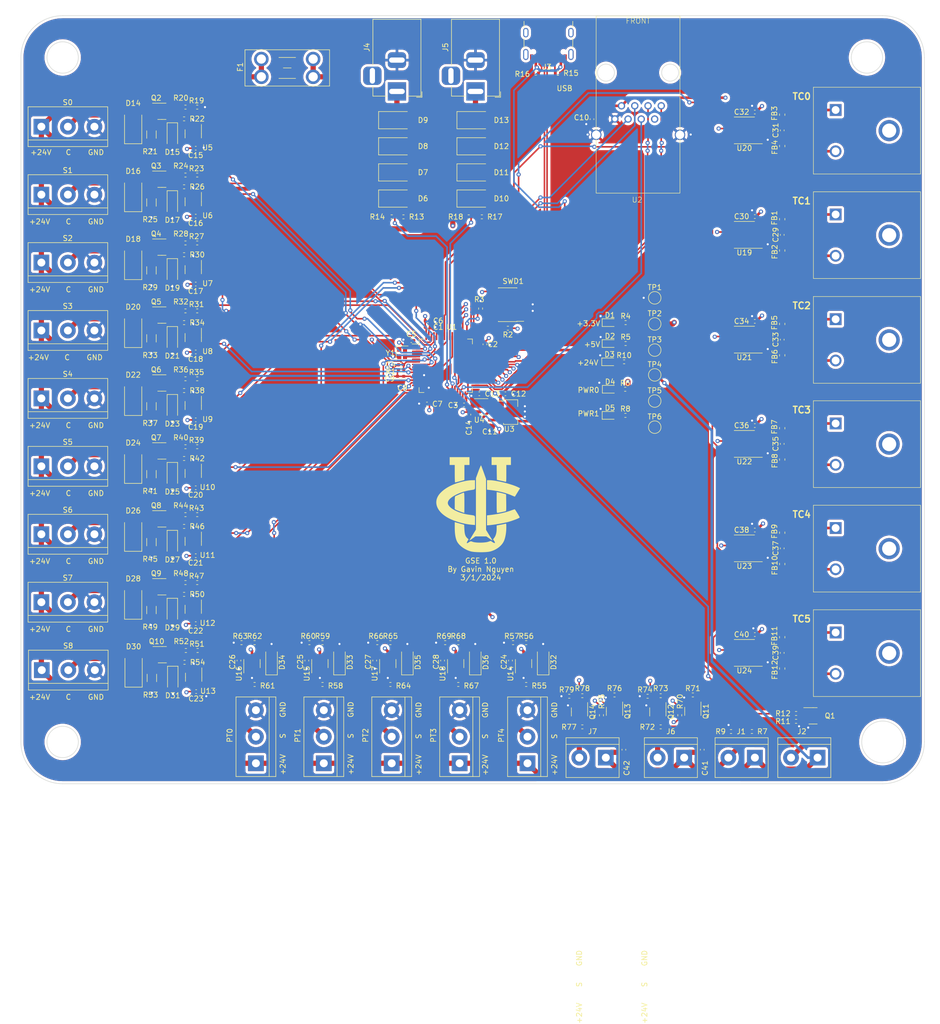
<source format=kicad_pcb>
(kicad_pcb (version 20221018) (generator pcbnew)
  (layers (0 "F.Cu" power) (1 "In1.Cu" signal) (2 "In2.Cu" signal) (31 "B.Cu" power) (34 "B.Paste" user) (35 "F.Paste" user) (36 "B.SilkS" user "B.Silkscreen") (37 "F.SilkS" user "F.Silkscreen") (38 "B.Mask" user) (39 "F.Mask" user) (44 "Edge.Cuts" user))
  (net 0 "")
  (net 1 "+3.3V")
  (net 2 "GND")
  (net 3 "nRST")
  (net 4 "+5V")
  (net 5 "Net-(U22-T+)")
  (net 6 "Net-(U22-T-)")
  (net 7 "Net-(U23-T+)")
  (net 8 "Net-(U23-T-)")
  (net 9 "Net-(U24-T+)")
  (net 10 "Net-(U24-T-)")
  (net 11 "Net-(U19-T+)")
  (net 12 "Net-(U19-T-)")
  (net 13 "Net-(U20-T+)")
  (net 14 "Net-(U20-T-)")
  (net 15 "Net-(U21-T+)")
  (net 16 "Net-(U21-T-)")
  (net 17 "+24V")
  (net 18 "Net-(D1-A)")
  (net 19 "ARM_POWER")
  (net 20 "Net-(D3-A)")
  (net 21 "Net-(D2-A)")
  (net 22 "Net-(D5-A)")
  (net 23 "Net-(D4-A)")
  (net 24 "PWR0")
  (net 25 "Net-(D6-A)")
  (net 26 "Net-(D10-A)")
  (net 27 "Net-(D14-A)")
  (net 28 "Net-(D15-K)")
  (net 29 "Net-(D16-A)")
  (net 30 "Net-(D17-K)")
  (net 31 "Net-(D18-A)")
  (net 32 "Net-(D19-K)")
  (net 33 "Net-(D20-A)")
  (net 34 "Net-(D21-K)")
  (net 35 "Net-(D22-A)")
  (net 36 "Net-(D24-A)")
  (net 37 "Net-(D26-A)")
  (net 38 "Net-(D23-K)")
  (net 39 "Net-(D27-K)")
  (net 40 "Net-(D25-K)")
  (net 41 "Net-(D29-K)")
  (net 42 "Net-(D31-K)")
  (net 43 "Net-(D28-A)")
  (net 44 "Net-(D32-K)")
  (net 45 "Net-(D30-A)")
  (net 46 "Net-(TC0-+)")
  (net 47 "Net-(TC0--)")
  (net 48 "Net-(TC1-+)")
  (net 49 "Net-(TC1--)")
  (net 50 "Net-(TC2-+)")
  (net 51 "Net-(TC2--)")
  (net 52 "Net-(TC3-+)")
  (net 53 "Net-(TC3--)")
  (net 54 "Net-(TC4-+)")
  (net 55 "Net-(TC4--)")
  (net 56 "Net-(TC5-+)")
  (net 57 "Net-(TC5--)")
  (net 58 "USB_VBUS")
  (net 59 "USB_D+")
  (net 60 "USB_D-")
  (net 61 "Net-(PT0-Pin_2)")
  (net 62 "Net-(PT1-Pin_2)")
  (net 63 "Net-(PT2-Pin_2)")
  (net 64 "Net-(PT3-Pin_2)")
  (net 65 "S_EN0")
  (net 66 "Net-(D33-K)")
  (net 67 "S_EN1")
  (net 68 "Net-(Q2-S)")
  (net 69 "S_EN2")
  (net 70 "Net-(Q3-S)")
  (net 71 "S_EN3")
  (net 72 "Net-(Q4-S)")
  (net 73 "S_EN4")
  (net 74 "Net-(Q5-S)")
  (net 75 "S_EN5")
  (net 76 "Net-(Q6-S)")
  (net 77 "S_EN6")
  (net 78 "Net-(Q7-S)")
  (net 79 "S_EN7")
  (net 80 "Net-(Q8-S)")
  (net 81 "S_EN8")
  (net 82 "Net-(Q9-S)")
  (net 83 "Net-(D34-K)")
  (net 84 "Net-(Q10-S)")
  (net 85 "Net-(D35-K)")
  (net 86 "PT0")
  (net 87 "Net-(D36-K)")
  (net 88 "PT1")
  (net 89 "Net-(U14--)")
  (net 90 "PT2")
  (net 91 "Net-(U15--)")
  (net 92 "PT3")
  (net 93 "Net-(J2-Pin_2)")
  (net 94 "SWDIO")
  (net 95 "SWCLK")
  (net 96 "Net-(J3-CC1)")
  (net 101 "Net-(J3-CC2)")
  (net 103 "Net-(U1-PD0)")
  (net 105 "S_FB0")
  (net 106 "S_FB1")
  (net 107 "S_FB2")
  (net 108 "S_FB3")
  (net 109 "S_FB4")
  (net 110 "S_FB5")
  (net 111 "S_FB6")
  (net 112 "S_FB7")
  (net 113 "S_FB8")
  (net 114 "Net-(J6-Pin_2)")
  (net 115 "ETH_nRST")
  (net 116 "ETH_TX")
  (net 117 "ETH_RX")
  (net 118 "Net-(J7-Pin_2)")
  (net 119 "ETH_CTS")
  (net 120 "ETH_RTS")
  (net 121 "Net-(PT4-Pin_2)")
  (net 122 "nCS_5")
  (net 123 "nCS_4")
  (net 124 "nCS_3")
  (net 125 "nCS_2")
  (net 126 "nCS_1")
  (net 127 "nCS_0")
  (net 128 "TC_SPI1_SCK")
  (net 129 "TC_SPI1_SO")
  (net 130 "Net-(Q1-G)")
  (net 131 "Net-(Q2-G)")
  (net 132 "Net-(Q3-G)")
  (net 137 "Net-(Q4-G)")
  (net 138 "Net-(Q5-G)")
  (net 139 "Net-(Q6-G)")
  (net 140 "Net-(Q7-G)")
  (net 141 "Net-(Q8-G)")
  (net 142 "Net-(Q9-G)")
  (net 143 "Net-(Q10-G)")
  (net 144 "Net-(Q11-G)")
  (net 145 "IGNITION1_CONT")
  (net 146 "Net-(Q12-G)")
  (net 147 "Net-(Q13-G)")
  (net 148 "IGNITION0_CONT")
  (net 149 "Net-(Q14-G)")
  (net 150 "ARM_CONT")
  (net 151 "ALARM_EN")
  (net 152 "PWR_READ0")
  (net 153 "PWR_READ1")
  (net 154 "PT4")
  (net 155 "Net-(U16--)")
  (net 156 "Net-(U17--)")
  (net 157 "Net-(U18--)")
  (net 158 "IGNITION1_OUTPUT")
  (net 159 "IGNITION0_OUTPUT")
  (footprint "Inductor_SMD:L_0603_1608Metric" (layer "F.Cu") (at 215.775 138.95 -90)
    (fp_text reference "FB11")
    (fp_text value "470 Ohms @ 100 MHz")
  )
  (footprint "Diode_SMD:D_SMA" (layer "F.Cu") (at 142 55)
    (fp_text reference "D6")
    (fp_text value "3A 100V")
  )
  (footprint "Package_TO_SOT_SMD:SOT-23-3" (layer "F.Cu") (at 97 90.3)
    (fp_text reference "Q6")
    (fp_text value "30V 4A")
  )
  (footprint "Diode_SMD:D_SOD-123" (layer "F.Cu") (at 99 120.8625 -90)
    (fp_text reference "D27")
    (fp_text value "3.3V")
  )
  (footprint "Resistor_SMD:R_1206_3216Metric" (layer "F.Cu") (at 95 120.75 -90)
    (fp_text reference "R45")
    (fp_text value "1")
  )
  (footprint "Connector_PinHeader_1.27mm:PinHeader_2x05_P1.27mm_Vertical_SMD" (layer "F.Cu") (at 163.2 75.316516 180)
    (fp_text reference "SWD1")
    (fp_text value "ARM Cortex Debug")
  )
  (footprint "Resistor_SMD:R_0402_1005Metric" (layer "F.Cu") (at 101.25 39.75)
    (fp_text reference "R22")
    (fp_text value "1K")
  )
  (footprint "Diode_SMD:D_SMA" (layer "F.Cu") (at 157 40)
    (fp_text reference "D13")
    (fp_text value "3A 100V")
  )
  (footprint "Resistor_SMD:R_0402_1005Metric" (layer "F.Cu") (at 168.6 31)
    (fp_text reference "R16")
    (fp_text value "5K1")
  )
  (footprint "Capacitor_SMD:C_0402_1005Metric" (layer "F.Cu") (at 111.75 143.42 -90)
    (fp_text reference "C26")
    (fp_text value "100nF")
  )
  (footprint "Capacitor_SMD:C_0402_1005Metric" (layer "F.Cu") (at 150.75 143.42 -90)
    (fp_text reference "C28")
    (fp_text value "100nF")
  )
  (footprint "Package_TO_SOT_SMD:SOT-23-3" (layer "F.Cu") (at 97 116.3)
    (fp_text reference "Q8")
    (fp_text value "30V 4A")
  )
  (footprint "Diode_SMD:D_SOD-123" (layer "F.Cu") (at 99 42.8625 -90)
    (fp_text reference "D15")
    (fp_text value "3.3V")
  )
  (footprint "TestPoint:TestPoint_Pad_D2.0mm" (layer "F.Cu") (at 191.3625 74)
    (fp_text reference "TP1")
    (fp_text value "TestPoint")
  )
  (footprint "Crystal:Crystal_SMD_2016-4Pin_2.0x1.6mm" (layer "F.Cu") (at 143 84.566516 -90)
    (fp_text reference "Y1")
    (fp_text value "16MHz")
  )
  (footprint "Package_TO_SOT_SMD:SOT-23-6" (layer "F.Cu") (at 153.25 144 90)
    (fp_text reference "U18")
    (fp_text value "~")
  )
  (footprint "Capacitor_SMD:C_0402_1005Metric" (layer "F.Cu") (at 147.75 94.316516 180)
    (fp_text reference "C7")
    (fp_text value "4.7uF")
  )
  (footprint "Resistor_SMD:R_0402_1005Metric" (layer "F.Cu") (at 101.51 128.5 180)
    (fp_text reference "R48")
    (fp_text value "100")
  )
  (footprint "TerminalBlock:TerminalBlock_bornier-2_P5.08mm" (layer "F.Cu") (at 182 162 180)
    (fp_text reference "J7")
    (fp_text value "E-MATCH")
  )
  (footprint "Diode_SMD:D_SOD-123" (layer "F.Cu") (at 99.08 146.8625 -90)
    (fp_text reference "D31")
    (fp_text value "3.3V")
  )
  (footprint "Diode_SMD:D_MiniMELF" (layer "F.Cu") (at 157 143.5 90)
    (fp_text reference "D36")
    (fp_text value "5.1V")
  )
  (footprint "Package_TO_SOT_SMD:SOT-23-6" (layer "F.Cu") (at 103 42.6125 -90)
    (fp_text reference "U5")
    (fp_text value "~")
  )
  (footprint "Inductor_SMD:L_0603_1608Metric" (layer "F.Cu") (at 215.775 144.95 90)
    (fp_text reference "FB12")
    (fp_text value "470 Ohms @ 100 MHz")
  )
  (footprint "Package_TO_SOT_SMD:SOT-23-3" (layer "F.Cu") (at 183.66 153.1375 -90)
    (fp_text reference "Q13")
    (fp_text value "30V 4A")
  )
  (footprint "Package_TO_SOT_SMD:SOT-89-3" (layer "F.Cu") (at 163.775 95.866516)
    (fp_text reference "U3")
    (fp_text value "~")
  )
  (footprint "Inductor_SMD:L_0603_1608Metric" (layer "F.Cu") (at 215.775 64.95 90)
    (fp_text reference "FB2")
    (fp_text value "470 Ohms @ 100 MHz")
  )
  (footprint "Diode_SMD:D_SMA" (layer "F.Cu") (at 157 50)
    (fp_text reference "D11")
    (fp_text value "3A 100V")
  )
  (footprint "Inductor_SMD:L_0603_1608Metric" (layer "F.Cu") (at 215.775 104.95 90)
    (fp_text reference "FB8")
    (fp_text value "470 Ohms @ 100 MHz")
  )
  (footprint "Capacitor_SMD:C_0402_1005Metric" (layer "F.Cu") (at 159.775 97.866516 -90)
    (fp_text reference "C11")
    (fp_text value "1uF")
  )
  (footprint "Resistor_SMD:R_0402_1005Metric" (layer "F.Cu") (at 163.25 79.816516 180)
    (fp_text reference "R2")
    (fp_text value "100K")
  )
  (footprint "Package_SO:SOIC-8_3.9x4.9mm_P1.27mm" (layer "F.Cu") (at 208.525 101.95 180)
    (fp_text reference "U22")
    (fp_text value "~")
  )
  (footprint "Package_TO_SOT_SMD:SOT-23-3" (layer "F.Cu") (at 97 64.3)
    (fp_text reference "Q4")
    (fp_text value "30V 4A")
  )
  (footprint "Capacitor_SMD:C_0402_1005Metric" (layer "F.Cu") (at 210.525 98.45 180)
    (fp_text reference "C36")
    (fp_text value "100nF")
  )
  (footprint "Resistor_SMD:R_0402_1005Metric" (layer "F.Cu") (at 190 150.25 180)
    (fp_text reference "R74")
    (fp_text value "10K")
  )
  (footprint "Resistor_SMD:R_0402_1005Metric" (layer "F.Cu") (at 114.75 148)
    (fp_text reference "R61")
    (fp_text value "1K")
  )
  (footprint "Diode_SMD:D_SOD-123" (layer "F.Cu") (at 99 133.8625 -90)
    (fp_text reference "D29")
    (fp_text value "3.3V")
  )
  (footprint "Resistor_SMD:R_0402_1005Metric" (layer "F.Cu") (at 218.4275 153.55)
    (fp_text reference "R12")
    (fp_text value "100")
  )
  (footprint "Package_TO_SOT_SMD:SOT-23-6" (layer "F.Cu") (at 103 55.6125 -90)
    (fp_text reference "U6")
    (fp_text value "~")
  )
  (footprint "Inductor_SMD:L_0603_1608Metric" (layer "F.Cu") (at 215.775 98.95 -90)
    (fp_text reference "FB7")
    (fp_text value "470 Ohms @ 100 MHz")
  )
  (footprint "Capacitor_SMD:C_0402_1005Metric" (layer "F.Cu") (at 215.775 121.95 -90)
    (fp_text reference "C37")
    (fp_text value "10nF")
  )
  (footprint "Package_SO:SOIC-8_3.9x4.9mm_P1.27mm" (layer "F.Cu") (at 208.525 61.95 180)
    (fp_text reference "U19")
    (fp_text value "~")
  )
  (footprint "Resistor_SMD:R_0402_1005Metric" (layer "F.Cu") (at 140.75 140 180)
    (fp_text reference "R65")
    (fp_text value "5K")
  )
  (footprint "Resistor_SMD:R_0402_1005Metric" (layer "F.Cu") (at 101.25 78.75)
    (fp_text reference "R34")
    (fp_text value "1K")
  )
  (footprint "Connector_BarrelJack:BarrelJack_Horizontal" (layer "F.Cu") (at 142 34.5 -90)
    (fp_text reference "J4")
    (fp_text value "PWR")
  )
  (footprint "Resistor_SMD:R_0402_1005Metric" (layer "F.Cu") (at 103.76 89.5)
    (fp_text reference "R35")
    (fp_text value "10K")
  )
  (footprint "Resistor_SMD:R_0402_1005Metric" (layer "F.Cu") (at 125.24 140 180)
    (fp_text reference "R60")
    (fp_text value "10K")
  )
  (footprint "Resistor_SMD:R_1206_3216Metric" (layer "F.Cu") (at 95 81.75 -90)
    (fp_text reference "R33")
    (fp_text value "1")
  )
  (footprint "Resistor_SMD:R_0402_1005Metric" (layer "F.Cu") (at 158.019701 76.056516 -90)
    (fp_text reference "R3")
    (fp_text value "100K")
  )
  (footprint "TerminalBlock:TerminalBlock_bornier-3_P5.08mm" (layer "F.Cu") (at 73.92 67.25)
    (fp_text reference "S2")
    (fp_text value "Solenoid")
  )
  (footprint "Capacitor_SMD:C_0402_1005Metric" (layer "F.Cu") (at 142.8 86.8 180)
    (fp_text reference "C4")
    (fp_text value "100nF")
  )
  (footprint "Package_TO_SOT_SMD:SOT-23-3" (layer "F.Cu") (at 97 51.3)
    (fp_text reference "Q3")
    (fp_text value "30V 4A")
  )
  (footprint "Inductor_SMD:L_0603_1608Metric" (layer "F.Cu") (at 215.775 38.95 -90)
    (fp_text reference "FB3")
    (fp_text value "470 Ohms @ 100 MHz")
  )
  (footprint "Resistor_SMD:R_0402_1005Metric" (layer "F.Cu") (at 153.75 140 180)
    (fp_text reference "R68")
    (fp_text value "5K")
  )
  (footprint "Inductor_SMD:L_0603_1608Metric" (layer "F.Cu") (at 215.775 118.95 -90)
    (fp_text reference "FB9")
    (fp_text value "470 Ohms @ 100 MHz")
  )
  (footprint "Resistor_SMD:R_0402_1005Metric" (layer "F.Cu") (at 101.51 50.5 180)
    (fp_text reference "R24")
    (fp_text value "100")
  )
  (footprint "Diode_SMD:D_SMA" (layer "F.Cu") (at 142 45)
    (fp_text reference "D8")
    (fp_text value "3A 100V")
  )
  (footprint "Package_TO_SOT_SMD:SOT-23-3" (layer "F.Cu") (at 97 77.3)
    (fp_text reference "Q5")
    (fp_text value "30V 4A")
  )
  (footprint "Diode_SMD:D_SMA" (layer "F.Cu") (at 91.5 132 90)
    (fp_text reference "D28")
    (fp_text value "1.0A")
  )
  (footprint "TestPoint:TestPoint_Pad_D2.0mm" (layer "F.Cu") (at 191.3625 98.75)
    (fp_text reference "TP6")
    (fp_text value "TestPoint")
  )
  (footprint "Package_TO_SOT_SMD:SOT-23-6" (layer "F.Cu") (at 114.25 144 90)
    (fp_text reference "U16")
    (fp_text value "~")
  )
  (footprint "Resistor_SMD:R_0402_1005Metric" (layer "F.Cu") (at 198.66 150 180)
    (fp_text reference "R71")
    (fp_text value "10K")
  )
  (footprint "Capacitor_SMD:C_0402_1005Metric" (layer "F.Cu") (at 155.775 96.346516 -90)
    (fp_text reference "C14")
    (fp_text value "1uF")
  )
  (footprint "Capacitor_SMD:C_0402_1005Metric" (layer "F.Cu") (at 124.75 143.42 -90)
    (fp_text reference "C25")
    (fp_text value "100nF")
  )
  (footprint "Resistor_SMD:R_0402_1005Metric" (layer "F.Cu") (at 101.33 143.75)
    (fp_text reference "R54")
    (fp_text value "1K")
  )
  (footprint "Package_TO_SOT_SMD:SOT-23-3" (layer "F.Cu") (at 158.6375 94.866516)
    (fp_text reference "U4")
    (fp_text value "~")
  )
  (footprint "UCIRP-KiCAD-Lib:AM-K-PCB" (layer "F.Cu") (at 232 62)
    (fp_text reference "TC1")
    (fp_text value "Thermocouple" hide)
  )
  (footprint "Package_TO_SOT_SMD:SOT-23-3" (layer "F.Cu") (at 221.6775 154)
    (fp_text reference "Q1")
    (fp_text value "30V 4A")
  )
  (footprint "Connector_BarrelJack:BarrelJack_Horizontal" (layer "F.Cu") (at 157.0425 34.5 -90)
    (fp_text reference "J5")
    (fp_text value "PWR")
  )
  (footprint "Resistor_SMD:R_1206_3216Metric" (layer "F.Cu") (at 95 42.75 -90)
    (fp_text reference "R21")
    (fp_text value "1")
  )
  (footprint "UCIRP-KiCAD-Lib:AM-K-PCB" (layer "F.Cu") (at 232 42)
    (fp_text reference "TC0")
    (fp_text value "Thermocouple" hide)
  )
  (footprint "TerminalBlock:TerminalBlock_bornier-2_P5.08mm" (layer "F.Cu") (at 197 162 180)
    (fp_text reference "J6")
    (fp_text value "E-MATCH")
  )
  (footprint "Diode_SMD:D_SOD-123" (layer "F.Cu") (at 99 94.8625 -90)
    (fp_text reference "D23")
    (fp_text value "3.3V")
  )
  (footprint "Capacitor_SMD:C_0402_1005Metric" (layer "F.Cu") (at 103.48 45.3625)
    (fp_text reference "C15")
    (fp_text value "100nF")
  )
  (footprint "Resistor_SMD:R_1206_3216Metric" (layer "F.Cu") (at 95 55.75 -90)
    (fp_text reference "R25")
    (fp_text value "1")
  )
  (footprint "Capacitor_SMD:C_0402_1005Metric" (layer "F.Cu") (at 210.525 58.45 180)
    (fp_text reference "C30")
    (fp_text value "100nF")
  )
  (footprint "Resistor_SMD:R_0402_1005Metric" (layer "F.Cu") (at 177.5 156.1125)
    (fp_text reference "R77")
    (fp_text value "33K")
  )
  (footprint "Resistor_SMD:R_0402_1005Metric" (layer "F.Cu") (at 185.7875 82.75)
    (fp_text reference "R5")
    (fp_text value "1K")
  )
  (footprint "Package_TO_SOT_SMD:SOT-23-3" (layer "F.Cu") (at 198.66 153.1375 -90)
    (fp_text reference "Q11")
    (fp_text value "30V 4A")
  )
  (footprint "Diode_SMD:D_SOD-123" (layer "F.Cu") (at 99 55.8625 -90)
    (fp_text reference "D17")
    (fp_text value "3.3V")
  )
  (footprint "Package_TO_SOT_SMD:SOT-23-6" (layer "F.Cu") (at 103.08 146.6125 -90)
    (fp_text reference "U13")
    (fp_text value "~")
  )
  (footprint "UCIRP-KiCAD-Lib:AM-K-PCB" (layer "F.Cu") (at 232 82.05)
    (fp_text reference "TC2")
    (fp_text value "Thermocouple" hide)
  )
  (footprint "Resistor_SMD:R_0402_1005Metric" (layer "F.Cu") (at 209.97 157 180)
    (fp_text reference "R7")
    (fp_text value "100K")
  )
  (footprint "Capacitor_SMD:C_0402_1005Metric" (layer "F.Cu") (at 154.850299 94.5 180)
    (fp_text reference "C3")
    (fp_text value "100nF")
  )
  (footprint "Diode_SMD:D_SMA" (layer "F.Cu") (at 91.5 93 90)
    (fp_text reference "D22")
    (fp_text value "1.0A")
  )
  (footprint "Package_QFP:LQFP-64_10x10mm_P0.5mm" (layer "F.Cu") (at 151.35 87)
    (fp_text reference "U1")
    (fp_text value "~")
  )
  (footprint "Resistor_SMD:R_0402_1005Metric" (layer "F.Cu") (at 192.5 156.1125)
    (fp_text reference "R72")
    (fp_text value "33K")
  )
  (footprint "TerminalBlock:TerminalBlock_bornier-3_P5.08mm" (layer "F.Cu") (at 128 163.08 90)
    (fp_text reference "PT1")
    (fp_text value "Pressure Transducer 1")
  )
  (footprint "Resistor_SMD:R_0402_1005Metric" (layer "F.Cu") (at 166.75 148)
    (fp_text reference "R55")
    (fp_text value "1K")
  )
  (footprint "TerminalBlock:TerminalBlock_bornier-3_P5.08mm" (layer "F.Cu") (at 73.92 54.25)
    (fp_text reference "S1")
    (fp_text value "Solenoid")
  )
  (footprint "Diode_SMD:D_SMA" (layer "F.Cu") (at 91.58 145 90)
    (fp_text reference "D30")
    (fp_text value "1.0A")
  )
  (footprint "Resistor_SMD:R_0402_1005Metric" (layer "F.Cu") (at 103.84 141.5)
    (fp_text reference "R51")
    (fp_text value "10K")
  )
  (footprint "Resistor_SMD:R_1206_3216Metric" (layer "F.Cu") (at 95 94.75 -90)
    (fp_text reference "R37")
    (fp_text value "1")
  )
  (footprint "Diode_SMD:D_MiniMELF" (layer "F.Cu") (at 170 143.5 90)
    (fp_text reference "D32")
    (fp_text value "5.1V")
  )
  (footprint "UCIRP-KiCAD-Lib:AM-K-PCB" (layer "F.Cu") (at 232 142)
    (fp_text reference "TC5")
    (fp_text value "Thermocouple" hide)
  )
  (footprint "Resistor_SMD:R_0402_1005Metric" (layer "F.Cu") (at 185.75 96.5)
    (fp_text reference "R8")
    (fp_text value "3.3K")
  )
  (footprint "Resistor_SMD:R_0402_1005Metric" (layer "F.Cu") (at 192.5 150.1525 180)
    (fp_text reference "R73")
    (fp_text value "100")
  )
  (footprint "Package_TO_SOT_SMD:SOT-23-6" (layer "F.Cu") (at 140.25 144 90)
    (fp_text reference "U17")
    (fp_text value "~")
  )
  (footprint "Capacitor_SMD:C_0402_1005Metric" (layer "F.Cu") (at 215.775 61.95 -90)
    (fp_text reference "C29")
    (fp_text value "10nF")
  )
  (footprint "Resistor_SMD:R_0402_1005Metric" (layer "F.Cu") (at 158.26 58.5 180)
    (fp_text reference "R17")
    (fp_text value "100K")
  )
  (footprint "Inductor_SMD:L_0603_1608Metric" (layer "F.Cu") (at 215.775 79 -90)
    (fp_text reference "FB5")
    (fp_text value "470 Ohms @ 100 MHz")
  )
  (footprint "Diode_SMD:D_SMA" (layer "F.Cu") (at 157 55)
    (fp_text reference "D10")
    (fp_text value "3A 100V")
  )
  (footprint "Diode_SMD:D_MiniMELF" (layer "F.Cu") (at 131 143.5 90)
    (fp_text reference "D33")
    (fp_text value "5.1V")
  )
  (footprint "Capacitor_SMD:C_0402_1005Metric" (layer "F.Cu") (at 210.525 138.45 180)
    (fp_text reference "C40")
    (fp_text value "100nF")
  )
  (footprint "Capacitor_SMD:C_0402_1005Metric" (layer "F.Cu") (at 143.3 89.5 -90)
    (fp_text reference "C8")
    (fp_text value "10nF")
  )
  (footprint "Resistor_SMD:R_0402_1005Metric" (layer "F.Cu") (at 140.75 148)
    (fp_text reference "R64")
    (fp_text value "1K")
  )
  (footprint "Diode_SMD:D_SMA" (layer "F.Cu") (at 91.5 54 90)
    (fp_text reference "D16")
    (fp_text value "1.0A")
  )
  (footprint "Diode_SMD:D_SMA" (layer "F.Cu") (at 91.5 106 90)
    (fp_text reference "D24")
    (fp_text value "1.0A")
  )
  (footprint "TerminalBlock:TerminalBlock_bornier-3_P5.08mm" (layer "F.Cu") (at 167 163.08 90)
    (fp_text reference "PT4")
    (fp_text value "Pressure Transducer 1")
  )
  (footprint "Package_SO:SOIC-8_3.9x4.9mm_P1.27mm" (layer "F.Cu") (at 208.525 82 180)
    (fp_text reference "U21")
    (fp_text value "~")
  )
  (footprint "TerminalBlock:TerminalBlock_bornier-3_P5.08mm" (layer "F.Cu") (at 154 163.08 90)
    (fp_text reference "PT3")
    (fp_text value "Pressure Transducer 1")
  )
  (footprint "Capacitor_SMD:C_0402_1005Metric" (layer "F.Cu") (at 147.9 79.6)
    (fp_text reference "C1")
    (fp_text value "100nF")
  )
  (footprint "Resistor_SMD:R_1206_3216Metric" (layer "F.Cu") (at 95 107.75 -90)
    (fp_text reference "R41")
    (fp_text value "1")
  )
  (footprint "Package_SO:SOIC-8_3.9x4.9mm_P1.27mm" (layer "F.Cu") (at 208.525 41.95 180)
    (fp_text reference "U20")
    (fp_text value "~")
  )
  (footprint "Resistor_SMD:R_0402_1005Metric" (layer "F.Cu") (at 103.76 102.5)
    (fp_text reference "R39")
    (fp_text value "10K")
  )
  (footprint "UCIRP-KiCAD-Lib:AM-K-PCB" (layer "F.Cu") (at 232 102)
    (fp_text reference "TC3")
    (fp_text value "Thermocouple" hide)
  )
  (footprint "TestPoint:TestPoint_Pad_D2.0mm" (layer "F.Cu") (at 191.3625 79)
    (fp_text reference "TP2")
    (fp_text value "TestPoint")
  )
  (footprint "Package_TO_SOT_SMD:SOT-23-3" (layer "F.Cu") (at 97 129.3)
    (fp_text reference "Q9")
    (fp_text value "30V 4A")
  )
  (footprint "Resistor_SMD:R_0402_1005Metric" (layer "F.Cu") (at 151.24 140 180)
    (fp_text reference "R69")
    (fp_text value "10K")
  )
  (footprint "Resistor_SMD:R_0402_1005Metric" (layer "F.Cu") (at 177.5 150.1525 180)
    (fp_text reference "R78")
    (fp_text value "100")
  )
  (footprint "LED_SMD:LED_0603_1608Metric" (layer "F.Cu") (at 182.7875 82.75)
    (fp_text reference "D2")
    (fp_text value "LED")
  )
  (footprint "TerminalBlock:TerminalBlock_bornier-3_P5.08mm" (layer "F.Cu") (at 73.92 106.25)
    (fp_text reference "S5")
    (fp_text value "Solenoid")
  )
  (footprint "Resistor_SMD:R_0402_1005Metric" (layer "F.Cu") (at 103.76 128.5)
    (fp_text reference "R47")
    (fp_text value "10K")
  )
  (footprint "Resistor_SMD:R_1206_3216Metric" (layer "F.Cu") (at 95 68.75 -90)
    (fp_text reference "R29")
    (fp_text value "1")
  )
  (footprint "TestPoint:TestPoint_Pad_D2.0mm" (layer "F.Cu") (at 191.3625 88.75)
    (fp_text reference "TP4")
    (fp_text value "TestPoint")
  )
  (footprint "Diode_SMD:D_MiniMELF" (layer "F.Cu") (at 144 143.5 90)
    (fp_text reference "D35")
    (fp_text value "5.1V")
  )
  (footprint "UCIRP-KiCAD-Lib:GC-XPORT" (layer "F.Cu") (at 188.17 37.01 -90)
    (fp_text reference "U2")
    (fp_text value "~")
    (fp_circle (center -6.11 -6.15) (end -4.485 -6.15) (stroke (width 0.1)) (fill none) (layer "Edge.Cuts"))
    (fp_circle (center -6.11 6.15) (end -4.485 6.15) (stroke (width 0.1)) (fill none) (layer "Edge.Cuts"))
  )
  (footprint "Resistor_SMD:R_0402_1005Metric" (layer "F.Cu") (at 155.75 58.5 180)
    (fp_text reference "R18")
    (fp_text value "15K")
  )
  (footprint "Capacitor_SMD:C_0402_1005Metric" (layer "F.Cu") (at 210.525 38.45 180)
    (fp_text reference "C32")
    (fp_text value "100nF")
  )
  (footprint "Resistor_SMD:R_0402_1005Metric" (layer "F.Cu") (at 166.75 140 180)
    (fp_text reference "R56")
    (fp_text value "5K")
  )
  (footprint "TerminalBlock:TerminalBlock_bornier-3_P5.08mm" (layer "F.Cu") (at 73.92 80.25)
    (fp_text reference "S3")
    (fp_text value "Solenoid")
  )
  (footprint "Resistor_SMD:R_0402_1005Metric" (layer "F.Cu") (at 153.75 148)
    (fp_text reference "R67")
    (fp_text value "1K")
  )
  (footprint "Resistor_SMD:R_0402_1005Metric" (layer "F.Cu") (at 101.25 117.75)
    (fp_text reference "R46")
    (fp_text value "1K")
  )
  (footprint "Resistor_SMD:R_0402_1005Metric" (layer "F.Cu") (at 101.25 130.75)
    (fp_text reference "R50")
    (fp_text value "1K")
  )
  (footprint "Resistor_SMD:R_0402_1005Metric" (layer "F.Cu") (at 172.83 31 180)
    (fp_text reference "R15")
    (fp_text value "5K1")
  )
  (footprint "Diode_SMD:D_SMA" (layer "F.Cu") (at 142 50)
    (fp_text reference "D7")
    (fp_text value "3A 100V")
  )
  (footprint "Package_TO_SOT_SMD:SOT-23-3" (layer "F.Cu") (at 191.96 153.25 -90)
    (fp_text reference "Q12")
    (fp_text value "30V 4A")
  )
  (footprint "LED_SMD:LED_0603_1608Metric" (layer "F.Cu") (at 182.7875 78.75)
    (fp_text reference "D1")
    (fp_text value "LED")
  )
  (footprint "Inductor_SMD:L_0603_1608Metric" (layer "F.Cu") (at 215.775 58.95 -90)
    (fp_text reference "FB1")
    (fp_text value "470 Ohms @ 100 MHz")
  )
  (footprint "TerminalBlock:TerminalBlock_bornier-3_P5.08mm" (layer "F.Cu") (at 73.92 132.25)
    (fp_text reference "S7")
    (fp_text value "Solenoid")
  )
  (footprint "Capacitor_SMD:C_0402_1005Metric" (layer "F.Cu") (at 103.48 97.3625)
    (fp_text reference "C19")
    (fp_text value "100nF")
  )
  (footprint "Package_TO_SOT_SMD:SOT-23-6" (layer "F.Cu") (at 103 107.6125 -90)
    (fp_text reference "U10")
    (fp_text value "~")
  )
  (footprint "Resistor_SMD:R_0402_1005Metric" (layer "F.Cu") (at 141 58.5 180)
    (fp_text reference "R14")
    (fp_text value "15K")
  )
  (footprint "Capacitor_SMD:C_0402_1005Metric" (layer "F.Cu") (at 210.525 78.5 180)
    (fp_text reference "C34")
    (fp_text value "100nF")
  )
  (footprint "TestPoint:TestPoint_Pad_D2.0mm" (layer "F.Cu") (at 191.3625 93.75)
    (fp_text reference "TP5")
    (fp_text value "TestPoint")
  )
  (footprint "Diode_SMD:D_SMA" (layer "F.Cu") (at 157 45)
    (fp_text reference "D12")
    (fp_text value "3A 100V")
  )
  (footprint "Package_TO_SOT_SMD:SOT-23-3" (layer "F.Cu") (at 97 103.3)
    (fp_text reference "Q7")
    (fp_text value "30V 4A")
  )
  (footprint "Resistor_SMD:R_0402_1005Metric" (layer "F.Cu") (at 218.4275 155.05)
    (fp_text reference "R11")
    (fp_text value "10K")
  )
  (footprint "Capacitor_SMD:C_0402_1005Metric" (layer "F.Cu") (at 158.850299 82.9 -90)
    (fp_text reference "C2")
    (fp_text value "100nF")
  )
  (footprint "Capacitor_SMD:C_0402_1005Metric" (layer "F.Cu") (at 103.48 58.3625)
    (fp_text reference "C16")
    (fp_text value "100nF")
  )
  (footprint "Resistor_SMD:R_0402_1005Metric" (layer "F.Cu") (at 101.51 37.5 180)
    (fp_text reference "R20")
    (fp_text value "100")
  )
  (footprint "Inductor_SMD:L_0603_1608Metric" (layer "F.Cu") (at 215.775 124.95 90)
    (fp_text reference "FB10")
    (fp_text value "470 Ohms @ 100 MHz")
  )
  (footprint "Capacitor_SMD:C_0402_1005Metric" (layer "F.Cu") (at 103.48 136.3625)
    (fp_text reference "C22")
    (fp_text value "100nF")
  )
  (footprint "UCIRP-KiCAD-Lib:AM-K-PCB" (layer "F.Cu") (at 232 122)
    (fp_text reference "TC4")
    (fp_text value "Thermocouple" hide)
  )
  (footprint "Resistor_SMD:R_0402_1005Metric" (layer "F.Cu") (at 183.66 150 180)
    (fp_text reference "R76")
    (fp_text value "10K")
  )
  (footprint "TerminalBlock:TerminalBlock_bornier-3_P5.08mm" (layer "F.Cu") (at 74 145.25)
    (fp_text reference "S8")
    (fp_text value "Solenoid")
  )
  (footprint "Capacitor_SMD:C_0402_1005Metric" (layer "F.Cu") (at 147.9 78.4)
    (fp_text reference "C6")
    (fp_text value "100nF")
  )
  (footprint "Resistor_SMD:R_0402_1005Metric" (layer "F.Cu") (at 127.75 140 180)
    (fp_text reference "R59")
    (fp_text value "5K")
  )
  (footprint "Package_TO_SOT_SMD:SOT-23-6" (layer "F.Cu") (at 166.25 144 90)
    (fp_text reference "U14")
    (fp_text value "~")
  )
  (footprint "Capacitor_SMD:C_0402_1005Metric" (layer "F.Cu") (at 103.48 84.3625)
    (fp_text reference "C18")
    (fp_text value "100nF")
  )
  (footprint "Resistor_SMD:R_0402_1005Metric" (layer "F.Cu") (at 101.25 91.75)
    (fp_text reference "R38")
    (fp_text value "1K")
  )
  (footprint "TerminalBlock:TerminalBlock_bornier-3_P5.08mm" (layer "F.Cu") (at 73.92 41.25)
    (fp_text reference "S0")
    (fp_text value "Solenoid")
  )
  (footprint "Resistor_SMD:R_0402_1005Metric" (layer "F.Cu") (at 103.76 76.5)
    (fp_text reference "R31")
    (fp_text value "10K")
  )
  (footprint "Resistor_SMD:R_0402_1005Metric" (layer "F.Cu") (at 185.5 86.25)
    (fp_text reference "R10")
    (fp_text value "3.3K")
  )
  (footprint "Capacitor_SMD:C_0402_1005Metric" (layer "F.Cu") (at 179.35 39.81 -90)
    (fp_text reference "C10")
    (fp_text value "10uF")
  )
  (footprint "Resistor_SMD:R_0402_1005Metric" (layer "F.Cu") (at 101.51 89.5 180)
    (fp_text reference "R36")
    (fp_text value "100")
  )
  (footprint "TerminalBlock:TerminalBlock_bornier-2_P5.08mm" (layer "F.Cu") (at 222.54 162 180)
    (fp_text reference "J2")
    (fp_text value "ALARM")
  )
  (footprint "Inductor_SMD:L_0603_1608Metric" (layer "F.Cu") (at 215.775 44.95 90)
    (fp_text reference "FB4")
    (fp_text value "470 Ohms @ 100 MHz")
  )
  (footprint "Resistor_SMD:R_0402_1005Metric" (layer "F.Cu") (at 101.59 141.5 180)
    (fp_text reference "R52")
    (fp_text value "100")
  )
  (footprint "Resistor_SMD:R_0402_1005Metric" (layer "F.Cu") (at 138.24 140 180)
    (fp_text reference "R66")
    (fp_text value "10K")
  )
  (footprint "TerminalBlock:TerminalBlock_bornier-2_P5.08mm" (layer "F.Cu") (at 210.54 162 180)
    (fp_text reference "J1")
    (fp_text value "ARMING_PLUG")
  )
  (footprint "Resistor_SMD:R_0402_1005Metric" (layer "F.Cu") (at 103.76 63.5)
    (fp_text reference "R27")
    (fp_text value "10K")
  )
  (footprint "Diode_SMD:D_SMA" (layer "F.Cu") (at 91.5 80 90)
    (fp_text reference "D20")
    (fp_text value "1.0A")
  )
  (footprint "Resistor_SMD:R_0402_1005Metric" (layer "F.Cu") (at 143.25 58.5 180)
    (fp_text reference "R13")
    (fp_text value "100K")
  )
  (footprint "Package_TO_SOT_SMD:SOT-23-3" (layer "F.Cu") (at 176.96 153.25 -90)
    (fp_text reference "Q14")
    (fp_text value "30V 4A")
  )
  (footprint "LED_SMD:LED_0603_1608Metric" (layer "F.Cu") (at 182.825 91.5)
    (fp_text reference "D4")
    (fp_text value "LED")
  )
  (footprint "Resistor_SMD:R_0402_1005Metric" (layer "F.Cu") (at 103.76 37.5)
    (fp_text reference "R19")
    (fp_text value "10K")
  )
  (footprint "Resistor_SMD:R_0402_1005Metric" (layer "F.Cu") (at 101.51 115.5 180)
    (fp_text reference "R44")
    (fp_text value "100")
  )
  (footprint "Diode_SMD:D_SOD-123" (layer "F.Cu") (at 99 68.8625 -90)
    (fp_text reference "D19")
    (fp_text value "3.3V")
  )
  (footprint "Package_TO_SOT_SMD:SOT-23-3" (layer "F.Cu") (at 97.08 142.3)
    (fp_text reference "Q10")
    (fp_text value "30V 4A")
  )
  (footprint "Diode_SMD:D_SMA" (layer "F.Cu") (at 91.5 67 90)
    (fp_text reference "D18")
    (fp_text value "1.0A")
  )
  (footprint "Capacitor_SMD:C_0402_1005Metric" (layer "F.Cu") (at 215.775 82 -90)
    (fp_text reference "C33")
    (fp_text value "10nF")
  )
  (footprint "Capacitor_SMD:C_0402_1005Metric" (layer "F.Cu") (at 200.46 160.48 -90)
    (fp_text reference "C41")
    (fp_text value "100nF")
  )
  (footprint "Resistor_SMD:R_0402_1005Metric" (layer "F.Cu") (at 101.51 63.5 180)
    (fp_text reference "R28")
    (fp_text value "100")
  )
  (footprint "Resistor_SMD:R_0402_1005Metric" (layer "F.Cu") (at 101.25 52.75)
    (fp_text reference "R26")
    (fp_text value "1K")
  )
  (footprint "Package_TO_SOT_SMD:SOT-23-6" (layer "F.Cu") (at 127.25 144 90)
    (fp_text reference "U15")
    (fp_text value "~")
  )
  (footprint "Resistor_SMD:R_1206_3216Metric" (layer "F.Cu") (at 95 133.75 -90)
    (fp_text reference "R49")
    (fp_text value "1")
  )
  (footprint "Resistor_SMD:R_1206_3216Metric" (layer "F.Cu") (at 95.08 146.75 -90)
    (fp_text reference "R53")
    (fp_text value "1")
  )
  (footprint "Package_TO_SOT_SMD:SOT-23-6" (layer "F.Cu") (at 103 133.6125 -90)
    (fp_text reference "U12")
    (fp_text value "~")
  )
  (footprint "Package_TO_SOT_SMD:SOT-23-6" (layer "F.Cu") (at 103 120.6125 -90)
    (fp_text reference "U11")
    (fp_text value "~")
  )
  (footprint "TerminalBlock:TerminalBlock_bornier-3_P5.08mm" (layer "F.Cu") (at 115 163.08 90)
    (fp_text reference "PT0")
    (fp_text value "Pressure Transducer 1")
  )
  (footprint "Capacitor_SMD:C_0402_1005Metric" (layer "F.Cu") (at 215.775 141.95 -90)
    (fp_text reference "C39")
    (fp_text value "10nF")
  )
  (footprint "Package_SO:SOIC-8_3.9x4.9mm_P1.27mm" (layer "F.Cu") (at 208.525 141.95 180)
    (fp_text reference "U24")
    (fp_text value "~")
  )
  (footprint "Capacitor_SMD:C_0402_1005Metric" (layer "F.Cu") (at 157.775 92.366516 180)
    (fp_text reference "C13")
    (fp_text value "1uF")
  )
  (footprint "Resistor_SMD:R_0402_1005Metric" (layer "F.Cu") (at 185.7875 78.75)
    (fp_text reference "R4")
    (fp_text value "470")
  )
  (footprint "Resistor_SMD:R_0402_1005Metric" (layer "F.Cu") (at 181.16 153.8875 -90)
    (fp_text reference "R75")
    (fp_text value "10K")
  )
  (footprint "Resistor_SMD:R_0402_1005Metric" (layer "F.Cu") (at 103.76 115.5)
    (fp_text reference "R43")
    (fp_text value "10K")
  )
  (footprint "TerminalBlock:TerminalBlock_bornier-3_P5.08mm" (layer "F.Cu") (at 73.92 119.25)
    (fp_text reference "S6")
    (fp_text value "Solenoid")
  )
  (footprint "Capacitor_SMD:C_0402_1005Metric" (layer "F.Cu") (at 103.48 71.3625)
    (fp_text reference "C17")
    (fp_text value "100nF")
  )
  (footprint "Capacitor_SMD:C_0402_1005Metric" (layer "F.Cu") (at 163.75 143.42 -90)
    (fp_text reference "C24")
    (fp_text value "100nF")
  )
  (footprint "Connector_USB:USB_C_Receptacle_GCT_USB4105-xx-A_16P_TopMnt_Horizontal" (layer "F.Cu") (at 171 24.32 180)
    (fp_text reference "J3")
    (fp_text value "USB_C Connector")
  )
  (footprint "TestPoint:TestPoint_Pad_D2.0mm" (layer "F.Cu") (at 191.3625 84)
    (fp_text reference "TP3")
    (fp_text value "TestPoint")
  )
  (footprint "Package_SO:SOIC-8_3.9x4.9mm_P1.27mm" (layer "F.Cu") (at 208.525 121.95 180)
    (fp_text reference "U23")
    (fp_text value "~")
  )
  (footprint "Resistor_SMD:R_0402_1005Metric" (layer "F.Cu") (at 101.25 104.75)
    (fp_text reference "R42")
    (fp_text value "1K")
  )
  (footprint "LED_SMD:LED_0603_1608Metric" (layer "F.Cu") (at 182.7875 96.5)
    (fp_text reference "D5")
    (fp_text value "LED")
  )
  (footprint "Diode_SMD:D_SMA" (layer "F.Cu") (at 142 40)
    (fp_text reference "D9")
    (fp_text value "3A 100V")
  )
  (footprint "Resistor_SMD:R_0402_1005Metric" (layer "F.Cu") (at 114.75 140 180)
    (fp_text reference "R62")
    (fp_text value "5K")
  )
  (footprint "Capacitor_SMD:C_0402_1005Metric" (layer "F.Cu") (at 210.525 118.45 180)
    (fp_text reference "C38")
    (fp_text value "100nF")
  )
  (footprint "Resistor_SMD:R_0402_1005Metric" (layer "F.Cu") (at 112.24 140 180)
    (fp_text reference "R63")
    (fp_text value "10K")
  )
  (footprint "Capacitor_SMD:C_0402_1005Metric" (layer "F.Cu") (at 142.1 89.5 -90)
    (fp_text reference "C9")
    (fp_text value "1uF")
  )
  (footprint "Capacitor_SMD:C_0402_1005Metric" (layer "F.Cu") (at 103.56 149.3625)
    (fp_text reference "C23")
    (fp_text value "100nF")
  )
  (footprint "Resistor_SMD:R_0402_1005Metric" (layer "F.Cu") (at 103.76 50.5)
    (fp_text reference "R23")
    (fp_text value "10K")
  )
  (footprint "Resistor_SMD:R_0402_1005Metric" (layer "F.Cu") (at 142.8 87.9)
    (fp_text reference "R1")
    (fp_text value "10K")
  )
  (footprint "Resistor_SMD:R_0402_1005Metric" (layer "F.Cu") (at 175 150.25 180)
    (fp_text reference "R79")
    (fp_text value "10K")
  )
  (footprint "LED_SMD:LED_0603_1608Metric" (layer "F.Cu") (at 182.7125 86.25)
    (fp_text reference "D3")
    (fp_text value "LED")
  )
  (footprint "TerminalBlock:TerminalBlock_bornier-3_P5.08mm" (layer "F.Cu") (at 141 163.08 90)
    (fp_text reference "PT2")
    (fp_text value "Pressure Transducer 1")
  )
  (footprint "TerminalBlock:TerminalBlock_bornier-3_P5.08mm" (layer "F.Cu") (at 73.92 93.25)
    (fp_text reference "S4")
    (fp_text value "Solenoid")
  )
  (footprint "Capacitor_SMD:C_0402_1005Metric" (layer "F.Cu") (at 215.775 41.95 -90)
    (fp_text reference "C31")
    (fp_text value "10nF")
  )
  (footprint "Diode_SMD:D_SOD-123" (layer "F.Cu") (at 99 81.8625 -90)
    (fp_text reference "D21")
    (fp_text value "3.3V")
  )
  (footprint "Capacitor_SMD:C_0402_1005Metric" (layer "F.Cu") (at 137.75 143.42 -90)
    (fp_text reference "C27")
    (fp_text value "100nF")
  )
  (footprint "Inductor_SMD:L_0603_1608Metric" (layer "F.Cu") (at 215.775 85 90)
    (fp_text reference "FB6")
    (fp_text value "470 Ohms @ 100 MHz")
  )
  (footprint "Diode_SMD:D_SMA" (layer "F.Cu") (at 91.5 41 90)
    (fp_text reference "D14")
    (fp_text value "1.0A")
  )
  (footprint "Capacitor_SMD:C_0402_1005Metric" (layer "F.Cu") (at 103.48 123.3625)
    (fp_text reference "C21")
    (fp_text value "100nF")
  )
  (footprint "Capacitor_SMD:C_0402_1005Metric" (layer "F.Cu") (at 215.775 101.95 -90)
    (fp_text reference "C35")
    (fp_text value "10nF")
  )
  (footprint "Resistor_SMD:R_0402_1005Metric" (layer "F.Cu") (at 101.51 102.5 180)
    (fp_text reference "R40")
    (fp_text value "100")
  )
  (footprint "Diode_SMD:D_MiniMELF" (layer "F.Cu") (at 118 143.5 90)
    (fp_text reference "D34")
    (fp_text value "5.1V")
  )
  (footprint "Resistor_SMD:R_0402_1005Metric" (layer "F.Cu") (at 101.25 65.75)
    (fp_text reference "R30")
    (fp_text value "1K")
  )
  (footprint "Capacitor_SMD:C_0402_1005Metric" (layer "F.Cu") (at 144.75 82.2 180)
    (fp_text reference "C5")
    (fp_text value "100nF")
  )
  (footprint "Resistor_SMD:R_0402_1005Metric" (layer "F.Cu") (at 101.51 76.5 180)
    (fp_text reference "R32")
    (fp_text value "100")
  )
  (footprint "Capacitor_SMD:C_0402_1005Metric" (layer "F.Cu") (at 103.48 110.3625)
    (fp_text reference "C20")
    (fp_text value "100nF")
  )
  (footprint "Package_TO_SOT_SMD:SOT-23-6" (layer "F.Cu") (at 103 94.6125 -90)
    (fp_text reference "U9")
    (fp_text value "~")
  )
  (footprint "Package_TO_SOT_SMD:SOT-23-6" (layer "F.Cu") (at 103 68.6125 -90)
    (fp_text reference "U7")
    (fp_text value "~")
  )
  (footprint "Diode_SMD:D_SOD-123" (layer "F.Cu") (at 99 107.8625 -90)
    (fp_text reference "D25")
    (fp_text value "3.3V")
  )
  (footprint "Diode_SMD:D_SMA" (layer "F.Cu") (at 91.5 119 90)
    (fp_text reference "D26")
    (fp_text value "1.0A")
  )
  (footprint "Resistor_SMD:R_0402_1005Metric" (layer "F.Cu") (at 196.16 153.8875 -90)
    (fp_text reference "R70")
    (fp_text value "10K")
  )
  (footprint "Resistor_SMD:R_0402_1005Metric" (layer "F.Cu") (at 205.97 157 180)
    (fp_text reference "R9")
    (fp_text value "15K")
  )
  (footprint "Package_TO_SOT_SMD:SOT-23-6" (layer "F.Cu") (at 103 81.6125 -90)
    (fp_text reference "U8")
    (fp_text value "~")
  )
  (footprint "Resistor_SMD:R_0402_1005Metric" (layer "F.Cu") (at 164.24 140 180)
    (fp_text reference "R57")
    (fp_text value "10K")
  )
  (footprint "Resistor_SMD:R_0402_1005Metric" (layer "F.Cu") (at 127.75 148)
    (fp_text reference "R58")
    (fp_text value "1K")
  )
  (footprint "Capacitor_SMD:C_0402_1005Metric" (layer "F.Cu") (at 185.46 160.48 -90)
    (fp_text reference "C42")
    (fp_text value "100nF")
  )
  (footprint "Capacitor_SMD:C_0402_1005Metric" (layer "F.Cu") (at 162.775 92.366516)
    (fp_text reference "C12")
    (fp_text value "100nF")
  )
  (footprint "Fuse:Fuseholder_Blade_Mini_Keystone_3568" (layer "F.Cu") (at 116.04 28.3)
    (fp_text reference "F1")
    (fp_text value "Fuse Holder")
  )
  (footprint "Resistor_SMD:R_0402_1005Metric" (layer "F.Cu") (at 185.7125 91.5)
    (fp_text reference "R6")
    (fp_text value "3.3K")
  )
  (footprint "Package_TO_SOT_SMD:SOT-23-3" (layer "F.Cu") (at 97 38.3)
    (fp_text reference "Q2")
    (fp_text value "30V 4A")
  )
  (gr_poly (pts (xy 164.552829 114.466858) (xy 164.566287 114.478228) (xy 164.605428 114.522986) (xy 164.658779 114.593712) (xy 164.723836 114.686335) (xy 164.879037 114.920998) (xy 165.050982 115.194418) (xy 165.219619 115.474039) (xy 165.364898 115.727305) (xy 165.46677 115.92166) (xy 165.495161 115.986572) (xy 165.505182 116.024547) (xy 165.502013 116.036213) (xy 165.492647 116.049656) (xy 165.456159 116.081547) (xy 165.397398 116.119561) (xy 165.318045 116.163041) (xy 165.104277 116.263758) (xy 164.82829 116.378428) (xy 164.503521 116.50178) (xy 164.143405 116.628542) (xy 163.761378 116.753444) (xy 163.370876 116.871215) (xy 163.037702 116.957445) (xy 162.633627 117.04843) (xy 162.178702 117.140655) (xy 161.692978 117.230607) (xy 161.196505 117.314771) (xy 160.709334 117.389633) (xy 160.251516 117.451679) (xy 159.8431 117.497395) (xy 159.243377 117.550313) (xy 159.243377 115.636492) (xy 160.15178 115.530659) (xy 160.630649 115.466597) (xy 161.100422 115.393544) (xy 161.559446 115.311603) (xy 162.006068 115.220876) (xy 162.438634 115.121468) (xy 162.855491 115.013481) (xy 163.254984 114.89702) (xy 163.63546 114.772187) (xy 163.807612 114.711174) (xy 163.970875 114.654502) (xy 164.255027 114.558315) (xy 164.543863 114.463507)) (fill solid) (layer "F.SilkS"))
  (gr_poly (pts (xy 155.891988 105.98802) (xy 154.921849 105.98802) (xy 154.921849 108.863159) (xy 154.066363 109.101284) (xy 153.725712 109.194302) (xy 153.437978 109.269956) (xy 153.323256 109.298947) (xy 153.232926 109.320806) (xy 153.170708 109.334603) (xy 153.151303 109.338188) (xy 153.140322 109.339409) (xy 153.132262 109.330667) (xy 153.124629 109.305027) (xy 153.110694 109.206566) (xy 153.098619 109.051055) (xy 153.088507 108.84552) (xy 153.074589 108.312495) (xy 153.069766 107.663715) (xy 153.069766 105.98802) (xy 152.099627 105.98802) (xy 152.099627 104.488715) (xy 155.891988 104.488715)) (fill solid) (layer "F.SilkS"))
  (gr_poly (pts (xy 156.950321 109.780382) (xy 156.95368 110.106925) (xy 156.954681 110.235528) (xy 156.952388 110.343861) (xy 156.944669 110.434056) (xy 156.938109 110.473018) (xy 156.929392 110.508244) (xy 156.918254 110.540001) (xy 156.904426 110.568557) (xy 156.887643 110.594176) (xy 156.867639 110.617126) (xy 156.844146 110.637673) (xy 156.816899 110.656084) (xy 156.785631 110.672624) (xy 156.750075 110.687561) (xy 156.709965 110.701161) (xy 156.665035 110.71369) (xy 156.559647 110.736602) (xy 156.431781 110.758429) (xy 156.279303 110.781302) (xy 155.891988 110.838714) (xy 155.582026 110.897025) (xy 155.268925 110.968681) (xy 154.955127 111.052558) (xy 154.643072 111.147533) (xy 154.335203 111.252481) (xy 154.033962 111.366279) (xy 153.74179 111.487802) (xy 153.461129 111.615928) (xy 153.19442 111.749531) (xy 152.944106 111.887487) (xy 152.712628 112.028674) (xy 152.502428 112.171966) (xy 152.315947 112.31624) (xy 152.155627 112.460372) (xy 152.086041 112.532034) (xy 152.02391 112.603238) (xy 151.969541 112.673845) (xy 151.923238 112.743714) (xy 151.874253 112.825208) (xy 151.833149 112.904531) (xy 151.81556 112.943476) (xy 151.799951 112.981994) (xy 151.786325 113.020125) (xy 151.774686 113.057907) (xy 151.765036 113.095379) (xy 151.757378 113.13258) (xy 151.751717 113.169548) (xy 151.748055 113.206322) (xy 151.746395 113.242941) (xy 151.746742 113.279444) (xy 151.749097 113.315869) (xy 151.753464 113.352256) (xy 151.759846 113.388643) (xy 151.768248 113.425068) (xy 151.778671 113.461571) (xy 151.791119 113.49819) (xy 151.805595 113.534965) (xy 151.822103 113.571933) (xy 151.840646 113.609133) (xy 151.861226 113.646605) (xy 151.908515 113.722518) (xy 151.963994 113.79998) (xy 152.027689 113.879304) (xy 152.099627 113.960797) (xy 152.230562 114.090723) (xy 152.381057 114.218852) (xy 152.549794 114.344631) (xy 152.735454 114.467502) (xy 152.936721 114.586911) (xy 153.152276 114.702303) (xy 153.380802 114.813121) (xy 153.620981 114.91881) (xy 153.871496 115.018815) (xy 154.131028 115.11258) (xy 154.39826 115.199549) (xy 154.671873 115.279167) (xy 154.950551 115.350879) (xy 155.232976 115.414129) (xy 155.51783 115.468361) (xy 155.803794 115.51302) (xy 156.22022 115.567935) (xy 156.384475 115.590147) (xy 156.522441 115.611688) (xy 156.636376 115.634675) (xy 156.68504 115.647374) (xy 156.728543 115.661229) (xy 156.76717 115.676504) (xy 156.801203 115.693466) (xy 156.830923 115.712379) (xy 156.856615 115.733507) (xy 156.87856 115.757115) (xy 156.897041 115.783469) (xy 156.912341 115.812833) (xy 156.924741 115.845472) (xy 156.934526 115.881651) (xy 156.941978 115.921635) (xy 156.947378 115.965688) (xy 156.95101 116.014075) (xy 156.9541 116.124912) (xy 156.953508 116.256265) (xy 156.950321 116.588992) (xy 156.950321 117.479755) (xy 156.297683 117.42684) (xy 156.035526 117.400007) (xy 155.768912 117.365965) (xy 155.498759 117.324946) (xy 155.225982 117.277184) (xy 154.951501 117.222911) (xy 154.676231 117.162359) (xy 154.401091 117.095761) (xy 154.126997 117.023349) (xy 153.854867 116.945357) (xy 153.585617 116.862016) (xy 153.320166 116.773559) (xy 153.059431 116.680218) (xy 152.804328 116.582227) (xy 152.555775 116.479817) (xy 152.314689 116.373222) (xy 152.081988 116.262673) (xy 151.851525 116.143829) (xy 151.631477 116.02061) (xy 151.421927 115.893241) (xy 151.222953 115.761946) (xy 151.034639 115.626949) (xy 150.857063 115.488476) (xy 150.690307 115.34675) (xy 150.534451 115.201997) (xy 150.389577 115.05444) (xy 150.255765 114.904304) (xy 150.133095 114.751813) (xy 150.021649 114.597193) (xy 149.921507 114.440667) (xy 149.83275 114.28246) (xy 149.755459 114.122796) (xy 149.689714 113.9619) (xy 149.635596 113.799996) (xy 149.593187 113.63731) (xy 149.562566 113.474064) (xy 149.543814 113.310484) (xy 149.537013 113.146794) (xy 149.542242 112.983219) (xy 149.559583 112.819984) (xy 149.589117 112.657311) (xy 149.630924 112.495427) (xy 149.685084 112.334555) (xy 149.75168 112.174921) (xy 149.83079 112.016748) (xy 149.922497 111.86026) (xy 150.026881 111.705684) (xy 150.144022 111.553242) (xy 150.274002 111.403159) (xy 150.465345 111.204446) (xy 150.671997 111.011934) (xy 150.893557 110.82583) (xy 151.129626 110.64634) (xy 151.379802 110.473672) (xy 151.643686 110.308032) (xy 151.920876 110.149626) (xy 152.210973 109.998662) (xy 152.513575 109.855346) (xy 152.828282 109.719885) (xy 153.154694 109.592485) (xy 153.49241 109.473354) (xy 153.84103 109.362697) (xy 154.200154 109.260723) (xy 154.56938 109.167636) (xy 154.948308 109.083645) (xy 155.124335 109.048212) (xy 155.311421 109.015156) (xy 155.504088 108.985201) (xy 155.696858 108.95907) (xy 155.884254 108.937486) (xy 156.060798 108.921174) (xy 156.221012 108.910856) (xy 156.359419 108.907256) (xy 156.950321 108.898437)) (fill solid) (layer "F.SilkS"))
  (gr_poly (pts (xy 161.457058 111.23559) (xy 161.53912 111.251558) (xy 161.637306 111.272383) (xy 161.867162 111.324887) (xy 162.116863 111.385658) (xy 162.356641 111.447256) (xy 162.903446 111.606007) (xy 162.929905 113.202327) (xy 162.932876 113.460076) (xy 162.935073 113.688808) (xy 162.936339 113.890307) (xy 162.93652 114.066356) (xy 162.93546 114.218737) (xy 162.934417 114.286609) (xy 162.933006 114.349232) (xy 162.931207 114.406831) (xy 162.929001 114.459626) (xy 162.926369 114.507842) (xy 162.923291 114.5517) (xy 162.919747 114.591425) (xy 162.91572 114.627238) (xy 162.911189 114.659363) (xy 162.906134 114.688023) (xy 162.900537 114.71344) (xy 162.894378 114.735836) (xy 162.887637 114.755436) (xy 162.884043 114.764257) (xy 162.880296 114.772462) (xy 162.876394 114.780079) (xy 162.872334 114.787137) (xy 162.868115 114.793662) (xy 162.863733 114.799683) (xy 162.859187 114.805227) (xy 162.854474 114.810323) (xy 162.849591 114.814998) (xy 162.844536 114.819281) (xy 162.839306 114.823198) (xy 162.8339 114.826779) (xy 162.822547 114.83304) (xy 162.810458 114.838286) (xy 162.797613 114.842742) (xy 162.662135 114.879174) (xy 162.462888 114.925837) (xy 162.22292 114.978082) (xy 161.965278 115.031258) (xy 161.713011 115.080712) (xy 161.489166 115.121795) (xy 161.316791 115.149856) (xy 161.257107 115.157549) (xy 161.218933 115.160243) (xy 161.200106 115.156268) (xy 161.183242 115.143327) (xy 161.168238 115.119896) (xy 161.154992 115.084451) (xy 161.143399 115.035466) (xy 161.133356 114.971417) (xy 161.117509 114.792031) (xy 161.106622 114.534096) (xy 161.09987 114.185418) (xy 161.09546 113.167047) (xy 161.09546 111.173854)) (fill solid) (layer "F.SilkS"))
  (gr_poly (pts (xy 159.951382 108.907004) (xy 160.246193 108.931837) (xy 160.572244 108.97163) (xy 160.924171 109.025079) (xy 161.68421 109.167723) (xy 162.483421 109.349331) (xy 163.27891 109.559465) (xy 164.027787 109.787685) (xy 164.371343 109.905315) (xy 164.687161 110.023553) (xy 164.969881 110.141093) (xy 165.21414 110.256631) (xy 165.584559 110.44184) (xy 165.09067 111.23559) (xy 164.90174 111.543443) (xy 164.743403 111.800034) (xy 164.633022 111.977249) (xy 164.601242 112.027307) (xy 164.587961 112.046979) (xy 164.582548 112.047102) (xy 164.569874 112.04424) (xy 164.524296 112.030029) (xy 164.454325 112.005276) (xy 164.363065 111.970911) (xy 164.253614 111.927864) (xy 164.129073 111.877066) (xy 163.992544 111.819447) (xy 163.847126 111.755937) (xy 163.669301 111.681585) (xy 163.477485 111.607608) (xy 163.057924 111.462276) (xy 162.600537 111.32294) (xy 162.117414 111.192595) (xy 161.620648 111.074238) (xy 161.122332 110.970869) (xy 160.634558 110.885482) (xy 160.169418 110.821076) (xy 159.243377 110.715241) (xy 159.243377 108.898437) (xy 159.69317 108.898437)) (fill solid) (layer "F.SilkS"))
  (gr_poly (pts (xy 158.105669 106.058576) (xy 158.124755 106.097368) (xy 158.160791 106.183702) (xy 158.275443 106.477499) (xy 158.433091 106.896974) (xy 158.617197 107.399132) (xy 159.066988 108.677951) (xy 159.066988 118.423437) (xy 159.622613 119.33184) (xy 160.039332 120.002117) (xy 160.257613 120.354895) (xy 160.283107 120.401938) (xy 160.289084 120.418012) (xy 160.289584 120.428621) (xy 160.287553 120.431759) (xy 160.283882 120.43339) (xy 160.271256 120.431945) (xy 160.250981 120.423912) (xy 160.222336 120.408915) (xy 160.137035 120.356532) (xy 160.009567 120.2718) (xy 159.604975 119.993299) (xy 159.128724 119.658159) (xy 157.020877 119.658159) (xy 156.456432 120.063854) (xy 156.343554 120.143401) (xy 156.238013 120.215713) (xy 156.142188 120.279344) (xy 156.058455 120.332846) (xy 156.021866 120.355347) (xy 155.989191 120.374773) (xy 155.960728 120.390943) (xy 155.936774 120.403677) (xy 155.917626 120.412794) (xy 155.903581 120.418113) (xy 155.898565 120.419291) (xy 155.894936 120.419452) (xy 155.892731 120.418573) (xy 155.891988 120.416632) (xy 155.904769 120.386349) (xy 155.941322 120.318239) (xy 156.074992 120.085902) (xy 156.2715 119.754347) (xy 156.509349 119.358299) (xy 157.12671 118.3617) (xy 157.12671 108.501562) (xy 157.585322 107.249201) (xy 157.679665 106.999087) (xy 157.769565 106.76799) (xy 157.853057 106.560871) (xy 157.928177 106.38269) (xy 157.961985 106.306003) (xy 157.992962 106.23841) (xy 158.020866 106.180532) (xy 158.045449 106.13299) (xy 158.066466 106.096403) (xy 158.083672 106.071392) (xy 158.090769 106.063421) (xy 158.096822 106.058576) (xy 158.101798 106.056935)) (fill solid) (layer "F.SilkS"))
  (gr_poly (pts (xy 154.830285 111.285102) (xy 154.843353 111.301925) (xy 154.855258 111.331021) (xy 154.866039 111.373256) (xy 154.884384 111.500603) (xy 154.898699 111.690893) (xy 154.909292 111.95105) (xy 154.916475 112.287997) (xy 154.921849 113.219965) (xy 154.920196 113.973338) (xy 154.915235 114.590286) (xy 154.911514 114.827705) (xy 154.906967 115.007143) (xy 154.901592 115.120642) (xy 154.898595 115.150177) (xy 154.895392 115.160243) (xy 154.86459 115.15526) (xy 154.810625 115.141054) (xy 154.645553 115.089412) (xy 154.424877 115.014205) (xy 154.173299 114.924323) (xy 153.91552 114.828652) (xy 153.676241 114.736083) (xy 153.480163 114.655502) (xy 153.351988 114.595798) (xy 153.069766 114.445867) (xy 153.069766 113.228783) (xy 153.071075 112.917381) (xy 153.072789 112.780555) (xy 153.075278 112.655795) (xy 153.078594 112.542714) (xy 153.082789 112.440925) (xy 153.087913 112.350039) (xy 153.09402 112.269669) (xy 153.101159 112.199428) (xy 153.109385 112.138928) (xy 153.118747 112.087781) (xy 153.12387 112.065594) (xy 153.129297 112.0456) (xy 153.135034 112.027751) (xy 153.141088 112.011998) (xy 153.147465 111.998292) (xy 153.154171 111.986586) (xy 153.161213 111.97683) (xy 153.168597 111.968977) (xy 153.17633 111.962978) (xy 153.184419 111.958784) (xy 153.278952 111.914687) (xy 153.464436 111.830902) (xy 153.712759 111.720659) (xy 153.995808 111.597186) (xy 154.139933 111.532901) (xy 154.278994 111.473163) (xy 154.409581 111.419213) (xy 154.528281 111.372291) (xy 154.631686 111.333637) (xy 154.716384 111.304491) (xy 154.750652 111.293872) (xy 154.778964 111.286095) (xy 154.800894 111.281315) (xy 154.816016 111.279687)) (fill solid) (layer "F.SilkS"))
  (gr_poly (pts (xy 153.272614 116.977049) (xy 153.403251 117.017011) (xy 153.616572 117.078472) (xy 154.172196 117.232812) (xy 154.877752 117.42684) (xy 154.921849 118.344063) (xy 154.932658 118.517338) (xy 154.945483 118.677307) (xy 154.960684 118.824925) (xy 154.978624 118.961148) (xy 154.999665 119.086933) (xy 155.024169 119.203235) (xy 155.052496 119.31101) (xy 155.068207 119.361999) (xy 155.085009 119.411215) (xy 155.102948 119.458777) (xy 155.12207 119.504805) (xy 155.142418 119.549419) (xy 155.164039 119.592737) (xy 155.186978 119.63488) (xy 155.21128 119.675966) (xy 155.23699 119.716116) (xy 155.264154 119.755449) (xy 155.292816 119.794084) (xy 155.323022 119.832141) (xy 155.388246 119.906999) (xy 155.460188 119.980978) (xy 155.53921 120.055035) (xy 155.715599 120.213785) (xy 155.521572 120.548923) (xy 155.502258 120.583611) (xy 155.484055 120.618066) (xy 155.46704 120.652056) (xy 155.451292 120.685349) (xy 155.436887 120.717711) (xy 155.423903 120.748911) (xy 155.412418 120.778715) (xy 155.402509 120.806892) (xy 155.394254 120.833208) (xy 155.38773 120.857432) (xy 155.383014 120.879329) (xy 155.380185 120.898669) (xy 155.379502 120.907308) (xy 155.37932 120.915219) (xy 155.379647 120.922375) (xy 155.380495 120.928745) (xy 155.381873 120.934302) (xy 155.38379 120.939016) (xy 155.386256 120.942858) (xy 155.38928 120.945799) (xy 155.392997 120.948772) (xy 155.397516 120.951087) (xy 155.402814 120.952755) (xy 155.408866 120.953791) (xy 155.423135 120.954015) (xy 155.44013 120.951861) (xy 155.459657 120.947434) (xy 155.481522 120.940837) (xy 155.505533 120.932173) (xy 155.531494 120.921544) (xy 155.559211 120.909056) (xy 155.588493 120.894811) (xy 155.619143 120.878911) (xy 155.650969 120.861462) (xy 155.683777 120.842566) (xy 155.717374 120.822326) (xy 155.751564 120.800846) (xy 155.786155 120.778229) (xy 155.900808 120.705727) (xy 155.948936 120.676937) (xy 155.99231 120.652965) (xy 156.031963 120.633696) (xy 156.050717 120.625789) (xy 156.068929 120.619014) (xy 156.086727 120.613356) (xy 156.104241 120.608801) (xy 156.1216 120.605335) (xy 156.138933 120.602943) (xy 156.15637 120.60161) (xy 156.174039 120.601321) (xy 156.192069 120.602063) (xy 156.210591 120.603821) (xy 156.229733 120.60658) (xy 156.249624 120.610326) (xy 156.292171 120.620719) (xy 156.339265 120.634885) (xy 156.39194 120.652707) (xy 156.518169 120.698854) (xy 156.639139 120.73596) (xy 156.784785 120.767911) (xy 156.951669 120.79472) (xy 157.136357 120.816401) (xy 157.33541 120.832965) (xy 157.545393 120.844426) (xy 157.762869 120.850798) (xy 157.984401 120.852092) (xy 158.206554 120.848321) (xy 158.42589 120.8395) (xy 158.638974 120.82564) (xy 158.842368 120.806754) (xy 159.032637 120.782856) (xy 159.206343 120.753958) (xy 159.36005 120.720074) (xy 159.490322 120.681215) (xy 159.957752 120.522465) (xy 160.319349 120.760589) (xy 160.398488 120.810533) (xy 160.435365 120.832061) (xy 160.470417 120.851316) (xy 160.503622 120.868318) (xy 160.534956 120.883082) (xy 160.564399 120.895628) (xy 160.591925 120.905973) (xy 160.617514 120.914134) (xy 160.641143 120.92013) (xy 160.662788 120.923978) (xy 160.682428 120.925696) (xy 160.70004 120.925302) (xy 160.7156 120.922813) (xy 160.729087 120.918248) (xy 160.740478 120.911623) (xy 160.74975 120.902957) (xy 160.756881 120.892268) (xy 160.761848 120.879573) (xy 160.764628 120.86489) (xy 160.7652 120.848237) (xy 160.763539 120.829632) (xy 160.759624 120.809092) (xy 160.753432 120.786635) (xy 160.74494 120.762279) (xy 160.734127 120.736042) (xy 160.720968 120.707941) (xy 160.705442 120.677994) (xy 160.687526 120.646219) (xy 160.667197 120.612634) (xy 160.644433 120.577256) (xy 160.619211 120.540104) (xy 160.407543 120.231422) (xy 160.62803 119.931562) (xy 160.684148 119.853432) (xy 160.73674 119.771193) (xy 160.785792 119.684872) (xy 160.83129 119.594494) (xy 160.873224 119.500085) (xy 160.911578 119.401672) (xy 160.946341 119.299279) (xy 160.9775 119.192934) (xy 161.005042 119.082661) (xy 161.028953 118.968486) (xy 161.04922 118.850435) (xy 161.065832 118.728535) (xy 161.078775 118.602811) (xy 161.088036 118.473288) (xy 161.093602 118.339993) (xy 161.09546 118.202951) (xy 161.09546 117.56795) (xy 161.880392 117.418021) (xy 162.043896 117.387979) (xy 162.201199 117.357938) (xy 162.34858 117.328723) (xy 162.482319 117.301163) (xy 162.598694 117.276082) (xy 162.693985 117.254309) (xy 162.764472 117.23667) (xy 162.806433 117.223992) (xy 162.828365 117.217483) (xy 162.847946 117.214915) (xy 162.865305 117.216919) (xy 162.880571 117.22413) (xy 162.893874 117.237181) (xy 162.905342 117.256704) (xy 162.915104 117.283332) (xy 162.923291 117.317699) (xy 162.93003 117.360438) (xy 162.935452 117.412181) (xy 162.939685 117.473562) (xy 162.942859 117.545214) (xy 162.946545 117.721861) (xy 162.947544 117.947187) (xy 162.943942 118.132699) (xy 162.936503 118.318378) (xy 162.925317 118.503567) (xy 162.910475 118.687606) (xy 162.892067 118.869837) (xy 162.870185 119.049599) (xy 162.844917 119.226236) (xy 162.816355 119.399087) (xy 162.784589 119.567494) (xy 162.74971 119.730798) (xy 162.711807 119.88834) (xy 162.670972 120.039462) (xy 162.627295 120.183504) (xy 162.580865 120.319807) (xy 162.531775 120.447713) (xy 162.480113 120.566563) (xy 162.391268 120.741849) (xy 162.28736 120.913414) (xy 162.169241 121.080639) (xy 162.037763 121.242903) (xy 161.893779 121.399586) (xy 161.738143 121.550068) (xy 161.571706 121.693728) (xy 161.395321 121.829947) (xy 161.209842 121.958105) (xy 161.01612 122.077581) (xy 160.815008 122.187755) (xy 160.607359 122.288007) (xy 160.394026 122.377718) (xy 160.175861 122.456266) (xy 159.953717 122.523032) (xy 159.728446 122.577396) (xy 159.562274 122.60655) (xy 159.370587 122.631208) (xy 159.157222 122.651422) (xy 158.926015 122.667244) (xy 158.425425 122.685916) (xy 157.899514 122.687638) (xy 157.378978 122.672824) (xy 156.894511 122.641887) (xy 156.675397 122.620502) (xy 156.47681 122.595241) (xy 156.30259 122.566156) (xy 156.156571 122.533298) (xy 155.941113 122.468595) (xy 155.728536 122.393944) (xy 155.519653 122.30994) (xy 155.315279 122.217176) (xy 155.116228 122.116248) (xy 154.923314 122.007749) (xy 154.737349 121.892273) (xy 154.55915 121.770416) (xy 154.389528 121.642771) (xy 154.229299 121.509933) (xy 154.079276 121.372495) (xy 153.940273 121.231052) (xy 153.813103 121.086199) (xy 153.698582 120.938529) (xy 153.597522 120.788637) (xy 153.552295 120.713043) (xy 153.510738 120.637117) (xy 153.457824 120.524659) (xy 153.408229 120.405521) (xy 153.361968 120.279639) (xy 153.319053 120.146949) (xy 153.279497 120.007387) (xy 153.243313 119.860886) (xy 153.210513 119.707383) (xy 153.181112 119.546814) (xy 153.155121 119.379113) (xy 153.132553 119.204216) (xy 153.113422 119.022059) (xy 153.09774 118.832577) (xy 153.076777 118.431378) (xy 153.069766 118.000104) (xy 153.069766 116.915312)) (fill solid) (layer "F.SilkS"))
  (gr_poly (pts (xy 163.829489 105.98802) (xy 162.947544 105.98802) (xy 162.947544 107.628436) (xy 162.947406 107.902546) (xy 162.946855 108.144098) (xy 162.945684 108.355059) (xy 162.943686 108.537391) (xy 162.942312 108.618434) (xy 162.940654 108.693057) (xy 162.938686 108.761505) (xy 162.936382 108.824023) (xy 162.933716 108.880856) (xy 162.930663 108.93225) (xy 162.927196 108.978451) (xy 162.923291 109.019704) (xy 162.91892 109.056254) (xy 162.914058 109.088348) (xy 162.908679 109.116229) (xy 162.905788 109.128667) (xy 162.902758 109.140145) (xy 162.899586 109.150692) (xy 162.896268 109.160339) (xy 162.892802 109.169118) (xy 162.889184 109.177059) (xy 162.885411 109.184192) (xy 162.88148 109.190548) (xy 162.877387 109.196159) (xy 162.87313 109.201054) (xy 162.868704 109.205264) (xy 162.864108 109.20882) (xy 162.859337 109.211753) (xy 162.854388 109.214094) (xy 162.849259 109.215872) (xy 162.843945 109.217119) (xy 162.838445 109.217865) (xy 162.832753 109.218142) (xy 162.826868 109.217979) (xy 162.820786 109.217407) (xy 162.808017 109.215162) (xy 162.794422 109.21165) (xy 162.779974 109.207117) (xy 162.659258 109.175423) (xy 162.449245 109.125537) (xy 162.179701 109.06573) (xy 161.880392 109.00427) (xy 161.139558 108.836701) (xy 161.113099 107.41677) (xy 161.09546 105.98802) (xy 160.125321 105.98802) (xy 160.125321 104.488715) (xy 163.829489 104.488715)) (fill solid) (layer "F.SilkS"))
  (gr_circle (center 78 28) (end 81 28) (stroke (width 0.1)) (fill none) (layer "Edge.Cuts"))
  (gr_circle (center 232 28) (end 235 28) (stroke (width 0.1)) (fill none) (layer "Edge.Cuts"))
  (gr_line (start 70 159) (end 70 28) (stroke (width 0.1)) (layer "Edge.Cuts"))
  (gr_line (start 235 20) (end 78 20) (stroke (width 0.1)) (layer "Edge.Cuts"))
  (gr_arc (start 78 167) (mid 72.343146 164.656854) (end 70 159) (stroke (width 0.1)) (layer "Edge.Cuts"))
  (gr_line (start 243 159) (end 243 28) (stroke (width 0.1)) (layer "Edge.Cuts"))
  (gr_arc (start 243 159) (mid 240.656854 164.656854) (end 235 167) (stroke (width 0.1)) (layer "Edge.Cuts"))
  (gr_circle (center 235 159) (end 239 159) (stroke (width 0.1)) (fill none) (layer "Edge.Cuts"))
  (gr_arc (start 70 28) (mid 72.343146 22.343146) (end 78 20) (stroke (width 0.1)) (layer "Edge.Cuts"))
  (gr_line (start 235 167) (end 78 167) (stroke (width 0.1)) (layer "Edge.Cuts"))
  (gr_circle (center 78 159) (end 81 159) (stroke (width 0.1)) (fill none) (layer "Edge.Cuts"))
  (gr_arc (start 235 20) (mid 240.656854 22.343146) (end 243 28) (stroke (width 0.1)) (layer "Edge.Cuts"))
  (gr_text "USB" (at 172.5 34.5) (layer "F.SilkS") (effects (font (size 1 1)) (justify left bottom)))
  (gr_text "+24V" (at 146.75 165.5 90) (layer "F.SilkS") (effects (font (size 1 1)) (justify left bottom)))
  (gr_text "GND" (at 82.75 151) (layer "F.SilkS") (effects (font (size 1 1)) (justify left bottom)))
  (gr_text "GND" (at 82.75 125) (layer "F.SilkS") (effects (font (size 1 1)) (justify left bottom)))
  (gr_text "C" (at 78.5 60) (layer "F.SilkS") (effects (font (size 1 1)) (justify left bottom)))
  (gr_text "C" (at 78.5 99) (layer "F.SilkS") (effects (font (size 1 1)) (justify left bottom)))
  (gr_text "+24V" (at 71.5 99) (layer "F.SilkS") (effects (font (size 1 1)) (justify left bottom)))
  (gr_text "+24V" (at 71.25 86) (layer "F.SilkS") (effects (font (size 1 1)) (justify left bottom)))
  (gr_text "C" (at 78.5 46.75) (layer "F.SilkS") (effects (font (size 1 1)) (justify left bottom)))
  (gr_text "GND" (at 82.75 60) (layer "F.SilkS") (effects (font (size 1 1)) (justify left bottom)))
  (gr_text "S" (at 172.75 158.5 90) (layer "F.SilkS") (effects (font (size 1 1)) (justify left bottom)))
  (gr_text "GND" (at 190 202 90) (layer "F.SilkS") (effects (font (size 1 1)) (justify left bottom)))
  (gr_text "+24V" (at 71.5 151) (layer "F.SilkS") (effects (font (size 1 1)) (justify left bottom)))
  (gr_text "C" (at 78.5 125) (layer "F.SilkS") (effects (font (size 1 1)) (justify left bottom)))
  (gr_text "S" (at 159.5 158.5 90) (layer "F.SilkS") (effects (font (size 1 1)) (justify left bottom)))
  (gr_text "PWR1" (at 176.5375 96.75) (layer "F.SilkS") (effects (font (size 1 1)) (justify left bottom)))
  (gr_text "GND" (at 82.75 99) (layer "F.SilkS") (effects (font (size 1 1)) (justify left bottom)))
  (gr_text "GND" (at 177.5 202 90) (layer "F.SilkS") (effects (font (size 1 1)) (justify left bottom)))
  (gr_text "S" (at 177.5 206 90) (layer "F.SilkS") (effects (font (size 1 1)) (justify left bottom)))
  (gr_text "+24V" (at 71.5 73) (layer "F.SilkS") (effects (font (size 1 1)) (justify left bottom)))
  (gr_text "C" (at 78.5 151) (layer "F.SilkS") (effects (font (size 1 1)) (justify left bottom)))
  (gr_text "C" (at 78.5 112) (layer "F.SilkS") (effects (font (size 1 1)) (justify left bottom)))
  (gr_text "+3.3V" (at 176.325 79.5) (layer "F.SilkS") (effects (font (size 1 1)) (justify left bottom)))
  (gr_text "+24V" (at 71.5 125) (layer "F.SilkS") (effects (font (size 1 1)) (justify left bottom)))
  (gr_text "PWR0" (at 176.5375 92.25) (layer "F.SilkS") (effects (font (size 1 1)) (justify left bottom)))
  (gr_text "+24V" (at 190 213 90) (layer "F.SilkS") (effects (font (size 1 1)) (justify left bottom)))
  (gr_text "GND" (at 82.75 138) (layer "F.SilkS") (effects (font (size 1 1)) (justify left bottom)))
  (gr_text "+24V" (at 176.4625 87) (layer "F.SilkS") (effects (font (size 1 1)) (justify left bottom)))
  (gr_text "C" (at 78.5 73) (layer "F.SilkS") (effects (font (size 1 1)) (justify left bottom)))
  (gr_text "GND" (at 159.5 154.5 90) (layer "F.SilkS") (effects (font (size 1 1)) (justify left bottom)))
  (gr_text "+24V" (at 71.5 60) (layer "F.SilkS") (effects (font (size 1 1)) (justify left bottom)))
  (gr_text "S" (at 120.75 158.42 90) (layer "F.SilkS") (effects (font (size 1 1)) (justify left bottom)))
  (gr_text "+24V" (at 120.75 165.42 90) (layer "F.SilkS") (effects (font (size 1 1)) (justify left bottom)))
  (gr_text "+24V" (at 133.75 165.42 90) (layer "F.SilkS") (effects (font (size 1 1)) (justify left bottom)))
  (gr_text "C" (at 78.25 86) (layer "F.SilkS") (effects (font (size 1 1)) (justify left bottom)))
  (gr_text "GND" (at 172.75 154.5 90) (layer "F.SilkS") (effects (font (size 1 1)) (justify left bottom)))
  (gr_text "+24V" (at 71.5 112) (layer "F.SilkS") (effects (font (size 1 1)) (justify left bottom)))
  (gr_text "S" (at 190 206 90) (layer "F.SilkS") (effects (font (size 1 1)) (justify left bottom)))
  (gr_text "+5V" (at 177.75 83.5) (layer "F.SilkS") (effects (font (size 1 1)) (justify left bottom)))
  (gr_text "GND" (at 133.75 154.42 90) (layer "F.SilkS") (effects (font (size 1 1)) (justify left bottom)))
  (gr_text "GND" (at 82.75 46.75) (layer "F.SilkS") (effects (font (size 1 1)) (justify left bottom)))
  (gr_text "S" (at 146.75 158.5 90) (layer "F.SilkS") (effects (font (size 1 1)) (justify left bottom)))
  (gr_text "GND" (at 120.75 154.42 90) (layer "F.SilkS") (effects (font (size 1 1)) (justify left bottom)))
  (gr_text "GND" (at 82.5 86) (layer "F.SilkS") (effects (font (size 1 1)) (justify left bottom)))
  (gr_text "+24V" (at 159.5 165.5 90) (layer "F.SilkS") (effects (font (size 1 1)) (justify left bottom)))
  (gr_text "+24V" (at 71.75 46.75) (layer "F.SilkS") (effects (font (size 1 1)) (justify left bottom)))
  (gr_text "S" (at 133.75 158.42 90) (layer "F.SilkS") (effects (font (size 1 1)) (justify left bottom)))
  (gr_text "GND" (at 82.75 112) (layer "F.SilkS") (effects (font (size 1 1)) (justify left bottom)))
  (gr_text "C" (at 78.5 138) (layer "F.SilkS") (effects (font (size 1 1)) (justify left bottom)))
  (gr_text "GND" (at 82.75 73) (layer "F.SilkS") (effects (font (size 1 1)) (justify left bottom)))
  (gr_text "+24V" (at 177.5 213 90) (layer "F.SilkS") (effects (font (size 1 1)) (justify left bottom)))
  (gr_text "+24V" (at 172.75 165.5 90) (layer "F.SilkS") (effects (font (size 1 1)) (justify left bottom)))
  (gr_text "+24V" (at 71.5 138) (layer "F.SilkS") (effects (font (size 1 1)) (justify left bottom)))
  (gr_text "GND" (at 146.75 154.5 90) (layer "F.SilkS") (effects (font (size 1 1)) (justify left bottom)))
  (gr_text "GSE 1.0\nBy Gavin Nguyen\n3/1/2024" (at 158.066988 128.136492) (layer "F.SilkS") (effects (font (size 1 1)) (justify bottom)))
  (segment (start 102.0375 71.3625) (end 101.9 71.5) (width 0.3) (layer "F.Cu") (net 1))
  (segment (start 211.005 120.04) (end 211 120.045) (width 0.5) (layer "F.Cu") (net 1))
  (segment (start 157.45 95.866516) (end 157.5 95.816516) (width 0.3) (layer "F.Cu") (net 1))
  (segment (start 155.330299 94.5) (end 155.330299 92.905) (width 0.3) (layer "F.Cu") (net 1))
  (segment (start 211.005 140.04) (end 211 140.045) (width 0.5) (layer "F.Cu") (net 1))
  (segment (start 143.55 83.416516) (end 142.687908 82.554424) (width 0.3) (layer "F.Cu") (net 1))
  (segment (start 179.35 39.33) (end 181.43 37.25) (width 0.5) (layer "F.Cu") (net 1))
  (segment (start 211.005 58.45) (end 211.005 60.04) (width 0.5) (layer "F.Cu") (net 1))
  (segment (start 103 43.75) (end 103 45.3625) (width 0.3) (layer "F.Cu") (net 1))
  (segment (start 103 108.75) (end 103 110.3625) (width 0.3) (layer "F.Cu") (net 1))
  (segment (start 148.600299 93.946217) (end 148.600299 92.675) (width 0.3) (layer "F.Cu") (net 1))
  (segment (start 211.005 80.09) (end 211 80.095) (width 0.5) (layer "F.Cu") (net 1))
  (segment (start 211.005 78.5) (end 211.005 78.295) (width 0.5) (layer "F.Cu") (net 1))
  (segment (start 144.568959 89.02) (end 144.798959 89.25) (width 0.3) (layer "F.Cu") (net 1))
  (segment (start 101.8375 136.3625) (end 101.6 136.6) (width 0.3) (layer "F.Cu") (net 1))
  (segment (start 191.3625 79) (end 194.8 79) (width 1) (layer "F.Cu") (net 1))
  (segment (start 103.95 121.75) (end 103 121.75) (width 0.3) (layer "F.Cu") (net 1))
  (segment (start 181.16 153.3775) (end 181.16 152.36) (width 0.3) (layer "F.Cu") (net 1))
  (segment (start 140.8705 89.02) (end 140.7 88.8495) (width 0.3) (layer "F.Cu") (net 1))
  (segment (start 104.03 147.75) (end 103.08 147.75) (width 0.3) (layer "F.Cu") (net 1))
  (segment (start 211.005 100.04) (end 211 100.045) (width 0.5) (layer "F.Cu") (net 1))
  (segment (start 211.005 98.45) (end 211.005 97.995) (width 0.5) (layer "F.Cu") (net 1))
  (segment (start 147.600299 81.325) (end 147.600299 79.780299) (width 0.3) (layer "F.Cu") (net 1))
  (segment (start 103 45.3625) (end 101.9375 45.3625) (width 0.3) (layer "F.Cu") (net 1))
  (segment (start 157.025299 83.25) (end 157.825598 82.449701) (width 0.3) (layer "F.Cu") (net 1))
  (segment (start 211.005 118.295) (end 212.1 117.2) (width 0.5) (layer "F.Cu") (net 1))
  (segment (start 103.95 95.75) (end 103 95.75) (width 0.3) (layer "F.Cu") (net 1))
  (segment (start 154.633484 95.866516) (end 154.6 95.9) (width 0.3) (layer "F.Cu") (net 1))
  (segment (start 211.005 38.195) (end 211.9 37.3) (width 0.5) (layer "F.Cu") (net 1))
  (segment (start 103 56.75) (end 103 58.3625) (width 0.3) (layer "F.Cu") (net 1))
  (segment (start 156.149258 83.25) (end 155.599258 83.8) (width 0.3) (layer "F.Cu") (net 1))
  (segment (start 103 97.3625) (end 101.9375 97.3625) (width 0.3) (layer "F.Cu") (net 1))
  (segment (start 194.8 79) (end 195.1 78.7) (width 1) (layer "F.Cu") (net 1))
  (segment (start 103 121.75) (end 103 123.3625) (width 0.3) (layer "F.Cu") (net 1))
  (segment (start 143.55 83.866516) (end 143.55 83.416516) (width 0.3) (layer "F.Cu") (net 1))
  (segment (start 103 121.75) (end 103 123.3625) (width 0.3) (layer "F.Cu") (net 1))
  (segment (start 181.43 37.25) (end 185 37.25) (width 0.5) (layer "F.Cu") (net 1))
  (segment (start 101.9375 97.3625) (end 101.9 97.4) (width 0.3) (layer "F.Cu") (net 1))
  (segment (start 165.016516 79.816516) (end 165.1 79.9) (width 0.3) (layer "F.Cu") (net 1))
  (segment (start 103.95 82.75) (end 103 82.75) (width 0.3) (layer "F.Cu") (net 1))
  (segment (start 155.6 83.799258) (end 155.6 92.175299) (width 0.3) (layer "F.Cu") (net 1))
  (segment (start 148.23 94.316516) (end 148.600299 93.946217) (width 0.3) (layer "F.Cu") (net 1))
  (segment (start 103.95 82.75) (end 103 82.75) (width 0.3) (layer "F.Cu") (net 1))
  (segment (start 155.775 95.866516) (end 157.45 95.866516) (width 0.3) (layer "F.Cu") (net 1))
  (segment (start 144.798959 89.25) (end 145.675 89.25) (width 0.3) (layer "F.Cu") (net 1))
  (segment (start 163.76 79.816516) (end 163.76 79.246516) (width 0.3) (layer "F.Cu") (net 1))
  (segment (start 211.005 58.195) (end 211.7 57.5) (width 0.5) (layer "F.Cu") (net 1))
  (segment (start 211.005 97.995) (end 211.8 97.2) (width 0.5) (layer "F.Cu") (net 1))
  (segment (start 147.42 79.6) (end 147.42 78.4) (width 0.3) (layer "F.Cu") (net 1))
  (segment (start 101.9375 58.3625) (end 101.8 58.5) (width 0.3) (layer "F.Cu") (net 1))
  (segment (start 211.005 60.04) (end 211 60.045) (width 0.5) (layer "F.Cu") (net 1))
  (segment (start 103 82.75) (end 103 84.3625) (width 0.3) (layer "F.Cu") (net 1))
  (segment (start 155.6 92.175299) (end 155.100299 92.675) (width 0.3) (layer "F.Cu") (net 1))
  (segment (start 103 69.75) (end 103 71.3625) (width 0.3) (layer "F.Cu") (net 1))
  (segment (start 103 82.75) (end 103 84.3625) (width 0.3) (layer "F.Cu") (net 1))
  (segment (start 186.2975 78.75) (end 191.1125 78.75) (width 1) (layer "F.Cu") (net 1))
  (segment (start 211.005 78.5) (end 211.005 80.09) (width 0.5) (layer "F.Cu") (net 1))
  (segment (start 101.8375 149.3625) (end 101.7 149.5) (width 0.3) (layer "F.Cu") (net 1))
  (segment (start 145.23 82.2) (end 145.23 82.804701) (width 0.3) (layer "F.Cu") (net 1))
  (segment (start 143.55 83.866516) (end 144.166516 83.25) (width 0.3) (layer "F.Cu") (net 1))
  (segment (start 103.08 147.75) (end 103.08 149.3625) (width 0.3) (layer "F.Cu") (net 1))
  (segment (start 211.005 38.45) (end 211.005 40.04) (width 0.5) (layer "F.Cu") (net 1))
  (segment (start 155.330299 92.905) (end 155.100299 92.675) (width 0.3) (layer "F.Cu") (net 1))
  (segment (start 103 69.75) (end 103 71.3625) (width 0.3) (layer "F.Cu") (net 1))
  (segment (start 156.149258 83.25) (end 155.6 83.799258) (width 0.3) (layer "F.Cu") (net 1))
  (segment (start 103.08 149.3625) (end 101.8375 149.3625) (width 0.3) (layer "F.Cu") (net 1))
  (segment (start 103.95 43.75) (end 103 43.75) (width 0.3) (layer "F.Cu") (net 1))
  (segment (start 181.16 152.36) (end 179.9 151.1) (width 0.3) (layer "F.Cu") (net 1))
  (segment (start 103.95 108.75) (end 103 108.75) (width 0.3) (layer "F.Cu") (net 1))
  (segment (start 103 56.75) (end 103 58.3625) (width 0.3) (layer "F.Cu") (net 1))
  (segment (start 101.7375 123.3625) (end 101.7 123.4) (width 0.3) (layer "F.Cu") (net 1))
  (segment (start 196.16 153.3775) (end 196.16 152.46) (width 0.3) (layer "F.Cu") (net 1))
  (segment (start 163.76 79.816516) (end 165.016516 79.816516) (width 0.3) (layer "F.Cu") (net 1))
  (segment (start 211.005 118.45) (end 211.005 118.295) (width 0.5) (layer "F.Cu") (net 1))
  (segment (start 145.23 82.804701) (end 145.675299 83.25) (width 0.3) (layer "F.Cu") (net 1))
  (segment (start 211.005 138.45) (end 211.005 138.295) (width 0.5) (layer "F.Cu") (net 1))
  (segment (start 211.005 58.45) (end 211.005 58.195) (width 0.5) (layer "F.Cu") (net 1))
  (segment (start 148.23 95.47) (end 148.2 95.5) (width 0.3) (layer "F.Cu") (net 1))
  (segment (start 147.600299 79.780299) (end 147.42 79.6) (width 0.3) (layer "F.Cu") (net 1))
  (segment (start 142.1 89.02) (end 140.8705 89.02) (width 0.3) (layer "F.Cu") (net 1))
  (segment (start 211.005 78.295) (end 211.9 77.4) (width 0.5) (layer "F.Cu") (net 1))
  (segment (start 185 37.25) (end 186.55 35.7) (width 0.5) (layer "F.Cu") (net 1))
  (segment (start 103.95 56.75) (end 103 56.75) (width 0.3) (layer "F.Cu") (net 1))
  (segment (start 156.149258 83.25) (end 157.025299 83.25) (width 0.3) (layer "F.Cu") (net 1))
  (segment (start 103 71.3625) (end 102.0375 71.3625) (width 0.3) (layer "F.Cu") (net 1))
  (segment (start 103 136.3625) (end 101.8375 136.3625) (width 0.3) (layer "F.Cu") (net 1))
  (segment (start 142.3 89.02) (end 144.568959 89.02) (width 0.3) (layer "F.Cu") (net 1))
  (segment (start 103.95 69.75) (end 103 69.75) (width 0.3) (layer "F.Cu") (net 1))
  (segment (start 103.95 108.75) (end 103 108.75) (width 0.3) (layer "F.Cu") (net 1))
  (segment (start 142.1 88.09) (end 142.29 87.9) (width 0.3) (layer "F.Cu") (net 1))
  (segment (start 103 110.3625) (end 101.8375 110.3625) (width 0.3) (layer "F.Cu") (net 1))
  (segment (start 187 35.7) (end 204.9 35.7) (width 0.5) (layer "F.Cu") (net 1))
  (segment (start 158.850299 82.449701) (end 159.6 81.7) (width 0.3) (layer "F.Cu") (net 1))
  (segment (start 103 58.3625) (end 101.9375 58.3625) (width 0.3) (layer "F.Cu") (net 1))
  (segment (start 147.42 77.52) (end 147.4 77.5) (width 0.3) (layer "F.Cu") (net 1))
  (segment (start 147.42 78.4) (end 147.42 77.52) (width 0.3) (layer "F.Cu") (net 1))
  (segment (start 196.16 152.46) (end 194.8 151.1) (width 0.3) (layer "F.Cu") (net 1))
  (segment (start 103.95 121.75) (end 103 121.75) (width 0.3) (layer "F.Cu") (net 1))
  (segment (start 144.166516 83.25) (end 145.675299 83.25) (width 0.3) (layer "F.Cu") (net 1))
  (segment (start 211.005 118.45) (end 211.005 120.04) (width 0.5) (layer "F.Cu") (net 1))
  (segment (start 103.95 56.75) (end 103 56.75) (width 0.3) (layer "F.Cu") (net 1))
  (segment (start 103.95 134.75) (end 103 134.75) (width 0.3) (layer "F.Cu") (net 1))
  (segment (start 211.005 40.04) (end 211 40.045) (width 0.5) (layer "F.Cu") (net 1))
  (segment (start 103 95.75) (end 103 97.3625) (width 0.3) (layer "F.Cu") (net 1))
  (segment (start 186.55 35.7) (end 187 35.7) (width 0.5) (layer "F.Cu") (net 1))
  (segment (start 103 84.3625) (end 101.9375 84.3625) (width 0.3) (layer "F.Cu") (net 1))
  (segment (start 103 134.75) (end 103 136.3625) (width 0.3) (layer "F.Cu") (net 1))
  (segment (start 103.95 134.75) (end 103 134.75) (width 0.3) (layer "F.Cu") (net 1))
  (segment (start 155.330299 94.5) (end 155.330299 95.421815) (width 0.3) (layer "F.Cu") (net 1))
  (segment (start 163.76 79.246516) (end 165.15 77.856516) (width 0.3) (layer "F.Cu") (net 1))
  (segment (start 148.23 94.316516) (end 148.23 95.47) (width 0.3) (layer "F.Cu") (net 1))
  (segment (start 157.825598 82.449701) (end 158.850299 82.449701) (width 0.3) (layer "F.Cu") (net 1))
  (segment (start 101.9375 84.3625) (end 101.8 84.5) (width 0.3) (layer "F.Cu") (net 1))
  (segment (start 191.1125 78.75) (end 191.3625 79) (width 1) (layer "F.Cu") (net 1))
  (segment (start 211.005 38.45) (end 211.005 38.195) (width 0.5) (layer "F.Cu") (net 1))
  (segment (start 142.1 89.02) (end 142.1 88.09) (width 0.3) (layer "F.Cu") (net 1))
  (segment (start 211.005 98.45) (end 211.005 100.04) (width 0.5) (layer "F.Cu") (net 1))
  (segment (start 155.775 95.866516) (end 154.633484 95.866516) (width 0.3) (layer "F.Cu") (net 1))
  (segment (start 103.08 147.75) (end 103.08 149.3625) (width 0.3) (layer "F.Cu") (net 1))
  (segment (start 211.005 138.45) (end 211.005 140.04) (width 0.5) (layer "F.Cu") (net 1))
  (segment (start 103.95 69.75) (end 103 69.75) (width 0.3) (layer "F.Cu") (net 1))
  (segment (start 104.03 147.75) (end 103.08 147.75) (width 0.3) (layer "F.Cu") (net 1))
  (segment (start 103 108.75) (end 103 110.3625) (width 0.3) (layer "F.Cu") (net 1))
  (segment (start 155.330299 95.421815) (end 155.775 95.866516) (width 0.3) (layer "F.Cu") (net 1))
  (segment (start 103 95.75) (end 103 97.3625) (width 0.3) (layer "F.Cu") (net 1))
  (segment (start 103 123.3625) (end 101.7375 123.3625) (width 0.3) (layer "F.Cu") (net 1))
  (segment (start 103.95 95.75) (end 103 95.75) (width 0.3) (layer "F.Cu") (net 1))
  (segment (start 101.8375 110.3625) (end 101.7 110.5) (width 0.3) (layer "F.Cu") (net 1))
  (segment (start 211.005 138.295) (end 211.9 137.4) (width 0.5) (layer "F.Cu") (net 1))
  (segment (start 142.687908 82.554424) (end 142.418363 82.554424) (width 0.3) (layer "F.Cu") (net 1))
  (segment (start 103 134.75) (end 103 136.3625) (width 0.3) (layer "F.Cu") (net 1))
  (segment (start 101.9375 45.3625) (end 101.8 45.5) (width 0.3) (layer "F.Cu") (net 1))
  (via (at 212.1 117.2) (size 0.8) (drill 0.4) (layers "F.Cu" "B.Cu") (net 1))
  (via (at 148.2 95.5) (size 0.8) (drill 0.4) (layers "F.Cu" "B.Cu") (net 1))
  (via (at 101.9 71.5) (size 0.8) (drill 0.4) (layers "F.Cu" "B.Cu") (net 1))
  (via (at 101.8 84.5) (size 0.8) (drill 0.4) (layers "F.Cu" "B.Cu") (net 1))
  (via (at 194.8 151.1) (size 0.8) (drill 0.4) (layers "F.Cu" "B.Cu") (net 1))
  (via (at 140.7 88.8495) (size 0.8) (drill 0.4) (layers "F.Cu" "B.Cu") (net 1))
  (via (at 101.7 149.5) (size 0.8) (drill 0.4) (layers "F.Cu" "B.Cu") (net 1))
  (via (at 101.9 97.4) (size 0.8) (drill 0.4) (layers "F.Cu" "B.Cu") (net 1))
  (via (at 101.8 58.5) (size 0.8) (drill 0.4) (layers "F.Cu" "B.Cu") (net 1))
  (via (at 142.418363 82.554424) (size 0.8) (drill 0.4) (layers "F.Cu" "B.Cu") (net 1))
  (via (at 211.9 37.3) (size 0.8) (drill 0.4) (layers "F.Cu" "B.Cu") (net 1))
  (via (at 165.1 79.9) (size 0.8) (drill 0.4) (layers "F.Cu" "B.Cu") (net 1))
  (via (at 101.7 110.5) (size 0.8) (drill 0.4) (layers "F.Cu" "B.Cu") (net 1))
  (via (at 101.7 123.4) (size 0.8) (drill 0.4) (layers "F.Cu" "B.Cu") (net 1))
  (via (at 204.9 35.7) (size 0.8) (drill 0.4) (layers "F.Cu" "B.Cu") (net 1))
  (via (at 211.8 97.2) (size 0.8) (drill 0.4) (layers "F.Cu" "B.Cu") (net 1))
  (via (at 195.1 78.7) (size 0.8) (drill 0.4) (layers "F.Cu" "B.Cu") (net 1))
  (via (at 101.8 45.5) (size 0.8) (drill 0.4) (layers "F.Cu" "B.Cu") (net 1))
  (via (at 159.6 81.7) (size 0.8) (drill 0.4) (layers "F.Cu" "B.Cu") (net 1))
  (via (at 179.9 151.1) (size 0.8) (drill 0.4) (layers "F.Cu" "B.Cu") (net 1))
  (via (at 101.6 136.6) (size 0.8) (drill 0.4) (layers "F.Cu" "B.Cu") (net 1))
  (via (at 211.7 57.5) (size 0.8) (drill 0.4) (layers "F.Cu" "B.Cu") (net 1))
  (via (at 147.4 77.5) (size 0.8) (drill 0.4) (layers "F.Cu" "B.Cu") (net 1))
  (via (at 211.9 77.4) (size 0.8) (drill 0.4) (layers "F.Cu" "B.Cu") (net 1))
  (via (at 154.6 95.9) (size 0.8) (drill 0.4) (layers "F.Cu" "B.Cu") (net 1))
  (via (at 211.9 137.4) (size 0.8) (drill 0.4) (layers "F.Cu" "B.Cu") (net 1))
  (segment (start 148.38 79.6) (end 148.38 78.4) (width 0.3) (layer "F.Cu") (net 2))
  (segment (start 158.850299 83.38) (end 159.42 83.38) (width 0.3) (layer "F.Cu") (net 2))
  (segment (start 174.2 30.14) (end 173.34 31) (width 0.5) (layer "F.Cu") (net 2))
  (segment (start 147.15 88.75) (end 147.2 88.8) (width 0.3) (layer "F.Cu") (net 2))
  (segment (start 159.42 83.38) (end 159.8 83) (width 0.3) (layer "F.Cu") (net 2))
  (segment (start 158.271041 83.38) (end 158.850299 83.38) (width 0.3) (layer "F.Cu") (net 2))
  (segment (start 148.100299 81.325) (end 148.100299 79.879701) (width 0.3) (layer "F.Cu") (net 2))
  (segment (start 154.600299 94.27) (end 154.370299 94.5) (width 0.3) (layer "F.Cu") (net 2))
  (segment (start 148.4 79.6) (end 148.38 79.6) (width 0.3) (layer "F.Cu") (net 2))
  (segment (start 174.2 28) (end 174.2 30.14) (width 0.5) (layer "F.Cu") (net 2))
  (segment (start 167.8 30.71) (end 168.09 31) (width 0.5) (layer "F.Cu") (net 2))
  (segment (start 148.100299 79.879701) (end 148.38 79.6) (width 0.3) (layer "F.Cu") (net 2))
  (segment (start 149.600299 80.448959) (end 149.35134 80.2) (width 0.3) (layer "F.Cu") (net 2))
  (segment (start 167.8 28) (end 167.8 30.71) (width 0.5) (layer "F.Cu") (net 2))
  (segment (start 148.1 92.675) (end 148.1 91.2) (width 0.3) (layer "F.Cu") (net 2))
  (segment (start 149.35134 80.2) (end 149 80.2) (width 0.3) (layer "F.Cu") (net 2))
  (segment (start 149.600299 81.325) (end 149.600299 80.448959) (width 0.3) (layer "F.Cu") (net 2))
  (segment (start 154.600299 92.675) (end 154.600299 94.27) (width 0.3) (layer "F.Cu") (net 2))
  (segment (start 157.901041 83.75) (end 158.271041 83.38) (width 0.3) (layer "F.Cu") (net 2))
  (segment (start 149 80.2) (end 148.4 79.6) (width 0.3) (layer "F.Cu") (net 2))
  (segment (start 157.025299 83.75) (end 157.901041 83.75) (width 0.3) (layer "F.Cu") (net 2))
  (segment (start 145.675299 88.75) (end 147.15 88.75) (width 0.3) (layer "F.Cu") (net 2))
  (via (at 99 110.9) (size 0.8) (drill 0.4) (layers "F.Cu" "B.Cu") (net 2))
  (via (at 99 84.7) (size 0.8) (drill 0.4) (layers "F.Cu" "B.Cu") (net 2))
  (via (at 219 156) (size 0.8) (drill 0.4) (layers "F.Cu" "B.Cu") (net 2))
  (via (at 213 103.75) (size 0.8) (drill 0.4) (layers "F.Cu" "B.Cu") (net 2))
  (via (at 103 92) (size 0.8) (drill 0.4) (layers "F.Cu" "B.Cu") (net 2))
  (via (at 178.25 40.75) (size 0.8) (drill 0.4) (layers "F.Cu" "B.Cu") (net 2))
  (via (at 118 140.25) (size 0.8) (drill 0.4) (layers "F.Cu" "B.Cu") (net 2))
  (via (at 210 57.25) (size 0.8) (drill 0.4) (layers "F.Cu" "B.Cu") (net 2))
  (via (at 147.2 88.8) (size 0.8) (drill 0.4) (layers "F.Cu" "B.Cu") (net 2))
  (via (at 180.925 85) (size 0.8) (drill 0.4) (layers "F.Cu" "B.Cu") (net 2))
  (via (at 173.5 150.25) (size 0.8) (drill 0.4) (layers "F.Cu" "B.Cu") (net 2))
  (via (at 189.75 152) (size 0.8) (drill 0.4) (layers "F.Cu" "B.Cu") (net 2))
  (via (at 103 131) (size 0.8) (drill 0.4) (layers "F.Cu" "B.Cu") (net 2))
  (via (at 181 95.25) (size 0.8) (drill 0.4) (layers "F.Cu" "B.Cu") (net 2))
  (via (at 153.25 146.75) (size 0.8) (drill 0.4) (layers "F.Cu" "B.Cu") (net 2))
  (via (at 103 105) (size 0.8) (drill 0.4) (layers "F.Cu" "B.Cu") (net 2))
  (via (at 99 71.8) (size 0.8) (drill 0.4) (layers "F.Cu" "B.Cu") (net 2))
  (via (at 180.75 90.25) (size 0.8) (drill 0.4) (layers "F.Cu" "B.Cu") (net 2))
  (via (at 95 110.6) (size 0.8) (drill 0.4) (layers "F.Cu" "B.Cu") (net 2))
  (via (at 99 136.8) (size 0.8) (drill 0.4) (layers "F.Cu" "B.Cu") (net 2))
  (via (at 136.5 140) (size 0.8) (drill 0.4) (layers "F.Cu" "B.Cu") (net 2))
  (via (at 103 79) (size 0.8) (drill 0.4) (layers "F.Cu" "B.Cu") (net 2))
  (via (at 105.5 150.25) (size 0.8) (drill 0.4) (layers "F.Cu" "B.Cu") (net 2))
  (via (at 166.5 96.75) (size 0.8) (drill 0.4) (layers "F.Cu" "B.Cu") (net 2))
  (via (at 103 118) (size 0.8) (drill 0.4) (layers "F.Cu" "B.Cu") (net 2))
  (via (at 146.25 94.25) (size 0.8) (drill 0.4) (layers "F.Cu" "B.Cu") (net 2))
  (via (at 197 150.5) (size 0.8) (drill 0.4) (layers "F.Cu" "B.Cu") (net 2))
  (via (at 94.9 136.6) (size 0.8) (drill 0.4) (layers "F.Cu" "B.Cu") (net 2))
  (via (at 210 117.25) (size 0.8) (drill 0.4) (layers "F.Cu" "B.Cu") (net 2))
  (via (at 95 58.6) (size 0.8) (drill 0.4) (layers "F.Cu" "B.Cu") (net 2))
  (via (at 153.25 94.5) (size 0.8) (drill 0.4) (layers "F.Cu" "B.Cu") (net 2))
  (via (at 181 81.5) (size 0.8) (drill 0.4) (layers "F.Cu" "B.Cu") (net 2))
  (via (at 144 140.25) (size 0.8) (drill 0.4) (layers "F.Cu" "B.Cu") (net 2))
  (via (at 168 75.25) (size 0.8) (drill 0.4) (layers "F.Cu" "B.Cu") (net 2))
  (via (at 149.350799 79.6) (size 0.8) (drill 0.4) (layers "F.Cu" "B.Cu") (net 2))
  (via (at 205.5 155.75) (size 0.8) (drill 0.4) (layers "F.Cu" "B.Cu") (net 2))
  (via (at 123.75 140) (size 0.8) (drill 0.4) (layers "F.Cu" "B.Cu") (net 2))
  (via (at 103 53) (size 0.8) (drill 0.4) (layers "F.Cu" "B.Cu") (net 2))
  (via (at 95 123.7) (size 0.8) (drill 0.4) (layers "F.Cu" "B.Cu") (net 2))
  (via (at 95 84.6) (size 0.8) (drill 0.4) (layers "F.Cu" "B.Cu") (net 2))
  (via (at 163.75 145) (size 0.8) (drill 0.4) (layers "F.Cu" "B.Cu") (net 2))
  (via (at 174.75 152) (size 0.8) (drill 0.4) (layers "F.Cu" "B.Cu") (net 2))
  (via (at 149.5 140) (size 0.8) (drill 0.4) (layers "F.Cu" "B.Cu") (net 2))
  (via (at 168 76.5) (size 0.8) (drill 0.4) (layers "F.Cu" "B.Cu") (net 2))
  (via (at 103.08 144) (size 0.8) (drill 0.4) (layers "F.Cu" "B.Cu") (net 2))
  (via (at 220.75 156.25) (size 0.8) (drill 0.4) (layers "F.Cu" "B.Cu") (net 2))
  (via (at 148.1 91.2) (size 0.8) (drill 0.4) (layers "F.Cu" "B.Cu") (net 2))
  (via (at 213 63.75) (size 0.8) (drill 0.4) (layers "F.Cu" "B.Cu") (net 2))
  (via (at 127.25 146.75) (size 0.8) (drill 0.4) (layers "F.Cu" "B.Cu") (net 2))
  (via (at 137.75 145) (size 0.8) (drill 0.4) (layers "F.Cu" "B.Cu") (net 2))
  (via (at 159.8 83) (size 0.8) (drill 0.4) (layers "F.Cu" "B.Cu") (net 2))
  (via (at 99 97.8) (size 0.8) (drill 0.4) (layers "F.Cu" "B.Cu") (net 2))
  (via (at 99 123.9) (size 0.8) (drill 0.4) (layers "F.Cu" "B.Cu") (net 2))
  (via (at 143.25 82) (size 0.8) (drill 0.4) (layers "F.Cu" "B.Cu") (net 2))
  (via (at 188.5 150.25) (size 0.8) (drill 0.4) (layers "F.Cu" "B.Cu") (net 2))
  (via (at 143.3 90.9255) (size 0.8) (drill 0.4) (layers "F.Cu" "B.Cu") (net 2))
  (via (at 110.75 140) (size 0.8) (drill 0.4) (layers "F.Cu" "B.Cu") (net 2))
  (via (at 159.75 99.5) (size 0.8) (drill 0.4) (layers "F.Cu" "B.Cu") (net 2))
  (via (at 166.5 95.75) (size 0.8) (drill 0.4) (layers "F.Cu" "B.Cu") (net 2))
  (via (at 166.25 146.75) (size 0.8) (drill 0.4) (layers "F.Cu" "B.Cu") (net 2))
  (via (at 213 143.75) (size 0.8) (drill 0.4) (layers "F.Cu" "B.Cu") (net 2))
  (via (at 178.5 42.75) (size 0.8) (drill 0.4) (layers "F.Cu" "B.Cu") (net 2))
  (via (at 141.25 85.25) (size 0.8) (drill 0.4) (layers "F.Cu" "B.Cu") (net 2))
  (via (at 99 45.7) (size 0.8) (drill 0.4) (layers "F.Cu" "B.Cu") (net 2))
  (via (at 210 97.5) (size 0.8) (drill 0.4) (layers "F.Cu" "B.Cu") (net 2))
  (via (at 150.75 145) (size 0.8) (drill 0.4) (layers "F.Cu" "B.Cu") (net 2))
  (via (at 141 86.8) (size 0.8) (drill 0.4) (layers "F.Cu" "B.Cu") (net 2))
  (via (at 114.25 146.75) (size 0.8) (drill 0.4) (layers "F.Cu" "B.Cu") (net 2))
  (via (at 99.1 149.8) (size 0.8) (drill 0.4) (layers "F.Cu" "B.Cu") (net 2))
  (via (at 181 77.5) (size 0.8) (drill 0.4) (layers "F.Cu" "B.Cu") (net 2))
  (via (at 95 45.6) (size 0.8) (drill 0.4) (layers "F.Cu" "B.Cu") (net 2))
  (via (at 198.25 42.75) (size 0.8) (drill 0.4) (layers "F.Cu" "B.Cu") (net 2))
  (via (at 189.25 74) (size 0.8) (drill 0.4) (layers "F.Cu" "B.Cu") (net 2))
  (via (at 105 45.25) (size 0.8) (drill 0.4) (layers "F.Cu" "B.Cu") (net 2))
  (via (at 164.25 92.5) (size 0.8) (drill 0.4) (layers "F.Cu" "B.Cu") (net 2))
  (via (at 142.3 90.9255) (size 0.8) (drill 0.4) (layers "F.Cu" "B.Cu") (net 2))
  (via (at 156.25 92.75) (size 0.8) (drill 0.4) (layers "F.Cu" "B.Cu") (net 2))
  (via (at 111.75 145) (size 0.8) (drill 0.4) (layers "F.Cu" "B.Cu") (net 2))
  (via (at 95 97.6) (size 0.8) (drill 0.4) (layers "F.Cu" "B.Cu") (net 2))
  (via (at 124.75 145) (size 0.8) (drill 0.4) (layers "F.Cu" "B.Cu") (net 2))
  (via (at 210 77.5) (size 0.8) (drill 0.4) (layers "F.Cu" "B.Cu") (net 2))
  (via (at 213 83.8) (size 0.8) (drill 0.4) (layers "F.Cu" "B.Cu") (net 2))
  (via (at 182 150.5) (size 0.8) (drill 0.4) (layers "F.Cu" "B.Cu") (net 2))
  (via (at 213 123.75) (size 0.8) (drill 0.4) (layers "F.Cu" "B.Cu") (net 2))
  (via (at 157 140.25) (size 0.8) (drill 0.4) (layers "F.Cu" "B.Cu") (net 2))
  (via (at 103 66) (size 0.8) (drill 0.4) (layers "F.Cu" "B.Cu") (net 2))
  (via (at 210 37.25) (size 0.8) (drill 0.4) (layers "F.Cu" "B.Cu") (net 2))
  (via (at 170 140.25) (size 0.8) (drill 0.4) (layers "F.Cu" "B.Cu") (net 2))
  (via (at 213 43.75) (size 0.8) (drill 0.4) (layers "F.Cu" "B.Cu") (net 2))
  (via (at 95 71.6) (size 0.8) (drill 0.4) (layers "F.Cu" "B.Cu") (net 2))
  (via (at 210.25 137.25) (size 0.8) (drill 0.4) (layers "F.Cu" "B.Cu") (net 2))
  (via (at 140.25 146.75) (size 0.8) (drill 0.4) (layers "F.Cu" "B.Cu") (net 2))
  (via (at 99 58.8) (size 0.8) (drill 0.4) (layers "F.Cu" "B.Cu") (net 2))
  (via (at 149.350799 78.6) (size 0.8) (drill 0.4) (layers "F.Cu" "B.Cu") (net 2))
  (via (at 95.1 149.6) (size 0.8) (drill 0.4) (layers "F.Cu" "B.Cu") (net 2))
  (via (at 162.5 140) (size 0.8) (drill 0.4) (layers "F.Cu" "B.Cu") (net 2))
  (via (at 105.25 37.5) (size 0.8) (drill 0.4) (layers "F.Cu" "B.Cu") (net 2))
  (via (at 131 140.25) (size 0.8) (drill 0.4) (layers "F.Cu" "B.Cu") (net 2))
  (via (at 155.75 97.75) (size 0.8) (drill 0.4) (layers "F.Cu" "B.Cu") (net 2))
  (via (at 158 74.6) (size 0.8) (drill 0.4) (layers "F.Cu" "B.Cu") (net 2))
  (via (at 166.5 94.75) (size 0.8) (drill 0.4) (layers "F.Cu" "B.Cu") (net 2))
  (via (at 103 40) (size 0.8) (drill 0.4) (layers "F.Cu" "B.Cu") (net 2))
  (segment (start 143.28 87.87) (end 143.31 87.9) (width 0.3) (layer "F.Cu") (net 3))
  (segment (start 143.28 86.757035) (end 142.622965 86.1) (width 0.3) (layer "F.Cu") (net 3))
  (segment (start 143.28 86.8) (end 143.28 87.87) (width 0.3) (layer "F.Cu") (net 3))
  (segment (start 158.423484 72.776516) (end 161.25 72.776516) (width 0.3) (layer "F.Cu") (net 3))
  (segment (start 143.83 86.25) (end 143.28 86.8) (width 0.3) (layer "F.Cu") (net 3))
  (segment (start 145.675 86.25) (end 143.83 86.25) (width 0.3) (layer "F.Cu") (net 3))
  (segment (start 143.28 86.8) (end 143.28 86.757035) (width 0.3) (layer "F.Cu") (net 3))
  (segment (start 141.260661 86) (end 140.8 86) (width 0.3) (layer "F.Cu") (net 3))
  (segment (start 137.2 82.4) (end 137.2 81.9995) (width 0.3) (layer "F.Cu") (net 3))
  (segment (start 141.360661 86.1) (end 141.260661 86) (width 0.3) (layer "F.Cu") (net 3))
  (segment (start 158.3 72.9) (end 158.423484 72.776516) (width 0.3) (layer "F.Cu") (net 3))
  (segment (start 140.8 86) (end 137.2 82.4) (width 0.3) (layer "F.Cu") (net 3))
  (segment (start 142.622965 86.1) (end 141.360661 86.1) (width 0.3) (layer "F.Cu") (net 3))
  (via (at 158.3 72.9) (size 0.8) (drill 0.4) (layers "F.Cu" "B.Cu") (net 3))
  (via (at 137.2 81.9995) (size 0.8) (drill 0.4) (layers "F.Cu" "B.Cu") (net 3))
  (segment (start 159.775 94.866516) (end 159.775 95.625) (width 0.5) (layer "F.Cu") (net 4))
  (segment (start 153.25 142.8625) (end 153.25 141.55) (width 0.5) (layer "F.Cu") (net 4))
  (segment (start 139.7 141.1) (end 140.25 141.65) (width 0.5) (layer "F.Cu") (net 4))
  (segment (start 190.1125 82.75) (end 191.3625 84) (width 1) (layer "F.Cu") (net 4))
  (segment (start 139.3 142.8625) (end 140.25 142.8625) (width 0.5) (layer "F.Cu") (net 4))
  (segment (start 126.3 142.8625) (end 127.25 142.8625) (width 0.5) (layer "F.Cu") (net 4))
  (segment (start 114.25 141.55) (end 114 141.3) (width 0.5) (layer "F.Cu") (net 4))
  (segment (start 137.75 142.94) (end 139.2225 142.94) (width 0.5) (layer "F.Cu") (net 4))
  (segment (start 166.25 142.8625) (end 166.25 141.65) (width 0.5) (layer "F.Cu") (net 4))
  (segment (start 161.325 94.866516) (end 161.825 94.366516) (width 0.5) (layer "F.Cu") (net 4))
  (segment (start 170.47713 84) (end 191.3625 84) (width 0.5) (layer "F.Cu") (net 4))
  (segment (start 158.4 97) (end 158.4 133.2) (width 0.5) (layer "F.Cu") (net 4))
  (segment (start 153.25 141.55) (end 152.9 141.2) (width 0.5) (layer "F.Cu") (net 4))
  (segment (start 162.295 92.18213) (end 170.47713 84) (width 0.5) (layer "F.Cu") (net 4))
  (segment (start 114.25 142.8625) (end 114.25 141.55) (width 0.5) (layer "F.Cu") (net 4))
  (segment (start 152.3 142.8625) (end 153.25 142.8625) (width 0.5) (layer "F.Cu") (net 4))
  (segment (start 158.255 92.366516) (end 159.775 93.886516) (width 0.5) (layer "F.Cu") (net 4))
  (segment (start 111.75 142.94) (end 113.2225 142.94) (width 0.5) (layer "F.Cu") (net 4))
  (segment (start 158.4 133.2) (end 160.3 135.1) (width 0.5) (layer "F.Cu") (net 4))
  (segment (start 159.775 93.886516) (end 159.775 94.866516) (width 0.5) (layer "F.Cu") (net 4))
  (segment (start 140.25 141.65) (end 140.25 142.8625) (width 0.5) (layer "F.Cu") (net 4))
  (segment (start 150.75 142.94) (end 152.2225 142.94) (width 0.5) (layer "F.Cu") (net 4))
  (segment (start 152.2225 142.94) (end 152.3 142.8625) (width 0.5) (layer "F.Cu") (net 4))
  (segment (start 159.775 95.625) (end 158.4 97) (width 0.5) (layer "F.Cu") (net 4))
  (segment (start 162.295 92.366516) (end 162.295 92.18213) (width 0.5) (layer "F.Cu") (net 4))
  (segment (start 165.3 142.8625) (end 166.25 142.8625) (width 0.5) (layer "F.Cu") (net 4))
  (segment (start 159.775 94.866516) (end 161.325 94.866516) (width 0.5) (layer "F.Cu") (net 4))
  (segment (start 163.75 142.94) (end 165.2225 142.94) (width 0.5) (layer "F.Cu") (net 4))
  (segment (start 127.25 142.8625) (end 127.25 141.45) (width 0.5) (layer "F.Cu") (net 4))
  (segment (start 186.2975 82.75) (end 190.1125 82.75) (width 1) (layer "F.Cu") (net 4))
  (segment (start 126.2225 142.94) (end 126.3 142.8625) (width 0.5) (layer "F.Cu") (net 4))
  (segment (start 113.2225 142.94) (end 113.3 142.8625) (width 0.5) (layer "F.Cu") (net 4))
  (segment (start 127.25 141.45) (end 127.1 141.3) (width 0.5) (layer "F.Cu") (net 4))
  (segment (start 139.2225 142.94) (end 139.3 142.8625) (width 0.5) (layer "F.Cu") (net 4))
  (segment (start 161.825 92.836516) (end 162.295 92.366516) (width 0.5) (layer "F.Cu") (net 4))
  (segment (start 124.75 142.94) (end 126.2225 142.94) (width 0.5) (layer "F.Cu") (net 4))
  (segment (start 165.2225 142.94) (end 165.3 142.8625) (width 0.5) (layer "F.Cu") (net 4))
  (segment (start 161.825 94.366516) (end 161.825 92.836516) (width 0.5) (layer "F.Cu") (net 4))
  (segment (start 166.25 141.65) (end 165.8 141.2) (width 0.5) (layer "F.Cu") (net 4))
  (segment (start 113.3 142.8625) (end 114.25 142.8625) (width 0.5) (layer "F.Cu") (net 4))
  (via (at 139.7 141.1) (size 0.8) (drill 0.4) (layers "F.Cu" "B.Cu") (net 4))
  (via (at 165.8 141.2) (size 0.8) (drill 0.4) (layers "F.Cu" "B.Cu") (net 4))
  (via (at 152.9 141.2) (size 0.8) (drill 0.4) (layers "F.Cu" "B.Cu") (net 4))
  (via (at 127.1 141.3) (size 0.8) (drill 0.4) (layers "F.Cu" "B.Cu") (net 4))
  (via (at 114 141.3) (size 0.8) (drill 0.4) (layers "F.Cu" "B.Cu") (net 4))
  (via (at 160.3 135.1) (size 0.8) (drill 0.4) (layers "F.Cu" "B.Cu") (net 4))
  (segment (start 215.62 101.315) (end 215.775 101.47) (width 0.5) (layer "F.Cu") (net 5))
  (segment (start 215.775 99.7375) (end 215.775 101.47) (width 0.5) (layer "F.Cu") (net 5))
  (segment (start 211 101.315) (end 215.62 101.315) (width 0.5) (layer "F.Cu") (net 5))
  (segment (start 215.775 102.43) (end 215.775 104.1625) (width 0.5) (layer "F.Cu") (net 6))
  (segment (start 215.62 102.585) (end 215.775 102.43) (width 0.5) (layer "F.Cu") (net 6))
  (segment (start 211 102.585) (end 215.62 102.585) (width 0.5) (layer "F.Cu") (net 6))
  (segment (start 211 121.315) (end 215.62 121.315) (width 0.5) (layer "F.Cu") (net 7))
  (segment (start 215.775 119.7375) (end 215.775 121.47) (width 0.5) (layer "F.Cu") (net 7))
  (segment (start 215.62 121.315) (end 215.775 121.47) (width 0.5) (layer "F.Cu") (net 7))
  (segment (start 215.775 122.43) (end 215.775 124.1625) (width 0.5) (layer "F.Cu") (net 8))
  (segment (start 211 122.585) (end 215.62 122.585) (width 0.5) (layer "F.Cu") (net 8))
  (segment (start 215.62 122.585) (end 215.775 122.43) (width 0.5) (layer "F.Cu") (net 8))
  (segment (start 215.62 141.315) (end 215.775 141.47) (width 0.5) (layer "F.Cu") (net 9))
  (segment (start 211 141.315) (end 215.62 141.315) (width 0.5) (layer "F.Cu") (net 9))
  (segment (start 215.775 139.7375) (end 215.775 141.47) (width 0.5) (layer "F.Cu") (net 9))
  (segment (start 215.62 142.585) (end 215.775 142.43) (width 0.5) (layer "F.Cu") (net 10))
  (segment (start 211 142.585) (end 215.62 142.585) (width 0.5) (layer "F.Cu") (net 10))
  (segment (start 215.775 142.43) (end 215.775 144.1625) (width 0.5) (layer "F.Cu") (net 10))
  (segment (start 211 61.315) (end 215.62 61.315) (width 0.5) (layer "F.Cu") (net 11))
  (segment (start 215.775 59.7375) (end 215.775 61.47) (width 0.5) (layer "F.Cu") (net 11))
  (segment (start 215.62 61.315) (end 215.775 61.47) (width 0.5) (layer "F.Cu") (net 11))
  (segment (start 215.775 62.43) (end 215.775 64.1625) (width 0.5) (layer "F.Cu") (net 12))
  (segment (start 215.62 62.585) (end 215.775 62.43) (width 0.5) (layer "F.Cu") (net 12))
  (segment (start 211 62.585) (end 215.62 62.585) (width 0.5) (layer "F.Cu") (net 12))
  (segment (start 211 41.315) (end 215.62 41.315) (width 0.5) (layer "F.Cu") (net 13))
  (segment (start 215.775 39.7375) (end 215.775 41.47) (width 0.5) (layer "F.Cu") (net 13))
  (segment (start 215.62 41.315) (end 215.775 41.47) (width 0.5) (layer "F.Cu") (net 13))
  (segment (start 215.775 42.43) (end 215.775 44.1625) (width 0.5) (layer "F.Cu") (net 14))
  (segment (start 211 42.585) (end 215.62 42.585) (width 0.5) (layer "F.Cu") (net 14))
  (segment (start 215.62 42.585) (end 215.775 42.43) (width 0.5) (layer "F.Cu") (net 14))
  (segment (start 215.775 79.7875) (end 215.775 81.52) (width 0.5) (layer "F.Cu") (net 15))
  (segment (start 215.62 81.365) (end 215.775 81.52) (width 0.5) (layer "F.Cu") (net 15))
  (segment (start 211 81.365) (end 215.62 81.365) (width 0.5) (layer "F.Cu") (net 15))
  (segment (start 211 82.635) (end 215.62 82.635) (width 0.5) (layer "F.Cu") (net 16))
  (segment (start 215.62 82.635) (end 215.775 82.48) (width 0.5) (layer "F.Cu") (net 16))
  (segment (start 215.775 82.48) (end 215.775 84.2125) (width 0.5) (layer "F.Cu") (net 16))
  (segment (start 90.25 122.25) (end 91.5 121) (width 1) (layer "F.Cu") (net 17))
  (segment (start 73.92 132.25) (end 76.92 135.25) (width 1) (layer "F.Cu") (net 17))
  (segment (start 91.58 157.83) (end 96.83 163.08) (width 1) (layer "F.Cu") (net 17))
  (segment (start 90.25 96.25) (end 91.5 95) (width 1) (layer "F.Cu") (net 17))
  (segment (start 188.8625 86.25) (end 191.3625 88.75) (width 1) (layer "F.Cu") (net 17))
  (segment (start 73.92 41.25) (end 73.92 54.25) (width 1) (layer "F.Cu") (net 17))
  (segment (start 128 163.08) (end 115 163.08) (width 1) (layer "F.Cu") (net 17))
  (segment (start 96.83 163.08) (end 115 163.08) (width 1) (layer "F.Cu") (net 17))
  (segment (start 73.92 106.25) (end 76.92 109.25) (width 1) (layer "F.Cu") (net 17))
  (segment (start 76.92 109.25) (end 90.25 109.25) (width 1) (layer "F.Cu") (net 17))
  (segment (start 73.92 54.25) (end 73.92 67.25) (width 1) (layer "F.Cu") (net 17))
  (segment (start 191.65 88.75) (end 193.2 90.3) (width 0.5) (layer "F.Cu") (net 17))
  (segment (start 90.25 83.25) (end 91.5 82) (width 1) (layer "F.Cu") (net 17))
  (segment (start 73.92 54.25) (end 76.92 57.25) (width 1) (layer "F.Cu") (net 17))
  (segment (start 90.25 70.25) (end 91.5 69) (width 1) (layer "F.Cu") (net 17))
  (segment (start 77 148.25) (end 90.33 148.25) (width 1) (layer "F.Cu") (net 17))
  (segment (start 73.92 119.25) (end 76.92 122.25) (width 1) (layer "F.Cu") (net 17))
  (segment (start 90.25 109.25) (end 91.5 108) (width 1) (layer "F.Cu") (net 17))
  (segment (start 90.25 135.25) (end 91.5 134) (width 1) (layer "F.Cu") (net 17))
  (segment (start 90.25 57.25) (end 91.5 56) (width 1) (layer "F.Cu") (net 17))
  (segment (start 73.92 132.25) (end 76.92 135.25) (width 1) (layer "F.Cu") (net 17))
  (segment (start 83.47 31.7) (end 73.92 41.25) (width 1) (layer "F.Cu") (net 17))
  (segment (start 73.92 93.25) (end 73.92 106.25) (width 1) (layer "F.Cu") (net 17))
  (segment (start 154 163.08) (end 141 163.08) (width 1) (layer "F.Cu") (net 17))
  (segment (start 76.92 44.25) (end 90.25 44.25) (width 1) (layer "F.Cu") (net 17))
  (segment (start 76.92 83.25) (end 90.25 83.25) (width 1) (layer "F.Cu") (net 17))
  (segment (start 73.92 119.25) (end 76.92 122.25) (width 1) (layer "F.Cu") (net 17))
  (segment (start 116.04 31.7) (end 116.04 28.3) (width 1) (layer "F.Cu") (net 17))
  (segment (start 76.92 83.25) (end 90.25 83.25) (width 1) (layer "F.Cu") (net 17))
  (segment (start 73.92 132.25) (end 73.92 145.17) (width 1) (layer "F.Cu") (net 17))
  (segment (start 73.92 41.25) (end 76.92 44.25) (width 1) (layer "F.Cu") (net 17))
  (segment (start 206.94 165.6) (end 210.54 162) (width 1) (layer "F.Cu") (net 17))
  (segment (start 90.25 57.25) (end 91.5 56) (width 1) (layer "F.Cu") (net 17))
  (segment (start 76.92 135.25) (end 90.25 135.25) (width 1) (layer "F.Cu") (net 17))
  (segment (start 177.95 88.75) (end 191.3625 88.75) (width 0.5) (layer "F.Cu") (net 17))
  (segment (start 76.92 70.25) (end 90.25 70.25) (width 1) (layer "F.Cu") (net 17))
  (segment (start 73.92 145.17) (end 74 145.25) (width 1) (layer "F.Cu") (net 17))
  (segment (start 90.25 135.25) (end 91.5 134) (width 1) (layer "F.Cu") (net 17))
  (segment (start 73.92 80.25) (end 76.92 83.25) (width 1) (layer "F.Cu") (net 17))
  (segment (start 169.52 165.6) (end 206.94 165.6) (width 1) (layer "F.Cu") (net 17))
  (segment (start 73.92 67.25) (end 76.92 70.25) (width 1) (layer "F.Cu") (net 17))
  (segment (start 161.825 97.366516) (end 162.058484 97.6) (width 0.5) (layer "F.Cu") (net 17))
  (segment (start 77 148.25) (end 90.33 148.25) (width 1) (layer "F.Cu") (net 17))
  (segment (start 90.25 96.25) (end 91.5 95) (width 1) (layer "F.Cu") (net 17))
  (segment (start 167 163.08) (end 169.52 165.6) (width 1) (layer "F.Cu") (net 17))
  (segment (start 76.92 96.25) (end 90.25 96.25) (width 1) (layer "F.Cu") (net 17))
  (segment (start 73.92 106.25) (end 76.92 109.25) (width 1) (layer "F.Cu") (net 17))
  (segment (start 73.92 67.25) (end 73.92 80.25) (width 1) (layer "F.Cu") (net 17))
  (segment (start 76.92 122.25) (end 90.25 122.25) (width 1) (layer "F.Cu") (net 17))
  (segment (start 73.92 54.25) (end 76.92 57.25) (width 1) (layer "F.Cu") (net 17))
  (segment (start 73.92 67.25) (end 76.92 70.25) (width 1) (layer "F.Cu") (net 17))
  (segment (start 91.58 147) (end 91.58 157.83) (width 1) (layer "F.Cu") (net 17))
  (segment (start 90.25 44.25) (end 91.5 43) (width 1) (layer "F.Cu") (net 17))
  (segment (start 141 163.08) (end 128 163.08) (width 1) (layer "F.Cu") (net 17))
  (segment (start 76.92 135.25) (end 90.25 135.25) (width 1) (layer "F.Cu") (net 17))
  (segment (start 76.92 122.25) (end 90.25 122.25) (width 1) (layer "F.Cu") (net 17))
  (segment (start 90.33 148.25) (end 91.58 147) (width 1) (layer "F.Cu") (net 17))
  (segment (start 73.92 93.25) (end 76.92 96.25) (width 1) (layer "F.Cu") (net 17))
  (segment (start 90.33 148.25) (end 91.58 147) (width 1) (layer "F.Cu") (net 17))
  (segment (start 167 163.08) (end 154 163.08) (width 1) (layer "F.Cu") (net 17))
  (segment (start 76.92 96.25) (end 90.25 96.25) (width 1) (layer "F.Cu") (net 17))
  (segment (start 169.1 97.6) (end 177.95 88.75) (width 0.5) (layer "F.Cu") (net 17))
  (segment (start 74 145.25) (end 77 148.25) (width 1) (layer "F.Cu") (net 17))
  (segment (start 73.92 80.25) (end 73.92 93.25) (width 1) (layer "F.Cu") (net 17))
  (segment (start 73.92 106.25) (end 73.92 119.25) (width 1) (layer "F.Cu") (net 17))
  (segment (start 76.92 70.25) (end 90.25 70.25) (width 1) (layer "F.Cu") (net 17))
  (segment (start 212.74 164.2) (end 210.54 162) (width 1) (layer "F.Cu") (net 17))
  (segment (start 76.92 57.25) (end 90.25 57.25) (width 1) (layer "F.Cu") (net 17))
  (segment (start 90.25 70.25) (end 91.5 69) (width 1) (layer "F.Cu") (net 17))
  (segment (start 90.25 83.25) (end 91.5 82) (width 1) (layer "F.Cu") (net 17))
  (segment (start 220.34 164.2) (end 212.74 164.2) (width 1) (layer "F.Cu") (net 17))
  (segment (start 90.25 109.25) (end 91.5 108) (width 1) (layer "F.Cu") (net 17))
  (segment (start 73.92 80.25) (end 76.92 83.25) (width 1) (layer "F.Cu") (net 17))
  (segment (start 90.25 122.25) (end 91.5 121) (width 1) (layer "F.Cu") (net 17))
  (segment (start 162.058484 97.6) (end 169.1 97.6) (width 0.5) (layer "F.Cu") (net 17))
  (segment (start 76.92 109.25) (end 90.25 109.25) (width 1) (layer "F.Cu") (net 17))
  (segment (start 73.92 119.25) (end 73.92 132.25) (width 1) (layer "F.Cu") (net 17))
  (segment (start 222.54 162) (end 220.34 164.2) (width 1) (layer "F.Cu") (net 17))
  (segment (start 76.92 57.25) (end 90.25 57.25) (width 1) (layer "F.Cu") (net 17))
  (segment (start 191.3625 88.75) (end 191.65 88.75) (width 0.5) (layer "F.Cu") (net 17))
  (segment (start 73.92 93.25) (end 76.92 96.25) (width 1) (layer "F.Cu") (net 17))
  (segment (start 161.805 97.386516) (end 161.825 97.366516) (width 0.5) (layer "F.Cu") (net 17))
  (segment (start 186.01 86.25) (end 188.8625 86.25) (width 1) (layer "F.Cu") (net 17))
  (segment (start 159.775 97.386516) (end 161.805 97.386516) (width 0.5) (layer "F.Cu") (net 17))
  (segment (start 74 145.25) (end 77 148.25) (width 1) (layer "F.Cu") (net 17))
  (segment (start 116.04 31.7) (end 83.47 31.7) (width 1) (layer "F.Cu") (net 17))
  (via (at 193.2 90.3) (size 0.8) (drill 0.4) (layers "F.Cu" "B.Cu") (net 17))
  (segment (start 220.7 162) (end 222.54 162) (width 0.5) (layer "B.Cu") (net 17))
  (segment (start 202.3 99.4) (end 202.3 143.6) (width 0.5) (layer "B.Cu") (net 17))
  (segment (start 202.3 143.6) (end 220.7 162) (width 0.5) (layer "B.Cu") (net 17))
  (segment (start 193.2 90.3) (end 202.3 99.4) (width 0.5) (layer "B.Cu") (net 17))
  (segment (start 183.575 78.75) (end 185.2775 78.75) (width 0.5) (layer "F.Cu") (net 18))
  (segment (start 210.48 158.27) (end 210.48 157) (width 1) (layer "F.Cu") (net 19))
  (segment (start 208.21 159.25) (end 209.5 159.25) (width 1) (layer "F.Cu") (net 19))
  (segment (start 182 162) (end 184.4 164.4) (width 1) (layer "F.Cu") (net 19))
  (segment (start 194.6 164.4) (end 197 162) (width 1) (layer "F.Cu") (net 19))
  (segment (start 182 162) (end 183.02 160.98) (width 1) (layer "F.Cu") (net 19))
  (segment (start 209.5 159.25) (end 210.48 158.27) (width 1) (layer "F.Cu") (net 19))
  (segment (start 197 162) (end 198.02 160.98) (width 1) (layer "F.Cu") (net 19))
  (segment (start 183.02 160.98) (end 185.282061 160.98) (width 1) (layer "F.Cu") (net 19))
  (segment (start 184.4 164.4) (end 194.6 164.4) (width 1) (layer "F.Cu") (net 19))
  (segment (start 197 162) (end 199.25 164.25) (width 1) (layer "F.Cu") (net 19))
  (segment (start 203.21 164.25) (end 205.46 162) (width 1) (layer "F.Cu") (net 19))
  (segment (start 205.46 162) (end 208.21 159.25) (width 1) (layer "F.Cu") (net 19))
  (segment (start 199.25 164.25) (end 203.21 164.25) (width 1) (layer "F.Cu") (net 19))
  (segment (start 198.02 160.98) (end 200.282061 160.98) (width 1) (layer "F.Cu") (net 19))
  (segment (start 184.99 86.25) (end 183.5 86.25) (width 0.5) (layer "F.Cu") (net 20))
  (segment (start 183.575 82.75) (end 185.2775 82.75) (width 0.5) (layer "F.Cu") (net 21))
  (segment (start 183.575 96.5) (end 185.24 96.5) (width 0.5) (layer "F.Cu") (net 22))
  (segment (start 185.2025 91.5) (end 183.6125 91.5) (width 0.5) (layer "F.Cu") (net 23))
  (segment (start 139 60.8) (end 146.3 60.8) (width 1) (layer "F.Cu") (net 24))
  (segment (start 155 45) (end 155 50) (width 1) (layer "F.Cu") (net 24))
  (segment (start 186.26 96.5) (end 189.1125 96.5) (width 1) (layer "F.Cu") (net 24))
  (segment (start 137.5 59.3) (end 139 60.8) (width 1) (layer "F.Cu") (net 24))
  (segment (start 155 55) (end 155 50) (width 1) (layer "F.Cu") (net 24))
  (segment (start 152.7 57.3) (end 155 55) (width 1) (layer "F.Cu") (net 24))
  (segment (start 140 50) (end 140 55) (width 1) (layer "F.Cu") (net 24))
  (segment (start 125.96 28.3) (end 125.96 31.7) (width 1) (layer "F.Cu") (net 24))
  (segment (start 146.3 60.8) (end 152.1 55) (width 1) (layer "F.Cu") (net 24))
  (segment (start 140 45) (end 140 50) (width 1) (layer "F.Cu") (net 24))
  (segment (start 191.3625 98.75) (end 191.3625 93.75) (width 1) (layer "F.Cu") (net 24))
  (segment (start 155 40) (end 155 45) (width 1) (layer "F.Cu") (net 24))
  (segment (start 186.2225 91.5) (end 189.1125 91.5) (width 1) (layer "F.Cu") (net 24))
  (segment (start 131.7 31.7) (end 140 40) (width 1) (layer "F.Cu") (net 24))
  (segment (start 186.2225 90.0225) (end 186.2 90) (width 1) (layer "F.Cu") (net 24))
  (segment (start 140 55) (end 137.5 57.5) (width 1) (layer "F.Cu") (net 24))
  (segment (start 125.96 31.7) (end 131.7 31.7) (width 1) (layer "F.Cu") (net 24))
  (segment (start 137.5 57.5) (end 137.5 59.3) (width 1) (layer "F.Cu") (net 24))
  (segment (start 189.1125 91.5) (end 191.3625 93.75) (width 1) (layer "F.Cu") (net 24))
  (segment (start 152.1 55) (end 155 55) (width 1) (layer "F.Cu") (net 24))
  (segment (start 140 40) (end 140 45) (width 1) (layer "F.Cu") (net 24))
  (segment (start 189.1125 96.5) (end 191.3625 98.75) (width 1) (layer "F.Cu") (net 24))
  (segment (start 186.2225 91.5) (end 186.2225 90.0225) (width 1) (layer "F.Cu") (net 24))
  (segment (start 152.7 60.2) (end 152.7 57.3) (width 1) (layer "F.Cu") (net 24))
  (via (at 186.2 90) (size 0.8) (drill 0.4) (layers "F.Cu" "B.Cu") (net 24))
  (via (at 152.7 60.2) (size 0.8) (drill 0.4) (layers "F.Cu" "B.Cu") (net 24))
  (segment (start 142 38) (end 144 40) (width 1) (layer "F.Cu") (net 25))
  (segment (start 144 45) (end 144 50) (width 1) (layer "F.Cu") (net 25))
  (segment (start 144 40) (end 144 45) (width 1) (layer "F.Cu") (net 25))
  (segment (start 144 50) (end 144 55) (width 1) (layer "F.Cu") (net 25))
  (segment (start 144 55) (end 144 58.26) (width 1) (layer "F.Cu") (net 25))
  (segment (start 142 34.5) (end 142 38) (width 1) (layer "F.Cu") (net 25))
  (segment (start 144 58.26) (end 143.76 58.5) (width 1) (layer "F.Cu") (net 25))
  (segment (start 159 40) (end 159 45) (width 1) (layer "F.Cu") (net 26))
  (segment (start 159 50) (end 159 55) (width 1) (layer "F.Cu") (net 26))
  (segment (start 157.0425 38.0425) (end 159 40) (width 1) (layer "F.Cu") (net 26))
  (segment (start 159 50) (end 159 45) (width 1) (layer "F.Cu") (net 26))
  (segment (start 157.0425 34.5) (end 157.0425 38.0425) (width 1) (layer "F.Cu") (net 26))
  (segment (start 159 55) (end 159 58.27) (width 1) (layer "F.Cu") (net 26))
  (segment (start 159 58.27) (end 158.77 58.5) (width 1) (layer "F.Cu") (net 26))
  (segment (start 79 41.25) (end 81.25 39) (width 1) (layer "F.Cu") (net 27))
  (segment (start 98.1375 38.3) (end 92.2 38.3) (width 0.5) (layer "F.Cu") (net 27))
  (segment (start 81.25 39) (end 91.5 39) (width 1) (layer "F.Cu") (net 27))
  (segment (start 92.2 38.3) (end 91.5 39) (width 0.5) (layer "F.Cu") (net 27))
  (segment (start 101.7875 41.2125) (end 102.05 41.475) (width 0.5) (layer "F.Cu") (net 28))
  (segment (start 101.76 41.185) (end 102.05 41.475) (width 0.5) (layer "F.Cu") (net 28))
  (segment (start 99 41.2125) (end 101.7875 41.2125) (width 0.5) (layer "F.Cu") (net 28))
  (segment (start 101.76 39.75) (end 101.76 41.185) (width 0.5) (layer "F.Cu") (net 28))
  (segment (start 92.2 51.3) (end 91.5 52) (width 0.5) (layer "F.Cu") (net 29))
  (segment (start 81.25 52) (end 91.5 52) (width 1) (layer "F.Cu") (net 29))
  (segment (start 79 54.25) (end 81.25 52) (width 1) (layer "F.Cu") (net 29))
  (segment (start 81.25 52) (end 91.5 52) (width 1) (layer "F.Cu") (net 29))
  (segment (start 79 54.25) (end 81.25 52) (width 1) (layer "F.Cu") (net 29))
  (segment (start 98.1375 51.3) (end 92.2 51.3) (width 0.5) (layer "F.Cu") (net 29))
  (segment (start 101.7875 54.2125) (end 102.05 54.475) (width 0.5) (layer "F.Cu") (net 30))
  (segment (start 99 54.2125) (end 101.7875 54.2125) (width 0.5) (layer "F.Cu") (net 30))
  (segment (start 101.76 54.185) (end 102.05 54.475) (width 0.5) (layer "F.Cu") (net 30))
  (segment (start 101.76 52.75) (end 101.76 54.185) (width 0.5) (layer "F.Cu") (net 30))
  (segment (start 98.1375 64.3) (end 92.2 64.3) (width 0.5) (layer "F.Cu") (net 31))
  (segment (start 81.25 65) (end 91.5 65) (width 1) (layer "F.Cu") (net 31))
  (segment (start 79 67.25) (end 81.25 65) (width 1) (layer "F.Cu") (net 31))
  (segment (start 79 67.25) (end 81.25 65) (width 1) (layer "F.Cu") (net 31))
  (segment (start 81.25 65) (end 91.5 65) (width 1) (layer "F.Cu") (net 31))
  (segment (start 92.2 64.3) (end 91.5 65) (width 0.5) (layer "F.Cu") (net 31))
  (segment (start 101.76 65.75) (end 101.76 67.185) (width 0.5) (layer "F.Cu") (net 32))
  (segment (start 101.7875 67.2125) (end 102.05 67.475) (width 0.5) (layer "F.Cu") (net 32))
  (segment (start 99 67.2125) (end 101.7875 67.2125) (width 0.5) (layer "F.Cu") (net 32))
  (segment (start 101.76 67.185) (end 102.05 67.475) (width 0.5) (layer "F.Cu") (net 32))
  (segment (start 79 80.25) (end 81.25 78) (width 1) (layer "F.Cu") (net 33))
  (segment (start 92.2 77.3) (end 91.5 78) (width 0.5) (layer "F.Cu") (net 33))
  (segment (start 81.25 78) (end 91.5 78) (width 1) (layer "F.Cu") (net 33))
  (segment (start 81.25 78) (end 91.5 78) (width 1) (layer "F.Cu") (net 33))
  (segment (start 98.1375 77.3) (end 92.2 77.3) (width 0.5) (layer "F.Cu") (net 33))
  (segment (start 79 80.25) (end 81.25 78) (width 1) (layer "F.Cu") (net 33))
  (segment (start 101.7875 80.2125) (end 102.05 80.475) (width 0.5) (layer "F.Cu") (net 34))
  (segment (start 101.76 80.185) (end 102.05 80.475) (width 0.5) (layer "F.Cu") (net 34))
  (segment (start 101.76 78.75) (end 101.76 80.185) (width 0.5) (layer "F.Cu") (net 34))
  (segment (start 99 80.2125) (end 101.7875 80.2125) (width 0.5) (layer "F.Cu") (net 34))
  (segment (start 98.1375 90.3) (end 92.2 90.3) (width 0.5) (layer "F.Cu") (net 35))
  (segment (start 92.2 90.3) (end 91.5 91) (width 0.5) (layer "F.Cu") (net 35))
  (segment (start 79 93.25) (end 81.25 91) (width 1) (layer "F.Cu") (net 35))
  (segment (start 79 93.25) (end 81.25 91) (width 1) (layer "F.Cu") (net 35))
  (segment (start 81.25 91) (end 91.5 91) (width 1) (layer "F.Cu") (net 35))
  (segment (start 81.25 91) (end 91.5 91) (width 1) (layer "F.Cu") (net 35))
  (segment (start 79 106.25) (end 81.25 104) (width 1) (layer "F.Cu") (net 36))
  (segment (start 81.25 104) (end 91.5 104) (width 1) (layer "F.Cu") (net 36))
  (segment (start 81.25 104) (end 91.5 104) (width 1) (layer "F.Cu") (net 36))
  (segment (start 79 106.25) (end 81.25 104) (width 1) (layer "F.Cu") (net 36))
  (segment (start 92.2 103.3) (end 91.5 104) (width 0.5) (layer "F.Cu") (net 36))
  (segment (start 98.1375 103.3) (end 92.2 103.3) (width 0.5) (layer "F.Cu") (net 36))
  (segment (start 81.25 117) (end 91.5 117) (width 1) (layer "F.Cu") (net 37))
  (segment (start 81.25 117) (end 91.5 117) (width 1) (layer "F.Cu") (net 37))
  (segment (start 79 119.25) (end 81.25 117) (width 1) (layer "F.Cu") (net 37))
  (segment (start 92.2 116.3) (end 91.5 117) (width 0.5) (layer "F.Cu") (net 37))
  (segment (start 79 119.25) (end 81.25 117) (width 1) (layer "F.Cu") (net 37))
  (segment (start 98.1375 116.3) (end 92.2 116.3) (width 0.5) (layer "F.Cu") (net 37))
  (segment (start 101.76 93.185) (end 102.05 93.475) (width 0.5) (layer "F.Cu") (net 38))
  (segment (start 101.7875 93.2125) (end 102.05 93.475) (width 0.5) (layer "F.Cu") (net 38))
  (segment (start 101.76 91.75) (end 101.76 93.185) (width 0.5) (layer "F.Cu") (net 38))
  (segment (start 99 93.2125) (end 101.7875 93.2125) (width 0.5) (layer "F.Cu") (net 38))
  (segment (start 101.7875 119.2125) (end 102.05 119.475) (width 0.5) (layer "F.Cu") (net 39))
  (segment (start 101.76 119.185) (end 102.05 119.475) (width 0.5) (layer "F.Cu") (net 39))
  (segment (start 99 119.2125) (end 101.7875 119.2125) (width 0.5) (layer "F.Cu") (net 39))
  (segment (start 101.76 117.75) (end 101.76 119.185) (width 0.5) (layer "F.Cu") (net 39))
  (segment (start 101.76 104.75) (end 101.76 106.185) (width 0.5) (layer "F.Cu") (net 40))
  (segment (start 101.7875 106.2125) (end 102.05 106.475) (width 0.5) (layer "F.Cu") (net 40))
  (segment (start 101.76 106.185) (end 102.05 106.475) (width 0.5) (layer "F.Cu") (net 40))
  (segment (start 99 106.2125) (end 101.7875 106.2125) (width 0.5) (layer "F.Cu") (net 40))
  (segment (start 101.76 130.75) (end 101.76 132.185) (width 0.5) (layer "F.Cu") (net 41))
  (segment (start 99 132.2125) (end 101.7875 132.2125) (width 0.5) (layer "F.Cu") (net 41))
  (segment (start 101.76 132.185) (end 102.05 132.475) (width 0.5) (layer "F.Cu") (net 41))
  (segment (start 101.7875 132.2125) (end 102.05 132.475) (width 0.5) (layer "F.Cu") (net 41))
  (segment (start 101.84 143.75) (end 101.84 145.185) (width 0.5) (layer "F.Cu") (net 42))
  (segment (start 99.08 145.2125) (end 101.8675 145.2125) (width 0.5) (layer "F.Cu") (net 42))
  (segment (start 101.84 145.185) (end 102.13 145.475) (width 0.5) (layer "F.Cu") (net 42))
  (segment (start 101.8675 145.2125) (end 102.13 145.475) (width 0.5) (layer "F.Cu") (net 42))
  (segment (start 81.25 130) (end 91.5 130) (width 1) (layer "F.Cu") (net 43))
  (segment (start 98.1375 129.3) (end 92.2 129.3) (width 0.5) (layer "F.Cu") (net 43))
  (segment (start 92.2 129.3) (end 91.5 130) (width 0.5) (layer "F.Cu") (net 43))
  (segment (start 79 132.25) (end 81.25 130) (width 1) (layer "F.Cu") (net 43))
  (segment (start 79 132.25) (end 81.25 130) (width 1) (layer "F.Cu") (net 43))
  (segment (start 81.25 130) (end 91.5 130) (width 1) (layer "F.Cu") (net 43))
  (segment (start 167.26 148) (end 167.26 145.1975) (width 0.5) (layer "F.Cu") (net 44))
  (segment (start 167.2 145.1375) (end 169.8875 145.1375) (width 0.5) (layer "F.Cu") (net 44))
  (segment (start 167.26 145.1975) (end 167.2 145.1375) (width 0.5) (layer "F.Cu") (net 44))
  (segment (start 169.8875 145.1375) (end 170 145.25) (width 0.5) (layer "F.Cu") (net 44))
  (segment (start 81.33 143) (end 91.58 143) (width 1) (layer "F.Cu") (net 45))
  (segment (start 79.08 145.25) (end 81.33 143) (width 1) (layer "F.Cu") (net 45))
  (segment (start 98.2175 142.3) (end 92.28 142.3) (width 0.5) (layer "F.Cu") (net 45))
  (segment (start 79.08 145.25) (end 81.33 143) (width 1) (layer "F.Cu") (net 45))
  (segment (start 92.28 142.3) (end 91.58 143) (width 0.5) (layer "F.Cu") (net 45))
  (segment (start 81.33 143) (end 91.58 143) (width 1) (layer "F.Cu") (net 45))
  (segment (start 215.8875 38.05) (end 226 38.05) (width 0.5) (layer "F.Cu") (net 46))
  (segment (start 215.775 38.1625) (end 215.8875 38.05) (width 0.5) (layer "F.Cu") (net 46))
  (segment (start 215.775 45.7375) (end 215.9875 45.95) (width 0.5) (layer "F.Cu") (net 47))
  (segment (start 215.9875 45.95) (end 226 45.95) (width 0.5) (layer "F.Cu") (net 47))
  (segment (start 215.8875 58.05) (end 226 58.05) (width 0.5) (layer "F.Cu") (net 48))
  (segment (start 215.775 58.1625) (end 215.8875 58.05) (width 0.5) (layer "F.Cu") (net 48))
  (segment (start 215.9875 65.95) (end 226 65.95) (width 0.5) (layer "F.Cu") (net 49))
  (segment (start 215.775 65.7375) (end 215.9875 65.95) (width 0.5) (layer "F.Cu") (net 49))
  (segment (start 215.775 78.2125) (end 215.8875 78.1) (width 0.5) (layer "F.Cu") (net 50))
  (segment (start 215.8875 78.1) (end 226 78.1) (width 0.5) (layer "F.Cu") (net 50))
  (segment (start 215.9875 86) (end 226 86) (width 0.5) (layer "F.Cu") (net 51))
  (segment (start 215.775 85.7875) (end 215.9875 86) (width 0.5) (layer "F.Cu") (net 51))
  (segment (start 215.775 98.1625) (end 215.8875 98.05) (width 0.5) (layer "F.Cu") (net 52))
  (segment (start 215.8875 98.05) (end 226 98.05) (width 0.5) (layer "F.Cu") (net 52))
  (segment (start 215.775 105.7375) (end 215.9875 105.95) (width 0.5) (layer "F.Cu") (net 53))
  (segment (start 215.9875 105.95) (end 226 105.95) (width 0.5) (layer "F.Cu") (net 53))
  (segment (start 215.775 118.1625) (end 215.8875 118.05) (width 0.5) (layer "F.Cu") (net 54))
  (segment (start 215.8875 118.05) (end 226 118.05) (width 0.5) (layer "F.Cu") (net 54))
  (segment (start 215.9875 125.95) (end 226 125.95) (width 0.5) (layer "F.Cu") (net 55))
  (segment (start 215.775 125.7375) (end 215.9875 125.95) (width 0.5) (layer "F.Cu") (net 55))
  (segment (start 215.8875 138.05) (end 226 138.05) (width 0.5) (layer "F.Cu") (net 56))
  (segment (start 215.775 138.1625) (end 215.8875 138.05) (width 0.5) (layer "F.Cu") (net 56))
  (segment (start 215.775 145.7375) (end 215.9875 145.95) (width 0.5) (layer "F.Cu") (net 57))
  (segment (start 215.9875 145.95) (end 226 145.95) (width 0.5) (layer "F.Cu") (net 57))
  (segment (start 168.6 29.7) (end 168.8 29.9) (width 0.5) (layer "F.Cu") (net 58))
  (segment (start 166.134222 86.080168) (end 174.129977 78.084413) (width 0.3) (layer "F.Cu") (net 58))
  (segment (start 173.294562 29.844062) (end 173.4 29.738624) (width 0.5) (layer "F.Cu") (net 58))
  (segment (start 173.4 29.738624) (end 173.4 28) (width 0.5) (layer "F.Cu") (net 58))
  (segment (start 174.129977 78.084413) (end 174.129977 55.529977) (width 0.3) (layer "F.Cu") (net 58))
  (segment (start 164.720713 86.080168) (end 166.134222 86.080168) (width 0.3) (layer "F.Cu") (net 58))
  (segment (start 157.025 86.25) (end 164.550881 86.25) (width 0.3) (layer "F.Cu") (net 58))
  (segment (start 168.6 28) (end 168.6 29.7) (width 0.5) (layer "F.Cu") (net 58))
  (segment (start 164.550881 86.25) (end 164.720713 86.080168) (width 0.3) (layer "F.Cu") (net 58))
  (via (at 174.129977 55.529977) (size 0.8) (drill 0.4) (layers "F.Cu" "B.Cu") (net 58))
  (via (at 173.294562 29.844062) (size 0.8) (drill 0.4) (layers "F.Cu" "B.Cu") (net 58))
  (via (at 168.8 29.9) (size 0.8) (drill 0.4) (layers "F.Cu" "B.Cu") (net 58))
  (segment (start 169.189839 56.65) (end 164.4 51.860161) (width 0.3) (layer "B.Cu") (net 58))
  (segment (start 169.4 30.5) (end 172.5 30.5) (width 0.5) (layer "B.Cu") (net 58))
  (segment (start 172.5 30.5) (end 172.638624 30.5) (width 0.5) (layer "B.Cu") (net 58))
  (segment (start 168.8 29.9) (end 169.4 30.5) (width 0.5) (layer "B.Cu") (net 58))
  (segment (start 174.129977 55.529977) (end 173.009954 56.65) (width 0.3) (layer "B.Cu") (net 58))
  (segment (start 164.4 51.860161) (end 164.4 34.3) (width 0.3) (layer "B.Cu") (net 58))
  (segment (start 164.4 34.3) (end 168.8 29.9) (width 0.3) (layer "B.Cu") (net 58))
  (segment (start 172.638624 30.5) (end 173.294562 29.844062) (width 0.5) (layer "B.Cu") (net 58))
  (segment (start 173.009954 56.65) (end 169.189839 56.65) (width 0.3) (layer "B.Cu") (net 58))
  (segment (start 170.425 26.9) (end 170.25 27.075) (width 0.3) (layer "F.Cu") (net 59))
  (segment (start 170.25 27.075) (end 170.25 28) (width 0.3) (layer "F.Cu") (net 59))
  (segment (start 167.2 83.5) (end 162.007106 83.5) (width 0.3) (layer "F.Cu") (net 59))
  (segment (start 171.25 27.15) (end 171 26.9) (width 0.3) (layer "F.Cu") (net 59))
  (segment (start 171 26.9) (end 170.425 26.9) (width 0.3) (layer "F.Cu") (net 59))
  (segment (start 170.25 28) (end 170.25 80.45) (width 0.3) (layer "F.Cu") (net 59))
  (segment (start 162.007106 83.5) (end 160.997106 84.51) (width 0.3) (layer "F.Cu") (net 59))
  (segment (start 160.997106 84.51) (end 158.555255 84.51) (width 0.3) (layer "F.Cu") (net 59))
  (segment (start 170.25 80.45) (end 167.2 83.5) (width 0.3) (layer "F.Cu") (net 59))
  (segment (start 158.555255 84.51) (end 158.315255 84.75) (width 0.3) (layer "F.Cu") (net 59))
  (segment (start 158.315255 84.75) (end 157.025299 84.75) (width 0.3) (layer "F.Cu") (net 59))
  (segment (start 171.25 28) (end 171.25 27.15) (width 0.3) (layer "F.Cu") (net 59))
  (segment (start 171.475 29.2) (end 171.75 28.925) (width 0.3) (layer "F.Cu") (net 60))
  (segment (start 158.522362 85.25) (end 157.025299 85.25) (width 0.3) (layer "F.Cu") (net 60))
  (segment (start 161.204213 85.01) (end 158.762362 85.01) (width 0.3) (layer "F.Cu") (net 60))
  (segment (start 170.75 80.657106) (end 167.407106 84) (width 0.3) (layer "F.Cu") (net 60))
  (segment (start 162.214212 84) (end 161.204213 85.01) (width 0.3) (layer "F.Cu") (net 60))
  (segment (start 171.75 28.925) (end 171.75 28) (width 0.3) (layer "F.Cu") (net 60))
  (segment (start 170.75 28) (end 170.75 80.657106) (width 0.3) (layer "F.Cu") (net 60))
  (segment (start 158.762362 85.01) (end 158.522362 85.25) (width 0.3) (layer "F.Cu") (net 60))
  (segment (start 171 29.2) (end 171.475 29.2) (width 0.3) (layer "F.Cu") (net 60))
  (segment (start 170.75 28.95) (end 171 29.2) (width 0.3) (layer "F.Cu") (net 60))
  (segment (start 170.75 28) (end 170.75 28.95) (width 0.3) (layer "F.Cu") (net 60))
  (segment (start 167.407106 84) (end 162.214212 84) (width 0.3) (layer "F.Cu") (net 60))
  (segment (start 112 150.24) (end 114.24 148) (width 1) (layer "F.Cu") (net 61))
  (segment (start 115 158) (end 112 155) (width 1) (layer "F.Cu") (net 61))
  (segment (start 112 155) (end 112 150.24) (width 1) (layer "F.Cu") (net 61))
  (segment (start 125 155) (end 125 150.24) (width 1) (layer "F.Cu") (net 62))
  (segment (start 125 150.24) (end 127.24 148) (width 1) (layer "F.Cu") (net 62))
  (segment (start 128 158) (end 125 155) (width 1) (layer "F.Cu") (net 62))
  (segment (start 141 158) (end 138 155) (width 1) (layer "F.Cu") (net 63))
  (segment (start 138 155) (end 138 150.24) (width 1) (layer "F.Cu") (net 63))
  (segment (start 138 150.24) (end 140.24 148) (width 1) (layer "F.Cu") (net 63))
  (segment (start 151 155) (end 151 150.24) (width 1) (layer "F.Cu") (net 64))
  (segment (start 154 158) (end 151 155) (width 1) (layer "F.Cu") (net 64))
  (segment (start 151 150.24) (end 153.24 148) (width 1) (layer "F.Cu") (net 64))
  (segment (start 145.7 75.1) (end 144.0005 73.4005) (width 0.3) (layer "F.Cu") (net 65))
  (segment (start 145.7 76.5) (end 145.7 75.1) (width 0.3) (layer "F.Cu") (net 65))
  (segment (start 145.675299 84.75) (end 146.619997 84.75) (width 0.3) (layer "F.Cu") (net 65))
  (segment (start 146.869497 84.9995) (end 148.2005 84.9995) (width 0.3) (layer "F.Cu") (net 65))
  (segment (start 149.281975 83.918025) (end 149.281975 83.286426) (width 0.3) (layer "F.Cu") (net 65))
  (segment (start 103.25 38.242894) (end 103.25 37.5) (width 0.3) (layer "F.Cu") (net 65))
  (segment (start 144.0005 73.4005) (end 138.407606 73.4005) (width 0.3) (layer "F.Cu") (net 65))
  (segment (start 103.25 37.5) (end 102.02 37.5) (width 0.3) (layer "F.Cu") (net 65))
  (segment (start 148.2005 84.9995) (end 149.281975 83.918025) (width 0.3) (layer "F.Cu") (net 65))
  (segment (start 138.407606 73.4005) (end 103.25 38.242894) (width 0.3) (layer "F.Cu") (net 65))
  (segment (start 146.619997 84.75) (end 146.869497 84.9995) (width 0.3) (layer "F.Cu") (net 65))
  (via (at 149.281975 83.286426) (size 0.8) (drill 0.4) (layers "F.Cu" "B.Cu") (net 65))
  (via (at 145.7 76.5) (size 0.8) (drill 0.4) (layers "F.Cu" "B.Cu") (net 65))
  (segment (start 145.7 77.8) (end 145.7 76.5) (width 0.3) (layer "B.Cu") (net 65))
  (segment (start 149.281975 81.381975) (end 145.7 77.8) (width 0.3) (layer "B.Cu") (net 65))
  (segment (start 149.281975 83.286426) (end 149.281975 81.381975) (width 0.3) (layer "B.Cu") (net 65))
  (segment (start 128.26 145.1975) (end 128.2 145.1375) (width 0.5) (layer "F.Cu") (net 66))
  (segment (start 128.2 145.1375) (end 130.8875 145.1375) (width 0.5) (layer "F.Cu") (net 66))
  (segment (start 130.8875 145.1375) (end 131 145.25) (width 0.5) (layer "F.Cu") (net 66))
  (segment (start 128.26 148) (end 128.26 145.1975) (width 0.5) (layer "F.Cu") (net 66))
  (segment (start 104.2 52.1) (end 103.25 51.15) (width 0.3) (layer "F.Cu") (net 67))
  (segment (start 139.655227 74.595273) (end 138.895273 74.595273) (width 0.3) (layer "F.Cu") (net 67))
  (segment (start 138.65 74.35) (end 138.65 74.339839) (width 0.3) (layer "F.Cu") (net 67))
  (segment (start 103.25 51.15) (end 103.25 50.5) (width 0.3) (layer "F.Cu") (net 67))
  (segment (start 138.65 74.339839) (end 138.210661 73.9005) (width 0.3) (layer "F.Cu") (net 67))
  (segment (start 138.2005 73.9005) (end 116.4 52.1) (width 0.3) (layer "F.Cu") (net 67))
  (segment (start 146.827104 84.25) (end 147.076604 84.4995) (width 0.3) (layer "F.Cu") (net 67))
  (segment (start 116.4 52.1) (end 104.2 52.1) (width 0.3) (layer "F.Cu") (net 67))
  (segment (start 147.076604 84.4995) (end 147.715345 84.4995) (width 0.3) (layer "F.Cu") (net 67))
  (segment (start 103.25 50.5) (end 102.02 50.5) (width 0.3) (layer "F.Cu") (net 67))
  (segment (start 138.895273 74.595273) (end 138.65 74.35) (width 0.3) (layer "F.Cu") (net 67))
  (segment (start 148.386768 83.828077) (end 148.386768 83.7495) (width 0.3) (layer "F.Cu") (net 67))
  (segment (start 145.675299 84.25) (end 146.827104 84.25) (width 0.3) (layer "F.Cu") (net 67))
  (segment (start 147.715345 84.4995) (end 148.386768 83.828077) (width 0.3) (layer "F.Cu") (net 67))
  (segment (start 138.210661 73.9005) (end 138.2005 73.9005) (width 0.3) (layer "F.Cu") (net 67))
  (via (at 148.386768 83.7495) (size 0.8) (drill 0.4) (layers "F.Cu" "B.Cu") (net 67))
  (via (at 139.655227 74.595273) (size 0.8) (drill 0.4) (layers "F.Cu" "B.Cu") (net 67))
  (segment (start 148.386768 83.7495) (end 148.386768 83.326814) (width 0.3) (layer "B.Cu") (net 67))
  (segment (start 148.386768 83.326814) (end 139.655227 74.595273) (width 0.3) (layer "B.Cu") (net 67))
  (segment (start 95.8625 39.25) (end 95.8625 40.425) (width 1) (layer "F.Cu") (net 68))
  (segment (start 96.3625 39.75) (end 95.8625 39.25) (width 1) (layer "F.Cu") (net 68))
  (segment (start 100.74 39.75) (end 96.3625 39.75) (width 1) (layer "F.Cu") (net 68))
  (segment (start 95.8625 40.425) (end 95 41.2875) (width 1) (layer "F.Cu") (net 68))
  (segment (start 103.25 63.5) (end 102.02 63.5) (width 0.3) (layer "F.Cu") (net 69))
  (segment (start 103.264106 63.5) (end 103.25 63.5) (width 0.3) (layer "F.Cu") (net 69))
  (segment (start 137.9 74.6505) (end 114.414606 74.6505) (width 0.3) (layer "F.Cu") (net 69))
  (segment (start 114.414606 74.6505) (end 103.264106 63.5) (width 0.3) (layer "F.Cu") (net 69))
  (segment (start 147.387265 83.7495) (end 147.386765 83.75) (width 0.3) (layer "F.Cu") (net 69))
  (segment (start 147.386765 83.75) (end 145.675299 83.75) (width 0.3) (layer "F.Cu") (net 69))
  (via (at 137.9 74.6505) (size 0.8) (drill 0.4) (layers "F.Cu" "B.Cu") (net 69))
  (via (at 147.387265 83.7495) (size 0.8) (drill 0.4) (layers "F.Cu" "B.Cu") (net 69))
  (segment (start 147.387265 83.7495) (end 147.387265 83.387265) (width 0.3) (layer "B.Cu") (net 69))
  (segment (start 147.387265 83.387265) (end 138.6505 74.6505) (width 0.3) (layer "B.Cu") (net 69))
  (segment (start 138.6505 74.6505) (end 137.9 74.6505) (width 0.3) (layer "B.Cu") (net 69))
  (segment (start 95.8625 53.425) (end 95 54.2875) (width 1) (layer "F.Cu") (net 70))
  (segment (start 95.8625 52.25) (end 95.8625 53.425) (width 1) (layer "F.Cu") (net 70))
  (segment (start 96.3625 52.75) (end 95.8625 52.25) (width 1) (layer "F.Cu") (net 70))
  (segment (start 100.74 52.75) (end 96.3625 52.75) (width 1) (layer "F.Cu") (net 70))
  (segment (start 148.30134 82.5) (end 147.399258 82.5) (width 0.3) (layer "F.Cu") (net 71))
  (segment (start 147.100299 82.201041) (end 147.100299 82.200299) (width 0.3) (layer "F.Cu") (net 71))
  (segment (start 147.100299 82.200299) (end 140.3 75.4) (width 0.3) (layer "F.Cu") (net 71))
  (segment (start 104.3495 75.4005) (end 103.25 76.5) (width 0.3) (layer "F.Cu") (net 71))
  (segment (start 140.3 75.4) (end 140 75.4) (width 0.3) (layer "F.Cu") (net 71))
  (segment (start 147.399258 82.5) (end 147.100299 82.201041) (width 0.3) (layer "F.Cu") (net 71))
  (segment (start 148.600299 82.201041) (end 148.30134 82.5) (width 0.3) (layer "F.Cu") (net 71))
  (segment (start 103.25 76.5) (end 102.02 76.5) (width 0.3) (layer "F.Cu") (net 71))
  (segment (start 139.9995 75.4005) (end 104.3495 75.4005) (width 0.3) (layer "F.Cu") (net 71))
  (segment (start 140 75.4) (end 139.9995 75.4005) (width 0.3) (layer "F.Cu") (net 71))
  (segment (start 148.600299 81.325) (end 148.600299 82.201041) (width 0.3) (layer "F.Cu") (net 71))
  (segment (start 95.8625 66.425) (end 95 67.2875) (width 1) (layer "F.Cu") (net 72))
  (segment (start 96.3625 65.75) (end 95.8625 65.25) (width 1) (layer "F.Cu") (net 72))
  (segment (start 95.8625 65.25) (end 95.8625 66.425) (width 1) (layer "F.Cu") (net 72))
  (segment (start 100.74 65.75) (end 96.3625 65.75) (width 1) (layer "F.Cu") (net 72))
  (segment (start 149.100299 82.408147) (end 148.508446 83) (width 0.3) (layer "F.Cu") (net 73))
  (segment (start 145.442894 81.25) (end 111.5 81.25) (width 0.3) (layer "F.Cu") (net 73))
  (segment (start 149.100299 81.325) (end 149.100299 82.408147) (width 0.3) (layer "F.Cu") (net 73))
  (segment (start 111.5 81.25) (end 103.25 89.5) (width 0.3) (layer "F.Cu") (net 73))
  (segment (start 146.600299 82.408147) (end 146.600299 82.407405) (width 0.3) (layer "F.Cu") (net 73))
  (segment (start 147.192152 83) (end 146.600299 82.408147) (width 0.3) (layer "F.Cu") (net 73))
  (segment (start 103.25 89.5) (end 102.02 89.5) (width 0.3) (layer "F.Cu") (net 73))
  (segment (start 148.508446 83) (end 147.192152 83) (width 0.3) (layer "F.Cu") (net 73))
  (segment (start 146.600299 82.407405) (end 145.442894 81.25) (width 0.3) (layer "F.Cu") (net 73))
  (segment (start 95.8625 79.425) (end 95 80.2875) (width 1) (layer "F.Cu") (net 74))
  (segment (start 100.74 78.75) (end 96.3625 78.75) (width 1) (layer "F.Cu") (net 74))
  (segment (start 96.3625 78.75) (end 95.8625 78.25) (width 1) (layer "F.Cu") (net 74))
  (segment (start 95.8625 78.25) (end 95.8625 79.425) (width 1) (layer "F.Cu") (net 74))
  (segment (start 129.2 82.4) (end 122.875 82.4) (width 0.3) (layer "F.Cu") (net 75))
  (segment (start 144.560661 72.1) (end 142.4 72.1) (width 0.3) (layer "F.Cu") (net 75))
  (segment (start 122.875 82.4) (end 103.25 102.025) (width 0.3) (layer "F.Cu") (net 75))
  (segment (start 103.25 102.025) (end 103.25 102.5) (width 0.3) (layer "F.Cu") (net 75))
  (segment (start 150.100299 77.639638) (end 144.560661 72.1) (width 0.3) (layer "F.Cu") (net 75))
  (segment (start 103.25 102.5) (end 102.02 102.5) (width 0.3) (layer "F.Cu") (net 75))
  (segment (start 150.100299 81.325) (end 150.100299 77.639638) (width 0.3) (layer "F.Cu") (net 75))
  (via (at 142.4 72.1) (size 0.8) (drill 0.4) (layers "F.Cu" "B.Cu") (net 75))
  (via (at 129.2 82.4) (size 0.8) (drill 0.4) (layers "F.Cu" "B.Cu") (net 75))
  (segment (start 139.389839 72.1) (end 129.2 82.289839) (width 0.3) (layer "B.Cu") (net 75))
  (segment (start 129.2 82.289839) (end 129.2 82.4) (width 0.3) (layer "B.Cu") (net 75))
  (segment (start 142.4 72.1) (end 139.389839 72.1) (width 0.3) (layer "B.Cu") (net 75))
  (segment (start 95.8625 91.25) (end 95.8625 92.425) (width 1) (layer "F.Cu") (net 76))
  (segment (start 96.3625 91.75) (end 95.8625 91.25) (width 1) (layer "F.Cu") (net 76))
  (segment (start 100.74 91.75) (end 96.3625 91.75) (width 1) (layer "F.Cu") (net 76))
  (segment (start 95.8625 92.425) (end 95 93.2875) (width 1) (layer "F.Cu") (net 76))
  (segment (start 103.25 115.5) (end 102.02 115.5) (width 0.3) (layer "F.Cu") (net 77))
  (segment (start 144.5 71.1) (end 141.6 71.1) (width 0.3) (layer "F.Cu") (net 77))
  (segment (start 127.5 91.25) (end 103.25 115.5) (width 0.3) (layer "F.Cu") (net 77))
  (segment (start 127.5 83.1495) (end 127.5 91.25) (width 0.3) (layer "F.Cu") (net 77))
  (segment (start 150.600299 81.325) (end 150.600299 77.200299) (width 0.3) (layer "F.Cu") (net 77))
  (segment (start 150.600299 77.200299) (end 144.5 71.1) (width 0.3) (layer "F.Cu") (net 77))
  (via (at 141.6 71.1) (size 0.8) (drill 0.4) (layers "F.Cu" "B.Cu") (net 77))
  (via (at 127.5 83.1495) (size 0.8) (drill 0.4) (layers "F.Cu" "B.Cu") (net 77))
  (segment (start 139.439339 71.1) (end 127.5 83.039339) (width 0.3) (layer "B.Cu") (net 77))
  (segment (start 141.6 71.1) (end 139.439339 71.1) (width 0.3) (layer "B.Cu") (net 77))
  (segment (start 127.5 83.039339) (end 127.5 83.1495) (width 0.3) (layer "B.Cu") (net 77))
  (segment (start 96.3625 104.75) (end 95.8625 104.25) (width 1) (layer "F.Cu") (net 78))
  (segment (start 95.8625 105.425) (end 95 106.2875) (width 1) (layer "F.Cu") (net 78))
  (segment (start 100.74 104.75) (end 96.3625 104.75) (width 1) (layer "F.Cu") (net 78))
  (segment (start 95.8625 104.25) (end 95.8625 105.425) (width 1) (layer "F.Cu") (net 78))
  (segment (start 151.600299 81.325) (end 151.600299 82.306807) (width 0.3) (layer "F.Cu") (net 79))
  (segment (start 139.4 91.9) (end 103.25 128.05) (width 0.3) (layer "F.Cu") (net 79))
  (segment (start 151.600299 82.306807) (end 148.107106 85.8) (width 0.3) (layer "F.Cu") (net 79))
  (segment (start 139.4 86.6) (end 139.4 91.9) (width 0.3) (layer "F.Cu") (net 79))
  (segment (start 103.25 128.05) (end 103.25 128.5) (width 0.3) (layer "F.Cu") (net 79))
  (segment (start 103.25 128.5) (end 102.02 128.5) (width 0.3) (layer "F.Cu") (net 79))
  (segment (start 148.107106 85.8) (end 147.3 85.8) (width 0.3) (layer "F.Cu") (net 79))
  (via (at 139.4 86.6) (size 0.8) (drill 0.4) (layers "F.Cu" "B.Cu") (net 79))
  (via (at 147.3 85.8) (size 0.8) (drill 0.4) (layers "F.Cu" "B.Cu") (net 79))
  (segment (start 139.4 86.6) (end 140 86) (width 0.3) (layer "B.Cu") (net 79))
  (segment (start 147.1 86) (end 147.3 85.8) (width 0.3) (layer "B.Cu") (net 79))
  (segment (start 140 86) (end 147.1 86) (width 0.3) (layer "B.Cu") (net 79))
  (segment (start 95.8625 117.25) (end 95.8625 118.425) (width 1) (layer "F.Cu") (net 80))
  (segment (start 96.3625 117.75) (end 95.8625 117.25) (width 1) (layer "F.Cu") (net 80))
  (segment (start 95.8625 118.425) (end 95 119.2875) (width 1) (layer "F.Cu") (net 80))
  (segment (start 100.74 117.75) (end 96.3625 117.75) (width 1) (layer "F.Cu") (net 80))
  (segment (start 146.225 92.175) (end 143.542894 92.175) (width 0.3) (layer "F.Cu") (net 81))
  (segment (start 118.492477 125.907523) (end 103.33 141.07) (width 0.3) (layer "F.Cu") (net 81))
  (segment (start 118.785371 116.932523) (end 118.432523 116.932523) (width 0.3) (layer "F.Cu") (net 81))
  (segment (start 147.2 91.2) (end 146.225 92.175) (width 0.3) (layer "F.Cu") (net 81))
  (segment (start 103.33 141.5) (end 102.1 141.5) (width 0.3) (layer "F.Cu") (net 81))
  (segment (start 152.6 85.3) (end 147.2 90.7) (width 0.3) (layer "F.Cu") (net 81))
  (segment (start 147.2 90.7) (end 147.2 91.2) (width 0.3) (layer "F.Cu") (net 81))
  (segment (start 103.33 141.07) (end 103.33 141.5) (width 0.3) (layer "F.Cu") (net 81))
  (segment (start 118.492477 118.992477) (end 118.492477 125.907523) (width 0.3) (layer "F.Cu") (net 81))
  (segment (start 143.542894 92.175) (end 118.785371 116.932523) (width 0.3) (layer "F.Cu") (net 81))
  (segment (start 152.6 81.325) (end 152.6 85.3) (width 0.3) (layer "F.Cu") (net 81))
  (via (at 118.492477 118.992477) (size 0.8) (drill 0.4) (layers "F.Cu" "B.Cu") (net 81))
  (via (at 118.432523 116.932523) (size 0.8) (drill 0.4) (layers "F.Cu" "B.Cu") (net 81))
  (segment (start 118.432523 116.932523) (end 118.432523 118.932523) (width 0.3) (layer "B.Cu") (net 81))
  (segment (start 118.432523 118.932523) (end 118.492477 118.992477) (width 0.3) (layer "B.Cu") (net 81))
  (segment (start 100.74 130.75) (end 96.3625 130.75) (width 1) (layer "F.Cu") (net 82))
  (segment (start 96.3625 130.75) (end 95.8625 130.25) (width 1) (layer "F.Cu") (net 82))
  (segment (start 95.8625 131.425) (end 95 132.2875) (width 1) (layer "F.Cu") (net 82))
  (segment (start 95.8625 130.25) (end 95.8625 131.425) (width 1) (layer "F.Cu") (net 82))
  (segment (start 115.2 145.1375) (end 117.8875 145.1375) (width 0.5) (layer "F.Cu") (net 83))
  (segment (start 115.26 148) (end 115.26 145.1975) (width 0.5) (layer "F.Cu") (net 83))
  (segment (start 115.26 145.1975) (end 115.2 145.1375) (width 0.5) (layer "F.Cu") (net 83))
  (segment (start 117.8875 145.1375) (end 118 145.25) (width 0.5) (layer "F.Cu") (net 83))
  (segment (start 96.4425 143.75) (end 95.9425 143.25) (width 1) (layer "F.Cu") (net 84))
  (segment (start 95.9425 143.25) (end 95.9425 144.425) (width 1) (layer "F.Cu") (net 84))
  (segment (start 100.82 143.75) (end 96.4425 143.75) (width 1) (layer "F.Cu") (net 84))
  (segment (start 95.9425 144.425) (end 95.08 145.2875) (width 1) (layer "F.Cu") (net 84))
  (segment (start 141.26 145.1975) (end 141.2 145.1375) (width 0.5) (layer "F.Cu") (net 85))
  (segment (start 143.8875 145.1375) (end 144 145.25) (width 0.5) (layer "F.Cu") (net 85))
  (segment (start 141.26 148) (end 141.26 145.1975) (width 0.5) (layer "F.Cu") (net 85))
  (segment (start 141.2 145.1375) (end 143.8875 145.1375) (width 0.5) (layer "F.Cu") (net 85))
  (segment (start 149.600299 108.599701) (end 120.06 138.14) (width 0.3) (layer "F.Cu") (net 86))
  (segment (start 149.600299 92.675) (end 149.600299 108.599701) (width 0.3) (layer "F.Cu") (net 86))
  (segment (start 112.75 140) (end 114.24 140) (width 0.5) (layer "F.Cu") (net 86))
  (segment (start 115.46 138.14) (end 114.24 139.36) (width 0.3) (layer "F.Cu") (net 86))
  (segment (start 114.24 139.36) (end 114.24 140) (width 0.3) (layer "F.Cu") (net 86))
  (segment (start 120.06 138.14) (end 115.46 138.14) (width 0.3) (layer "F.Cu") (net 86))
  (segment (start 156.8875 145.1375) (end 157 145.25) (width 0.5) (layer "F.Cu") (net 87))
  (segment (start 154.26 145.1975) (end 154.2 145.1375) (width 0.5) (layer "F.Cu") (net 87))
  (segment (start 154.2 145.1375) (end 156.8875 145.1375) (width 0.5) (layer "F.Cu") (net 87))
  (segment (start 154.26 148) (end 154.26 145.1975) (width 0.5) (layer "F.Cu") (net 87))
  (segment (start 125.75 140) (end 127.24 140) (width 0.5) (layer "F.Cu") (net 88))
  (segment (start 150.100299 114.699701) (end 127.24 137.56) (width 0.3) (layer "F.Cu") (net 88))
  (segment (start 150.100299 92.675) (end 150.100299 114.699701) (width 0.3) (layer "F.Cu") (net 88))
  (segment (start 127.24 137.56) (end 127.24 140) (width 0.3) (layer "F.Cu") (net 88))
  (segment (start 167.2 143.8) (end 167 144) (width 0.5) (layer "F.Cu") (net 89))
  (segment (start 165.688236 144) (end 165.3 144.388236) (width 0.5) (layer "F.Cu") (net 89))
  (segment (start 167.2 142.8625) (end 167.2 143.8) (width 0.5) (layer "F.Cu") (net 89))
  (segment (start 167 144) (end 165.688236 144) (width 0.5) (layer "F.Cu") (net 89))
  (segment (start 167.26 142.8025) (end 167.2 142.8625) (width 0.5) (layer "F.Cu") (net 89))
  (segment (start 167.26 140) (end 167.26 142.8025) (width 0.5) (layer "F.Cu") (net 89))
  (segment (start 165.3 144.388236) (end 165.3 145.1375) (width 0.5) (layer "F.Cu") (net 89))
  (segment (start 138.75 140) (end 140.24 140) (width 0.5) (layer "F.Cu") (net 90))
  (segment (start 140.4 133.7) (end 140.4 139.84) (width 0.3) (layer "F.Cu") (net 90))
  (segment (start 150.600299 92.675) (end 150.600299 123.499701) (width 0.3) (layer "F.Cu") (net 90))
  (segment (start 140.4 139.84) (end 140.24 140) (width 0.3) (layer "F.Cu") (net 90))
  (segment (start 150.600299 123.499701) (end 140.4 133.7) (width 0.3) (layer "F.Cu") (net 90))
  (segment (start 128.2 143.8) (end 128 144) (width 0.5) (layer "F.Cu") (net 91))
  (segment (start 126.688236 144) (end 126.3 144.388236) (width 0.5) (layer "F.Cu") (net 91))
  (segment (start 126.3 144.388236) (end 126.3 145.1375) (width 0.5) (layer "F.Cu") (net 91))
  (segment (start 128 144) (end 126.688236 144) (width 0.5) (layer "F.Cu") (net 91))
  (segment (start 128.26 140) (end 128.26 142.8025) (width 0.5) (layer "F.Cu") (net 91))
  (segment (start 128.2 142.8625) (end 128.2 143.8) (width 0.5) (layer "F.Cu") (net 91))
  (segment (start 128.26 142.8025) (end 128.2 142.8625) (width 0.5) (layer "F.Cu") (net 91))
  (segment (start 151.100299 137.800299) (end 151.7 138.4) (width 0.3) (layer "F.Cu") (net 92))
  (segment (start 151.75 140) (end 153.24 140) (width 0.5) (layer "F.Cu") (net 92))
  (segment (start 151.7 138.4) (end 151.7 139.95) (width 0.3) (layer "F.Cu") (net 92))
  (segment (start 151.7 139.95) (end 151.75 140) (width 0.3) (layer "F.Cu") (net 92))
  (segment (start 151.100299 92.675) (end 151.100299 137.800299) (width 0.3) (layer "F.Cu") (net 92))
  (segment (start 222.815 156.645) (end 222.815 154) (width 1) (layer "F.Cu") (net 93))
  (segment (start 217.46 162) (end 222.815 156.645) (width 1) (layer "F.Cu") (net 93))
  (segment (start 160.79 84.01) (end 162.74 82.06) (width 0.3) (layer "F.Cu") (net 94))
  (segment (start 161.25 77.856516) (end 161.25 78.326516) (width 0.3) (layer "F.Cu") (net 94))
  (segment (start 158.108148 84.25) (end 158.348148 84.01) (width 0.3) (layer "F.Cu") (net 94))
  (segment (start 157.025 84.25) (end 158.108148 84.25) (width 0.3) (layer "F.Cu") (net 94))
  (segment (start 158.348148 84.01) (end 160.79 84.01) (width 0.3) (layer "F.Cu") (net 94))
  (segment (start 162.74 82.06) (end 162.74 79.816516) (width 0.3) (layer "F.Cu") (net 94))
  (segment (start 161.25 78.326516) (end 162.74 79.816516) (width 0.3) (layer "F.Cu") (net 94))
  (segment (start 158.039701 76.586516) (end 158.019701 76.566516) (width 0.3) (layer "F.Cu") (net 95))
  (segment (start 161.25 76.586516) (end 158.039701 76.586516) (width 0.3) (layer "F.Cu") (net 95))
  (segment (start 155.4505 78.9) (end 155.4 78.9505) (width 0.3) (layer "F.Cu") (net 95))
  (segment (start 155.4 81.025) (end 155.1 81.325) (width 0.3) (layer "F.Cu") (net 95))
  (segment (start 157.4495 78) (end 157.4495 77.136717) (width 0.3) (layer "F.Cu") (net 95))
  (segment (start 157.4495 77.136717) (end 158.019701 76.566516) (width 0.3) (layer "F.Cu") (net 95))
  (segment (start 155.4 78.9505) (end 155.4 81.025) (width 0.3) (layer "F.Cu") (net 95))
  (via (at 157.4495 78) (size 0.8) (drill 0.4) (layers "F.Cu" "B.Cu") (net 95))
  (via (at 155.4505 78.9) (size 0.8) (drill 0.4) (layers "F.Cu" "B.Cu") (net 95))
  (segment (start 155.4505 78.9) (end 155.4505 78.4495) (width 0.3) (layer "B.Cu") (net 95))
  (segment (start 155.4505 78.4495) (end 155.9 78) (width 0.3) (layer "B.Cu") (net 95))
  (segment (start 155.9 78) (end 157.4495 78) (width 0.3) (layer "B.Cu") (net 95))
  (segment (start 172.25 28) (end 172.25 30.93) (width 0.3) (layer "F.Cu") (net 96))
  (segment (start 172.25 30.93) (end 172.32 31) (width 0.3) (layer "F.Cu") (net 96))
  (segment (start 169.25 29.289339) (end 169.7 29.739339) (width 0.3) (layer "F.Cu") (net 101))
  (segment (start 169.7 29.739339) (end 169.7 30.41) (width 0.3) (layer "F.Cu") (net 101))
  (segment (start 169.25 28) (end 169.25 29.289339) (width 0.3) (layer "F.Cu") (net 101))
  (segment (start 169.7 30.41) (end 169.11 31) (width 0.3) (layer "F.Cu") (net 101))
  (segment (start 143.55 85.266516) (end 143.566516 85.25) (width 0.3) (layer "F.Cu") (net 103))
  (segment (start 143.566516 85.25) (end 145.675299 85.25) (width 0.3) (layer "F.Cu") (net 103))
  (segment (start 103.95 42.25) (end 103.95 41.475) (width 0.3) (layer "F.Cu") (net 105))
  (segment (start 103.6 42.6) (end 103.95 42.25) (width 0.3) (layer "F.Cu") (net 105))
  (segment (start 102.05 43.15) (end 102.6 42.6) (width 0.3) (layer "F.Cu") (net 105))
  (segment (start 109.9 50.6505) (end 109.9 47.425) (width 0.3) (layer "F.Cu") (net 105))
  (segment (start 148.216983 86.75) (end 148.630693 86.33629) (width 0.3) (layer "F.Cu") (net 105))
  (segment (start 102.6 42.6) (end 103.6 42.6) (width 0.3) (layer "F.Cu") (net 105))
  (segment (start 109.9 47.425) (end 103.95 41.475) (width 0.3) (layer "F.Cu") (net 105))
  (segment (start 132.2 77.1) (end 132.2 76.9) (width 0.3) (layer "F.Cu") (net 105))
  (segment (start 110.6 51.3505) (end 109.9 50.6505) (width 0.3) (layer "F.Cu") (net 105))
  (segment (start 134.2 79.1) (end 132.2 77.1) (width 0.3) (layer "F.Cu") (net 105))
  (segment (start 135 79.1) (end 134.2 79.1) (width 0.3) (layer "F.Cu") (net 105))
  (segment (start 102.05 43.75) (end 102.05 43.15) (width 0.3) (layer "F.Cu") (net 105))
  (segment (start 145.675 86.75) (end 148.216983 86.75) (width 0.3) (layer "F.Cu") (net 105))
  (via (at 132.2 76.9) (size 0.8) (drill 0.4) (layers "F.Cu" "B.Cu") (net 105))
  (via (at 148.630693 86.33629) (size 0.8) (drill 0.4) (layers "F.Cu" "B.Cu") (net 105))
  (via (at 110.6 51.3505) (size 0.8) (drill 0.4) (layers "F.Cu" "B.Cu") (net 105))
  (via (at 135 79.1) (size 0.8) (drill 0.4) (layers "F.Cu" "B.Cu") (net 105))
  (segment (start 142 84.95) (end 142.05 85) (width 0.3) (layer "B.Cu") (net 105))
  (segment (start 142 84.939339) (end 142 84.95) (width 0.3) (layer "B.Cu") (net 105))
  (segment (start 135 79.1) (end 135.65 79.1) (width 0.3) (layer "B.Cu") (net 105))
  (segment (start 132.2 76.9) (end 132.2 72.9505) (width 0.3) (layer "B.Cu") (net 105))
  (segment (start 141.560661 84.5) (end 142 84.939339) (width 0.3) (layer "B.Cu") (net 105))
  (segment (start 141.05 84.5) (end 141.560661 84.5) (width 0.3) (layer "B.Cu") (net 105))
  (segment (start 148.630693 86.070032) (end 148.630693 86.33629) (width 0.3) (layer "B.Cu") (net 105))
  (segment (start 142.05 85) (end 147.560661 85) (width 0.3) (layer "B.Cu") (net 105))
  (segment (start 135.65 79.1) (end 141.05 84.5) (width 0.3) (layer "B.Cu") (net 105))
  (segment (start 132.2 72.9505) (end 110.6 51.3505) (width 0.3) (layer "B.Cu") (net 105))
  (segment (start 147.560661 85) (end 148.630693 86.070032) (width 0.3) (layer "B.Cu") (net 105))
  (segment (start 133.070514 76.408871) (end 133.070514 76.670514) (width 0.3) (layer "F.Cu") (net 106))
  (segment (start 102.05 56.75) (end 102.05 56.15) (width 0.3) (layer "F.Cu") (net 106))
  (segment (start 102.05 56.15) (end 102.6 55.6) (width 0.3) (layer "F.Cu") (net 106))
  (segment (start 114.454727 54.145273) (end 104.279727 54.145273) (width 0.3) (layer "F.Cu") (net 106))
  (segment (start 134.4 78) (end 135.8 78) (width 0.3) (layer "F.Cu") (net 106))
  (segment (start 104.279727 54.145273) (end 103.95 54.475) (width 0.3) (layer "F.Cu") (net 106))
  (segment (start 133.070514 76.670514) (end 134.4 78) (width 0.3) (layer "F.Cu") (net 106))
  (segment (start 149.380693 85.672779) (end 149.33749 85.629576) (width 0.3) (layer "F.Cu") (net 106))
  (segment (start 103.6 55.6) (end 103.95 55.25) (width 0.3) (layer "F.Cu") (net 106))
  (segment (start 148.777644 87.25) (end 149.380693 86.646951) (width 0.3) (layer "F.Cu") (net 106))
  (segment (start 102.05 56.15) (end 102.6 55.6) (width 0.3) (layer "F.Cu") (net 106))
  (segment (start 149.380693 86.646951) (end 149.380693 85.672779) (width 0.3) (layer "F.Cu") (net 106))
  (segment (start 103.95 55.25) (end 103.95 54.475) (width 0.3) (layer "F.Cu") (net 106))
  (segment (start 103.6 55.6) (end 103.95 55.25) (width 0.3) (layer "F.Cu") (net 106))
  (segment (start 102.6 55.6) (end 103.6 55.6) (width 0.3) (layer "F.Cu") (net 106))
  (segment (start 103.95 55.25) (end 103.95 54.475) (width 0.3) (layer "F.Cu") (net 106))
  (segment (start 102.6 55.6) (end 103.6 55.6) (width 0.3) (layer "F.Cu") (net 106))
  (segment (start 102.05 56.75) (end 102.05 56.15) (width 0.3) (layer "F.Cu") (net 106))
  (segment (start 145.675 87.25) (end 148.777644 87.25) (width 0.3) (layer "F.Cu") (net 106))
  (via (at 133.070514 76.408871) (size 0.8) (drill 0.4) (layers "F.Cu" "B.Cu") (net 106))
  (via (at 135.8 78) (size 0.8) (drill 0.4) (layers "F.Cu" "B.Cu") (net 106))
  (via (at 149.33749 85.629576) (size 0.8) (drill 0.4) (layers "F.Cu" "B.Cu") (net 106))
  (via (at 114.454727 54.145273) (size 0.8) (drill 0.4) (layers "F.Cu" "B.Cu") (net 106))
  (segment (start 135.8 78) (end 136.362689 78) (width 0.3) (layer "B.Cu") (net 106))
  (segment (start 136.362689 78) (end 142.862689 84.5) (width 0.3) (layer "B.Cu") (net 106))
  (segment (start 148.207914 84.5) (end 149.33749 85.629576) (width 0.3) (layer "B.Cu") (net 106))
  (segment (start 133.070514 72.76106) (end 114.454727 54.145273) (width 0.3) (layer "B.Cu") (net 106))
  (segment (start 133.070514 76.408871) (end 133.070514 72.76106) (width 0.3) (layer "B.Cu") (net 106))
  (segment (start 142.862689 84.5) (end 148.207914 84.5) (width 0.3) (layer "B.Cu") (net 106))
  (segment (start 108.6 74.401) (end 108.6 72.125) (width 0.3) (layer "F.Cu") (net 107))
  (segment (start 144.2 87.209839) (end 144.2 87) (width 0.3) (layer "F.Cu") (net 107))
  (segment (start 145.675 87.75) (end 144.740161 87.75) (width 0.3) (layer "F.Cu") (net 107))
  (segment (start 103.6 68.6) (end 103.95 68.25) (width 0.3) (layer "F.Cu") (net 107))
  (segment (start 128.4 76.5) (end 132.3 80.4) (width 0.3) (layer "F.Cu") (net 107))
  (segment (start 103.95 68.25) (end 103.95 67.475) (width 0.3) (layer "F.Cu") (net 107))
  (segment (start 102.6 68.6) (end 103.6 68.6) (width 0.3) (layer "F.Cu") (net 107))
  (segment (start 103.95 68.25) (end 103.95 67.475) (width 0.3) (layer "F.Cu") (net 107))
  (segment (start 103.6 68.6) (end 103.95 68.25) (width 0.3) (layer "F.Cu") (net 107))
  (segment (start 144.740161 87.75) (end 144.2 87.209839) (width 0.3) (layer "F.Cu") (net 107))
  (segment (start 102.6 68.6) (end 103.6 68.6) (width 0.3) (layer "F.Cu") (net 107))
  (segment (start 140.152424 86.086915) (end 136.065009 81.9995) (width 0.3) (layer "F.Cu") (net 107))
  (segment (start 109.3 76.5) (end 128.4 76.5) (width 0.3) (layer "F.Cu") (net 107))
  (segment (start 136.065009 81.9995) (end 133.9 81.9995) (width 0.3) (layer "F.Cu") (net 107))
  (segment (start 140.152424 87.329735) (end 140.152424 86.086915) (width 0.3) (layer "F.Cu") (net 107))
  (segment (start 102.05 69.15) (end 102.6 68.6) (width 0.3) (layer "F.Cu") (net 107))
  (segment (start 108.6 72.125) (end 103.95 67.475) (width 0.3) (layer "F.Cu") (net 107))
  (segment (start 102.05 69.75) (end 102.05 69.15) (width 0.3) (layer "F.Cu") (net 107))
  (segment (start 102.05 69.15) (end 102.6 68.6) (width 0.3) (layer "F.Cu") (net 107))
  (segment (start 102.05 69.75) (end 102.05 69.15) (width 0.3) (layer "F.Cu") (net 107))
  (via (at 144.2 87) (size 0.8) (drill 0.4) (layers "F.Cu" "B.Cu") (net 107))
  (via (at 132.3 80.4) (size 0.8) (drill 0.4) (layers "F.Cu" "B.Cu") (net 107))
  (via (at 108.6 74.401) (size 0.8) (drill 0.4) (layers "F.Cu" "B.Cu") (net 107))
  (via (at 109.3 76.5) (size 0.8) (drill 0.4) (layers "F.Cu" "B.Cu") (net 107))
  (via (at 133.9 81.9995) (size 0.8) (drill 0.4) (layers "F.Cu" "B.Cu") (net 107))
  (via (at 140.152424 87.329735) (size 0.8) (drill 0.4) (layers "F.Cu" "B.Cu") (net 107))
  (segment (start 108.9 76.5) (end 108.6 76.2) (width 0.3) (layer "B.Cu") (net 107))
  (segment (start 108.6 76.2) (end 108.6 74.401) (width 0.3) (layer "B.Cu") (net 107))
  (segment (start 109.3 76.5) (end 108.9 76.5) (width 0.3) (layer "B.Cu") (net 107))
  (segment (start 140.422689 87.6) (end 140.152424 87.329735) (width 0.3) (layer "B.Cu") (net 107))
  (segment (start 144.2 87) (end 143.6 87.6) (width 0.3) (layer "B.Cu") (net 107))
  (segment (start 143.6 87.6) (end 140.422689 87.6) (width 0.3) (layer "B.Cu") (net 107))
  (segment (start 133.8995 81.9995) (end 132.3 80.4) (width 0.3) (layer "B.Cu") (net 107))
  (segment (start 133.9 81.9995) (end 133.8995 81.9995) (width 0.3) (layer "B.Cu") (net 107))
  (segment (start 103.95 81.25) (end 103.95 80.475) (width 0.3) (layer "F.Cu") (net 108))
  (segment (start 102.05 82.75) (end 102.05 82.15) (width 0.3) (layer "F.Cu") (net 108))
  (segment (start 103.95 81.25) (end 103.95 80.475) (width 0.3) (layer "F.Cu") (net 108))
  (segment (start 108.895023 82.795023) (end 106.270023 82.795023) (width 0.3) (layer "F.Cu") (net 108))
  (segment (start 102.05 82.15) (end 102.6 81.6) (width 0.3) (layer "F.Cu") (net 108))
  (segment (start 106.270023 82.795023) (end 103.95 80.475) (width 0.3) (layer "F.Cu") (net 108))
  (segment (start 102.05 82.75) (end 102.05 82.15) (width 0.3) (layer "F.Cu") (net 108))
  (segment (start 102.6 81.6) (end 103.6 81.6) (width 0.3) (layer "F.Cu") (net 108))
  (segment (start 102.05 82.15) (end 102.6 81.6) (width 0.3) (layer "F.Cu") (net 108))
  (segment (start 144.2 88.2705) (end 144.2205 88.25) (width 0.3) (layer "F.Cu") (net 108))
  (segment (start 102.6 81.6) (end 103.6 81.6) (width 0.3) (layer "F.Cu") (net 108))
  (segment (start 103.6 81.6) (end 103.95 81.25) (width 0.3) (layer "F.Cu") (net 108))
  (segment (start 103.6 81.6) (end 103.95 81.25) (width 0.3) (layer "F.Cu") (net 108))
  (segment (start 144.2205 88.25) (end 145.675 88.25) (width 0.3) (layer "F.Cu") (net 108))
  (via (at 108.895023 82.795023) (size 0.8) (drill 0.4) (layers "F.Cu" "B.Cu") (net 108))
  (via (at 144.2 88.2705) (size 0.8) (drill 0.4) (layers "F.Cu" "B.Cu") (net 108))
  (segment (start 144.2 88.2705) (end 144.0295 88.1) (width 0.3) (layer "B.Cu") (net 108))
  (segment (start 144.0295 88.1) (end 114.2 88.1) (width 0.3) (layer "B.Cu") (net 108))
  (segment (start 114.2 88.1) (end 108.895023 82.795023) (width 0.3) (layer "B.Cu") (net 108))
  (segment (start 110.740046 93.475) (end 103.95 93.475) (width 0.3) (layer "F.Cu") (net 109))
  (segment (start 102.05 95.75) (end 102.05 95.15) (width 0.3) (layer "F.Cu") (net 109))
  (segment (start 102.05 95.75) (end 102.05 95.15) (width 0.3) (layer "F.Cu") (net 109))
  (segment (start 102.6 94.6) (end 103.6 94.6) (width 0.3) (layer "F.Cu") (net 109))
  (segment (start 103.95 94.25) (end 103.95 93.475) (width 0.3) (layer "F.Cu") (net 109))
  (segment (start 144.239005 89.75) (end 144.207207 89.781798) (width 0.3) (layer "F.Cu") (net 109))
  (segment (start 103.95 94.25) (end 103.95 93.475) (width 0.3) (layer "F.Cu") (net 109))
  (segment (start 145.675 89.75) (end 144.239005 89.75) (width 0.3) (layer "F.Cu") (net 109))
  (segment (start 102.6 94.6) (end 103.6 94.6) (width 0.3) (layer "F.Cu") (net 109))
  (segment (start 103.6 94.6) (end 103.95 94.25) (width 0.3) (layer "F.Cu") (net 109))
  (segment (start 112.007523 92.207523) (end 110.740046 93.475) (width 0.3) (layer "F.Cu") (net 109))
  (segment (start 102.05 95.15) (end 102.6 94.6) (width 0.3) (layer "F.Cu") (net 109))
  (segment (start 102.05 95.15) (end 102.6 94.6) (width 0.3) (layer "F.Cu") (net 109))
  (segment (start 103.6 94.6) (end 103.95 94.25) (width 0.3) (layer "F.Cu") (net 109))
  (via (at 112.007523 92.207523) (size 0.8) (drill 0.4) (layers "F.Cu" "B.Cu") (net 109))
  (via (at 144.207207 89.781798) (size 0.8) (drill 0.4) (layers "F.Cu" "B.Cu") (net 109))
  (segment (start 114.433248 89.781798) (end 112.007523 92.207523) (width 0.3) (layer "B.Cu") (net 109))
  (segment (start 144.207207 89.781798) (end 114.433248 89.781798) (width 0.3) (layer "B.Cu") (net 109))
  (segment (start 103.6 107.6) (end 103.95 107.25) (width 0.3) (layer "F.Cu") (net 110))
  (segment (start 103.95 107.25) (end 103.95 106.475) (width 0.3) (layer "F.Cu") (net 110))
  (segment (start 144.299503 90.749456) (end 144.299503 90.9255) (width 0.3) (layer "F.Cu") (net 110))
  (segment (start 103.6 107.6) (end 103.95 107.25) (width 0.3) (layer "F.Cu") (net 110))
  (segment (start 145.675 90.25) (end 144.798959 90.25) (width 0.3) (layer "F.Cu") (net 110))
  (segment (start 102.05 108.15) (end 102.6 107.6) (width 0.3) (layer "F.Cu") (net 110))
  (segment (start 102.6 107.6) (end 103.6 107.6) (width 0.3) (layer "F.Cu") (net 110))
  (segment (start 102.05 108.75) (end 102.05 108.15) (width 0.3) (layer "F.Cu") (net 110))
  (segment (start 102.05 108.75) (end 102.05 108.15) (width 0.3) (layer "F.Cu") (net 110))
  (segment (start 144.798959 90.25) (end 144.299503 90.749456) (width 0.3) (layer "F.Cu") (net 110))
  (segment (start 111.1 106.4) (end 104.025 106.4) (width 0.3) (layer "F.Cu") (net 110))
  (segment (start 102.05 108.15) (end 102.6 107.6) (width 0.3) (layer "F.Cu") (net 110))
  (segment (start 104.025 106.4) (end 103.95 106.475) (width 0.3) (layer "F.Cu") (net 110))
  (segment (start 102.6 107.6) (end 103.6 107.6) (width 0.3) (layer "F.Cu") (net 110))
  (segment (start 103.95 107.25) (end 103.95 106.475) (width 0.3) (layer "F.Cu") (net 110))
  (via (at 111.1 106.4) (size 0.8) (drill 0.4) (layers "F.Cu" "B.Cu") (net 110))
  (via (at 144.299503 90.9255) (size 0.8) (drill 0.4) (layers "F.Cu" "B.Cu") (net 110))
  (segment (start 128.886161 106.4) (end 111.1 106.4) (width 0.3) (layer "B.Cu") (net 110))
  (segment (start 144.299503 90.9255) (end 144.299503 90.986658) (width 0.3) (layer "B.Cu") (net 110))
  (segment (start 144.299503 90.986658) (end 128.886161 106.4) (width 0.3) (layer "B.Cu") (net 110))
  (segment (start 102.6 120.6) (end 103.6 120.6) (width 0.3) (layer "F.Cu") (net 111))
  (segment (start 145.675 90.75) (end 145.675 91.225) (width 0.3) (layer "F.Cu") (net 111))
  (segment (start 103.95 120.25) (end 103.95 119.475) (width 0.3) (layer "F.Cu") (net 111))
  (segment (start 103.95 120.25) (end 103.95 119.475) (width 0.3) (layer "F.Cu") (net 111))
  (segment (start 102.05 121.15) (end 102.6 120.6) (width 0.3) (layer "F.Cu") (net 111))
  (segment (start 140.684954 91.675) (end 113.329977 119.029977) (width 0.3) (layer "F.Cu") (net 111))
  (segment (start 102.05 121.75) (end 102.05 121.15) (width 0.3) (layer "F.Cu") (net 111))
  (segment (start 145.225 91.675) (end 145 91.675) (width 0.3) (layer "F.Cu") (net 111))
  (segment (start 102.6 120.6) (end 103.6 120.6) (width 0.3) (layer "F.Cu") (net 111))
  (segment (start 102.05 121.15) (end 102.6 120.6) (width 0.3) (layer "F.Cu") (net 111))
  (segment (start 103.6 120.6) (end 103.95 120.25) (width 0.3) (layer "F.Cu") (net 111))
  (segment (start 145.675 91.225) (end 145.225 91.675) (width 0.3) (layer "F.Cu") (net 111))
  (segment (start 104.404977 119.020023) (end 103.95 119.475) (width 0.3) (layer "F.Cu") (net 111))
  (segment (start 145 91.675) (end 140.684954 91.675) (width 0.3) (layer "F.Cu") (net 111))
  (segment (start 111.220023 119.020023) (end 104.404977 119.020023) (width 0.3) (layer "F.Cu") (net 111))
  (segment (start 102.05 121.75) (end 102.05 121.15) (width 0.3) (layer "F.Cu") (net 111))
  (segment (start 103.6 120.6) (end 103.95 120.25) (width 0.3) (layer "F.Cu") (net 111))
  (via (at 113.329977 119.029977) (size 0.8) (drill 0.4) (layers "F.Cu" "B.Cu") (net 111))
  (via (at 111.220023 119.020023) (size 0.8) (drill 0.4) (layers "F.Cu" "B.Cu") (net 111))
  (segment (start 113.329977 119.029977) (end 111.229977 119.029977) (width 0.3) (layer "B.Cu") (net 111))
  (segment (start 111.229977 119.029977) (end 111.220023 119.020023) (width 0.3) (layer "B.Cu") (net 111))
  (segment (start 102.05 134.75) (end 102.05 134.15) (width 0.3) (layer "F.Cu") (net 112))
  (segment (start 102.05 134.15) (end 102.6 133.6) (width 0.3) (layer "F.Cu") (net 112))
  (segment (start 102.05 134.15) (end 102.6 133.6) (width 0.3) (layer "F.Cu") (net 112))
  (segment (start 103.95 133.25) (end 103.95 132.475) (width 0.3) (layer "F.Cu") (net 112))
  (segment (start 143.75 92.675) (end 103.95 132.475) (width 0.3) (layer "F.Cu") (net 112))
  (segment (start 102.05 134.75) (end 102.05 134.15) (width 0.3) (layer "F.Cu") (net 112))
  (segment (start 147.600299 92.675) (end 143.75 92.675) (width 0.3) (layer "F.Cu") (net 112))
  (segment (start 102.6 133.6) (end 103.6 133.6) (width 0.3) (layer "F.Cu") (net 112))
  (segment (start 103.6 133.6) (end 103.95 133.25) (width 0.3) (layer "F.Cu") (net 112))
  (segment (start 103.6 133.6) (end 103.95 133.25) (width 0.3) (layer "F.Cu") (net 112))
  (segment (start 102.6 133.6) (end 103.6 133.6) (width 0.3) (layer "F.Cu") (net 112))
  (segment (start 103.95 133.25) (end 103.95 132.475) (width 0.3) (layer "F.Cu") (net 112))
  (segment (start 104.03 146.25) (end 104.03 145.475) (width 0.3) (layer "F.Cu") (net 113))
  (segment (start 102.13 147.75) (end 102.13 147.15) (width 0.3) (layer "F.Cu") (net 113))
  (segment (start 106.9 139.9) (end 106.9 142.605) (width 0.3) (layer "F.Cu") (net 113))
  (segment (start 102.13 147.15) (end 102.68 146.6) (width 0.3) (layer "F.Cu") (net 113))
  (segment (start 149.100299 92.675) (end 149.100299 97.699701) (width 0.3) (layer "F.Cu") (net 113))
  (segment (start 106.9 142.605) (end 104.03 145.475) (width 0.3) (layer "F.Cu") (net 113))
  (segment (start 102.13 147.75) (end 102.13 147.15) (width 0.3) (layer "F.Cu") (net 113))
  (segment (start 103.68 146.6) (end 104.03 146.25) (width 0.3) (layer "F.Cu") (net 113))
  (segment (start 103.68 146.6) (end 104.03 146.25) (width 0.3) (layer "F.Cu") (net 113))
  (segment (start 149.100299 97.699701) (end 106.9 139.9) (width 0.3) (layer "F.Cu") (net 113))
  (segment (start 104.03 146.25) (end 104.03 145.475) (width 0.3) (layer "F.Cu") (net 113))
  (segment (start 102.68 146.6) (end 103.68 146.6) (width 0.3) (layer "F.Cu") (net 113))
  (segment (start 102.13 147.15) (end 102.68 146.6) (width 0.3) (layer "F.Cu") (net 113))
  (segment (start 102.68 146.6) (end 103.68 146.6) (width 0.3) (layer "F.Cu") (net 113))
  (segment (start 191.92 156.1825) (end 191.99 156.1125) (width 1) (layer "F.Cu") (net 114))
  (segment (start 191.96 156.0825) (end 191.99 156.1125) (width 1) (layer "F.Cu") (net 114))
  (segment (start 191.96 154.3875) (end 191.96 156.0825) (width 1) (layer "F.Cu") (net 114))
  (segment (start 191.92 162) (end 191.92 156.1825) (width 1) (layer "F.Cu") (net 114))
  (segment (start 153.799258 90.310903) (end 153.100299 91.009862) (width 0.3) (layer "F.Cu") (net 115))
  (segment (start 153.799258 84.100742) (end 153.799258 90.310903) (width 0.3) (layer "F.Cu") (net 115))
  (segment (start 153.100299 91.009862) (end 153.100299 92.675) (width 0.3) (layer "F.Cu") (net 115))
  (segment (start 156.2 81.7) (end 153.799258 84.100742) (width 0.3) (layer "F.Cu") (net 115))
  (segment (start 156.2 68.1) (end 156.2 81.7) (width 0.3) (layer "F.Cu") (net 115))
  (segment (start 169.5 54.8) (end 156.2 68.1) (width 0.3) (layer "F.Cu") (net 115))
  (via (at 169.5 54.8) (size 0.8) (drill 0.4) (layers "F.Cu" "B.Cu") (net 115))
  (segment (start 169.5 54.8) (end 171.25 54.8) (width 0.3) (layer "B.Cu") (net 115))
  (segment (start 171.25 54.8) (end 186.26 39.79) (width 0.3) (layer "B.Cu") (net 115))
  (segment (start 156.7 68.7) (end 169.5 55.9) (width 0.3) (layer "F.Cu") (net 116))
  (segment (start 153.600299 92.675) (end 153.600299 91.216968) (width 0.3) (layer "F.Cu") (net 116))
  (segment (start 169.5 55.9) (end 169.5005 55.9) (width 0.3) (layer "F.Cu") (net 116))
  (segment (start 154.4 90.417267) (end 154.4 84.292152) (width 0.3) (layer "F.Cu") (net 116))
  (segment (start 154.4 84.292152) (end 156.7 81.992152) (width 0.3) (layer "F.Cu") (net 116))
  (segment (start 156.7 81.992152) (end 156.7 68.7) (width 0.3) (layer "F.Cu") (net 116))
  (segment (start 153.600299 91.216968) (end 154.4 90.417267) (width 0.3) (layer "F.Cu") (net 116))
  (via (at 169.5005 55.9) (size 0.8) (drill 0.4) (layers "F.Cu" "B.Cu") (net 116))
  (segment (start 172.7 55.9) (end 187.54 41.06) (width 0.3) (layer "B.Cu") (net 116))
  (segment (start 187.54 41.06) (end 187.54 37.25) (width 0.3) (layer "B.Cu") (net 116))
  (segment (start 169.5005 55.9) (end 172.7 55.9) (width 0.3) (layer "B.Cu") (net 116))
  (segment (start 154.799258 91.1) (end 154.8 91.1) (width 0.3) (layer "F.Cu") (net 117))
  (segment (start 154.100299 91.798959) (end 154.799258 91.1) (width 0.3) (layer "F.Cu") (net 117))
  (segment (start 154.100299 92.675) (end 154.100299 91.798959) (width 0.3) (layer "F.Cu") (net 117))
  (via (at 154.8 91.1) (size 0.8) (drill 0.4) (layers "F.Cu" "B.Cu") (net 117))
  (segment (start 181.310661 76.75) (end 181.330331 76.769669) (width 0.3) (layer "B.Cu") (net 117))
  (segment (start 180.26967 77.83033) (end 180.25 77.810661) (width 0.3) (layer "B.Cu") (net 117))
  (segment (start 167 91.1) (end 180.26967 77.83033) (width 0.3) (layer "B.Cu") (net 117))
  (segment (start 181.330331 76.769669) (end 188.78 69.32) (width 0.3) (layer "B.Cu") (net 117))
  (segment (start 154.8 91.1) (end 167 91.1) (width 0.3) (layer "B.Cu") (net 117))
  (segment (start 188.78 69.32) (end 188.78 39.79) (width 0.3) (layer "B.Cu") (net 117))
  (segment (start 180.25 77.189339) (end 180.689339 76.75) (width 0.3) (layer "B.Cu") (net 117))
  (segment (start 180.25 77.810661) (end 180.25 77.189339) (width 0.3) (layer "B.Cu") (net 117))
  (segment (start 180.689339 76.75) (end 181.310661 76.75) (width 0.3) (layer "B.Cu") (net 117))
  (segment (start 176.92 162) (end 176.92 156.1825) (width 1) (layer "F.Cu") (net 118))
  (segment (start 176.96 156.0825) (end 176.99 156.1125) (width 1) (layer "F.Cu") (net 118))
  (segment (start 176.96 154.3875) (end 176.96 156.0825) (width 1) (layer "F.Cu") (net 118))
  (segment (start 176.92 156.1825) (end 176.99 156.1125) (width 1) (layer "F.Cu") (net 118))
  (segment (start 192.7 44.3505) (end 192.61 44.2605) (width 0.3) (layer "F.Cu") (net 119))
  (segment (start 157.025 90.25) (end 159.457106 90.25) (width 0.3) (layer "F.Cu") (net 119))
  (segment (start 162.128602 91.5) (end 192.6 61.028602) (width 0.3) (layer "F.Cu") (net 119))
  (segment (start 192.6 61.028602) (end 192.6 45.8495) (width 0.3) (layer "F.Cu") (net 119))
  (segment (start 192.61 44.2605) (end 192.61 37.25) (width 0.3) (layer "F.Cu") (net 119))
  (segment (start 160.707106 91.5) (end 162.128602 91.5) (width 0.3) (layer "F.Cu") (net 119))
  (segment (start 159.457106 90.25) (end 160.707106 91.5) (width 0.3) (layer "F.Cu") (net 119))
  (via (at 192.6 45.8495) (size 0.8) (drill 0.4) (layers "F.Cu" "B.Cu") (net 119))
  (via (at 192.7 44.3505) (size 0.8) (drill 0.4) (layers "F.Cu" "B.Cu") (net 119))
  (segment (start 192.6 44.4505) (end 192.7 44.3505) (width 0.3) (layer "B.Cu") (net 119))
  (segment (start 192.6 45.8495) (end 192.6 44.4505) (width 0.3) (layer "B.Cu") (net 119))
  (segment (start 157.025 89.75) (end 159.664212 89.75) (width 0.3) (layer "F.Cu") (net 120))
  (segment (start 190.08 44.2705) (end 190.08 37.25) (width 0.3) (layer "F.Cu") (net 120))
  (segment (start 161.921496 91) (end 190 62.921496) (width 0.3) (layer "F.Cu") (net 120))
  (segment (start 190 62.921496) (end 190 45.8495) (width 0.3) (layer "F.Cu") (net 120))
  (segment (start 159.664212 89.75) (end 160.914212 91) (width 0.3) (layer "F.Cu") (net 120))
  (segment (start 160.914212 91) (end 161.921496 91) (width 0.3) (layer "F.Cu") (net 120))
  (segment (start 190 44.3505) (end 190.08 44.2705) (width 0.3) (layer "F.Cu") (net 120))
  (via (at 190 44.3505) (size 0.8) (drill 0.4) (layers "F.Cu" "B.Cu") (net 120))
  (via (at 190 45.8495) (size 0.8) (drill 0.4) (layers "F.Cu" "B.Cu") (net 120))
  (segment (start 190 45.8495) (end 190 44.3505) (width 0.3) (layer "B.Cu") (net 120))
  (segment (start 167 158) (end 164 155) (width 1) (layer "F.Cu") (net 121))
  (segment (start 164 150.24) (end 166.24 148) (width 1) (layer "F.Cu") (net 121))
  (segment (start 164 155) (end 164 150.24) (width 1) (layer "F.Cu") (net 121))
  (segment (start 205.965 141.4) (end 206.05 141.315) (width 0.3) (layer "F.Cu") (net 122))
  (segment (start 164.324619 87.536923) (end 164.037696 87.25) (width 0.3) (layer "F.Cu") (net 122))
  (segment (start 164.037696 87.25) (end 157.025 87.25) (width 0.3) (layer "F.Cu") (net 122))
  (segment (start 203.7 141.4) (end 205.965 141.4) (width 0.3) (layer "F.Cu") (net 122))
  (via (at 164.324619 87.536923) (size 0.8) (drill 0.4) (layers "F.Cu" "B.Cu") (net 122))
  (via (at 203.7 141.4) (size 0.8) (drill 0.4) (layers "F.Cu" "B.Cu") (net 122))
  (segment (start 165.031374 86.830168) (end 164.951206 86.75) (width 0.3) (layer "F.Cu") (net 123))
  (segment (start 204.1 121.4) (end 205.965 121.4) (width 0.3) (layer "F.Cu") (net 123))
  (segment (start 164.951206 86.75) (end 157.025 86.75) (width 0.3) (layer "F.Cu") (net 123))
  (segment (start 205.965 121.4) (end 206.05 121.315) (width 0.3) (layer "F.Cu") (net 123))
  (via (at 204.1 121.4) (size 0.8) (drill 0.4) (layers "F.Cu" "B.Cu") (net 123))
  (via (at 165.031374 86.830168) (size 0.8) (drill 0.4) (layers "F.Cu" "B.Cu") (net 123))
  (segment (start 165.169332 85.2) (end 161.72132 85.2) (width 0.3) (layer "F.Cu") (net 124))
  (segment (start 161.41132 85.51) (end 158.969469 85.51) (width 0.3) (layer "F.Cu") (net 124))
  (segment (start 158.729469 85.75) (end 157.025 85.75) (width 0.3) (layer "F.Cu") (net 124))
  (segment (start 205.965 101.4) (end 206.05 101.315) (width 0.3) (layer "F.Cu") (net 124))
  (segment (start 203.4 101.4) (end 205.965 101.4) (width 0.3) (layer "F.Cu") (net 124))
  (segment (start 165.3 85.330668) (end 165.169332 85.2) (width 0.3) (layer "F.Cu") (net 124))
  (segment (start 161.72132 85.2) (end 161.41132 85.51) (width 0.3) (layer "F.Cu") (net 124))
  (segment (start 158.969469 85.51) (end 158.729469 85.75) (width 0.3) (layer "F.Cu") (net 124))
  (via (at 165.3 85.330668) (size 0.8) (drill 0.4) (layers "F.Cu" "B.Cu") (net 124))
  (via (at 203.4 101.4) (size 0.8) (drill 0.4) (layers "F.Cu" "B.Cu") (net 124))
  (segment (start 154.6 77.9505) (end 155.2505 77.3) (width 0.3) (layer "F.Cu") (net 125))
  (segment (start 202.85 81.45) (end 202.9 81.4) (width 0.3) (layer "F.Cu") (net 125))
  (segment (start 206.015 81.4) (end 206.05 81.365) (width 0.3) (layer "F.Cu") (net 125))
  (segment (start 202.9 81.4) (end 206.015 81.4) (width 0.3) (layer "F.Cu") (net 125))
  (segment (start 154.6 81.325) (end 154.6 77.9505) (width 0.3) (layer "F.Cu") (net 125))
  (via (at 202.85 81.45) (size 0.8) (drill 0.4) (layers "F.Cu" "B.Cu") (net 125))
  (via (at 155.2505 77.3) (size 0.8) (drill 0.4) (layers "F.Cu" "B.Cu") (net 125))
  (segment (start 154.1 81.325) (end 154.1 77.3505) (width 0.3) (layer "F.Cu") (net 126))
  (segment (start 205.965 61.4) (end 206.05 61.315) (width 0.3) (layer "F.Cu") (net 126))
  (segment (start 154.1 77.3505) (end 155.2505 76.2) (width 0.3) (layer "F.Cu") (net 126))
  (segment (start 203.3 61.4) (end 205.965 61.4) (width 0.3) (layer "F.Cu") (net 126))
  (via (at 203.3 61.4) (size 0.8) (drill 0.4) (layers "F.Cu" "B.Cu") (net 126))
  (via (at 155.2505 76.2) (size 0.8) (drill 0.4) (layers "F.Cu" "B.Cu") (net 126))
  (segment (start 153.6 76.789839) (end 155.189839 75.2) (width 0.3) (layer "F.Cu") (net 127))
  (segment (start 153.6 81.325) (end 153.6 76.789839) (width 0.3) (layer "F.Cu") (net 127))
  (segment (start 155.189839 75.2) (end 155.2 75.2) (width 0.3) (layer "F.Cu") (net 127))
  (segment (start 205.765 41.6) (end 206.05 41.315) (width 0.3) (layer "F.Cu") (net 127))
  (segment (start 203.6 41.6) (end 205.765 41.6) (width 0.3) (layer "F.Cu") (net 127))
  (via (at 155.2 75.2) (size 0.8) (drill 0.4) (layers "F.Cu" "B.Cu") (net 127))
  (via (at 203.6 41.6) (size 0.8) (drill 0.4) (layers "F.Cu" "B.Cu") (net 127))
  (segment (start 209.3 76.845) (end 206.05 80.095) (width 0.3) (layer "F.Cu") (net 128))
  (segment (start 208.5 82.132893) (end 208.5 97.595) (width 0.3) (layer "F.Cu") (net 128))
  (segment (start 152.1 67.6) (end 165.3 54.4) (width 0.3) (layer "F.Cu") (net 128))
  (segment (start 209.2 56.895) (end 206.05 60.045) (width 0.3) (layer "F.Cu") (net 128))
  (segment (start 207.545 60.045) (end 209.3 61.8) (width 0.3) (layer "F.Cu") (net 128))
  (segment (start 207.855 140.045) (end 206.05 140.045) (width 0.3) (layer "F.Cu") (net 128))
  (segment (start 209.3 61.8) (end 209.3 76.845) (width 0.3) (layer "F.Cu") (net 128))
  (segment (start 207.745 120.045) (end 209 121.3) (width 0.3) (layer "F.Cu") (net 128))
  (segment (start 206.05 120.045) (end 207.745 120.045) (width 0.3) (layer "F.Cu") (net 128))
  (segment (start 202.605 36.6) (end 206.05 40.045) (width 0.3) (layer "F.Cu") (net 128))
  (segment (start 152.1 81.324701) (end 152.1 67.6) (width 0.3) (layer "F.Cu") (net 128))
  (segment (start 206.05 40.045) (end 208.245 40.045) (width 0.3) (layer "F.Cu") (net 128))
  (segment (start 206.462107 100.045) (end 209.1 102.682893) (width 0.3) (layer "F.Cu") (net 128))
  (segment (start 208.245 40.045) (end 209.2 41) (width 0.3) (layer "F.Cu") (net 128))
  (segment (start 198 36.6) (end 202.605 36.6) (width 0.3) (layer "F.Cu") (net 128))
  (segment (start 206.05 100.045) (end 206.462107 100.045) (width 0.3) (layer "F.Cu") (net 128))
  (segment (start 206.05 80.095) (end 206.462107 80.095) (width 0.3) (layer "F.Cu") (net 128))
  (segment (start 165.3 54.4) (end 165.3 50.4) (width 0.3) (layer "F.Cu") (net 128))
  (segment (start 209.1 118.5) (end 207.6 120) (width 0.3) (layer "F.Cu") (net 128))
  (segment (start 209 138.9) (end 207.855 140.045) (width 0.3) (layer "F.Cu") (net 128))
  (segment (start 206.05 60.045) (end 207.545 60.045) (width 0.3) (layer "F.Cu") (net 128))
  (segment (start 207.6 120) (end 206.095 120) (width 0.3) (layer "F.Cu") (net 128))
  (segment (start 209 121.3) (end 209 138.9) (width 0.3) (layer "F.Cu") (net 128))
  (segment (start 206.462107 80.095) (end 208.5 82.132893) (width 0.3) (layer "F.Cu") (net 128))
  (segment (start 209.1 102.682893) (end 209.1 118.5) (width 0.3) (layer "F.Cu") (net 128))
  (segment (start 206.095 120) (end 206.05 120.045) (width 0.3) (layer "F.Cu") (net 128))
  (segment (start 209.2 41) (end 209.2 56.895) (width 0.3) (layer "F.Cu") (net 128))
  (segment (start 208.5 97.595) (end 206.05 100.045) (width 0.3) (layer "F.Cu") (net 128))
  (via (at 165.3 50.4) (size 0.8) (drill 0.4) (layers "F.Cu" "B.Cu") (net 128))
  (via (at 198 36.6) (size 0.8) (drill 0.4) (layers "F.Cu" "B.Cu") (net 128))
  (segment (start 165.3 50.4) (end 165.3 48.139839) (width 0.3) (layer "B.Cu") (net 128))
  (segment (start 178.639839 34.8) (end 195.6 34.8) (width 0.3) (layer "B.Cu") (net 128))
  (segment (start 195.6 34.8) (end 196.2 34.8) (width 0.3) (layer "B.Cu") (net 128))
  (segment (start 165.3 48.139839) (end 178.639839 34.8) (width 0.3) (layer "B.Cu") (net 128))
  (segment (start 196.2 34.8) (end 198 36.6) (width 0.3) (layer "B.Cu") (net 128))
  (segment (start 202.4 62) (end 202.985 62.585) (width 0.3) (layer "F.Cu") (net 129))
  (segment (start 207.375 123.497893) (end 207.375 134.225) (width 0.3) (layer "F.Cu") (net 129))
  (segment (start 208.4 72.4) (end 200.6 80.2) (width 0.3) (layer "F.Cu") (net 129))
  (segment (start 203.35 121.710661) (end 204.224339 122.585) (width 0.3) (layer "F.Cu") (net 129))
  (segment (start 202.4 84.7) (end 204.465 82.635) (width 0.3) (layer "F.Cu") (net 129))
  (segment (start 206.462107 122.585) (end 207.375 123.497893) (width 0.3) (layer "F.Cu") (net 129))
  (segment (start 203.35 104.872893) (end 203.35 121.710661) (width 0.3) (layer "F.Cu") (net 129))
  (segment (start 208.3 44.177106) (end 208.3 53.6) (width 0.3) (layer "F.Cu") (net 129))
  (segment (start 206.05 102.585) (end 203.524339 102.585) (width 0.3) (layer "F.Cu") (net 129))
  (segment (start 164.4 54.072082) (end 164.4 50.1005) (width 0.3) (layer "F.Cu") (net 129))
  (segment (start 206.05 62.585) (end 207.585 62.585) (width 0.3) (layer "F.Cu") (net 129))
  (segment (start 203.285 142.585) (end 206.05 142.585) (width 0.3) (layer "F.Cu") (net 129))
  (segment (start 151.100299 81.325) (end 151.100299 77.392594) (width 0.3) (layer "F.Cu") (net 129))
  (segment (start 202.6 139) (end 202.6 141.9) (width 0.3) (layer "F.Cu") (net 129))
  (segment (start 151.3 67.172082) (end 164.4 54.072082) (width 0.3) (layer "F.Cu") (net 129))
  (segment (start 205.637893 102.585) (end 203.35 104.872893) (width 0.3) (layer "F.Cu") (net 129))
  (segment (start 151.100299 77.392594) (end 151.3 77.192893) (width 0.3) (layer "F.Cu") (net 129))
  (segment (start 200.6 81.6) (end 201.635 82.635) (width 0.3) (layer "F.Cu") (net 129))
  (segment (start 200.6 80.2) (end 200.6 81.6) (width 0.3) (layer "F.Cu") (net 129))
  (segment (start 206.05 122.585) (end 206.462107 122.585) (width 0.3) (layer "F.Cu") (net 129))
  (segment (start 164.4 50.1005) (end 169.5005 45) (width 0.3) (layer "F.Cu") (net 129))
  (segment (start 203.524339 102.585) (end 202.4 101.460661) (width 0.3) (layer "F.Cu") (net 129))
  (segment (start 179.8 45.1) (end 202.4 45.1) (width 0.3) (layer "F.Cu") (net 129))
  (segment (start 201.635 82.635) (end 206.05 82.635) (width 0.3) (layer "F.Cu") (net 129))
  (segment (start 202.4 101.460661) (end 202.4 84.7) (width 0.3) (layer "F.Cu") (net 129))
  (segment (start 202.6 141.9) (end 203.285 142.585) (width 0.3) (layer "F.Cu") (net 129))
  (segment (start 208.4 63.4) (end 208.4 72.4) (width 0.3) (layer "F.Cu") (net 129))
  (segment (start 207.375 134.225) (end 202.6 139) (width 0.3) (layer "F.Cu") (net 129))
  (segment (start 202.4 59.5) (end 202.4 62) (width 0.3) (layer "F.Cu") (net 129))
  (segment (start 208.3 53.6) (end 202.4 59.5) (width 0.3) (layer "F.Cu") (net 129))
  (segment (start 202.985 62.585) (end 206.05 62.585) (width 0.3) (layer "F.Cu") (net 129))
  (segment (start 206.707894 42.585) (end 208.3 44.177106) (width 0.3) (layer "F.Cu") (net 129))
  (segment (start 206.05 42.585) (end 206.707894 42.585) (width 0.3) (layer "F.Cu") (net 129))
  (segment (start 204.224339 122.585) (end 206.05 122.585) (width 0.3) (layer "F.Cu") (net 129))
  (segment (start 151.3 77.192893) (end 151.3 67.172082) (width 0.3) (layer "F.Cu") (net 129))
  (segment (start 206.05 102.585) (end 205.637893 102.585) (width 0.3) (layer "F.Cu") (net 129))
  (segment (start 204.465 82.635) (end 206.05 82.635) (width 0.3) (layer "F.Cu") (net 129))
  (segment (start 202.4 45.1) (end 204.915 42.585) (width 0.3) (layer "F.Cu") (net 129))
  (segment (start 204.915 42.585) (end 206.05 42.585) (width 0.3) (layer "F.Cu") (net 129))
  (segment (start 207.585 62.585) (end 208.4 63.4) (width 0.3) (layer "F.Cu") (net 129))
  (via (at 169.5005 45) (size 0.8) (drill 0.4) (layers "F.Cu" "B.Cu") (net 129))
  (via (at 179.8 45.1) (size 0.8) (drill 0.4) (layers "F.Cu" "B.Cu") (net 129))
  (segment (start 169.5005 45) (end 179.7 45) (width 0.3) (layer "B.Cu") (net 129))
  (segment (start 179.7 45) (end 179.8 45.1) (width 0.3) (layer "B.Cu") (net 129))
  (segment (start 220.54 153.05) (end 219.4375 153.05) (width 0.3) (layer "F.Cu") (net 130))
  (segment (start 219.4375 153.05) (end 218.9375 153.55) (width 0.3) (layer "F.Cu") (net 130))
  (segment (start 100.85 37.35) (end 101 37.5) (width 0.3) (layer "F.Cu") (net 131))
  (segment (start 95.8625 37.35) (end 100.85 37.35) (width 0.3) (layer "F.Cu") (net 131))
  (segment (start 95.8625 50.35) (end 100.85 50.35) (width 0.3) (layer "F.Cu") (net 132))
  (segment (start 100.85 50.35) (end 101 50.5) (width 0.3) (layer "F.Cu") (net 132))
  (segment (start 95.8625 63.35) (end 100.85 63.35) (width 0.3) (layer "F.Cu") (net 137))
  (segment (start 100.85 63.35) (end 101 63.5) (width 0.3) (layer "F.Cu") (net 137))
  (segment (start 100.85 76.35) (end 101 76.5) (width 0.3) (layer "F.Cu") (net 138))
  (segment (start 95.8625 76.35) (end 100.85 76.35) (width 0.3) (layer "F.Cu") (net 138))
  (segment (start 100.85 89.35) (end 101 89.5) (width 0.3) (layer "F.Cu") (net 139))
  (segment (start 95.8625 89.35) (end 100.85 89.35) (width 0.3) (layer "F.Cu") (net 139))
  (segment (start 95.8625 102.35) (end 100.85 102.35) (width 0.3) (layer "F.Cu") (net 140))
  (segment (start 100.85 102.35) (end 101 102.5) (width 0.3) (layer "F.Cu") (net 140))
  (segment (start 100.85 115.35) (end 101 115.5) (width 0.3) (layer "F.Cu") (net 141))
  (segment (start 95.8625 115.35) (end 100.85 115.35) (width 0.3) (layer "F.Cu") (net 141))
  (segment (start 95.8625 128.35) (end 100.85 128.35) (width 0.3) (layer "F.Cu") (net 142))
  (segment (start 100.85 128.35) (end 101 128.5) (width 0.3) (layer "F.Cu") (net 142))
  (segment (start 95.9425 141.35) (end 100.93 141.35) (width 0.3) (layer "F.Cu") (net 143))
  (segment (start 100.93 141.35) (end 101.08 141.5) (width 0.3) (layer "F.Cu") (net 143))
  (segment (start 199.61 155.14) (end 199.61 152) (width 0.5) (layer "F.Cu") (net 144))
  (segment (start 193.01 156.1125) (end 198.6375 156.1125) (width 0.5) (layer "F.Cu") (net 144))
  (segment (start 199.61 152) (end 199.61 150.44) (width 0.5) (layer "F.Cu") (net 144))
  (segment (start 198.6375 156.1125) (end 199.61 155.14) (width 0.5) (layer "F.Cu") (net 144))
  (segment (start 199.61 150.44) (end 199.17 150) (width 0.5) (layer "F.Cu") (net 144))
  (segment (start 196.16 154.3975) (end 198.5375 154.3975) (width 0.3) (layer "F.Cu") (net 145))
  (segment (start 198.5375 154.3975) (end 198.66 154.275) (width 0.3) (layer "F.Cu") (net 145))
  (segment (start 162.210676 88.25) (end 157.025 88.25) (width 0.3) (layer "F.Cu") (net 145))
  (segment (start 195 155.2) (end 195.3575 155.2) (width 0.3) (layer "F.Cu") (net 145))
  (segment (start 162.911109 88.950433) (end 162.210676 88.25) (width 0.3) (layer "F.Cu") (net 145))
  (segment (start 195.3575 155.2) (end 196.16 154.3975) (width 0.3) (layer "F.Cu") (net 145))
  (via (at 162.911109 88.950433) (size 0.8) (drill 0.4) (layers "F.Cu" "B.Cu") (net 145))
  (via (at 195 155.2) (size 0.8) (drill 0.4) (layers "F.Cu" "B.Cu") (net 145))
  (segment (start 193.01 150.1525) (end 193.01 152.0125) (width 0.3) (layer "F.Cu") (net 146))
  (segment (start 193.01 152.0125) (end 192.91 152.1125) (width 0.3) (layer "F.Cu") (net 146))
  (segment (start 184.61 155.14) (end 184.61 152) (width 0.5) (layer "F.Cu") (net 147))
  (segment (start 184.61 150.44) (end 184.17 150) (width 0.5) (layer "F.Cu") (net 147))
  (segment (start 184.61 152) (end 184.61 150.44) (width 0.5) (layer "F.Cu") (net 147))
  (segment (start 178.01 156.1125) (end 183.6375 156.1125) (width 0.5) (layer "F.Cu") (net 147))
  (segment (start 183.6375 156.1125) (end 184.61 155.14) (width 0.5) (layer "F.Cu") (net 147))
  (segment (start 163.617864 88.243678) (end 163.124186 87.75) (width 0.3) (layer "F.Cu") (net 148))
  (segment (start 163.124186 87.75) (end 157.025 87.75) (width 0.3) (layer "F.Cu") (net 148))
  (segment (start 181.83 152.73) (end 182.4 153.3) (width 0.3) (layer "F.Cu") (net 148))
  (segment (start 181 150.9) (end 181.83 151.73) (width 0.3) (layer "F.Cu") (net 148))
  (segment (start 181.83 151.73) (end 181.83 152.73) (width 0.3) (layer "F.Cu") (net 148))
  (segment (start 182.4 153.3) (end 183.3 153.3) (width 0.3) (layer "F.Cu") (net 148))
  (segment (start 181.16 154.3975) (end 183.5375 154.3975) (width 0.3) (layer "F.Cu") (net 148))
  (segment (start 183.5375 154.3975) (end 183.66 154.275) (width 0.3) (layer "F.Cu") (net 148))
  (segment (start 183.3 153.3) (end 183.66 153.66) (width 0.3) (layer "F.Cu") (net 148))
  (segment (start 183.66 153.66) (end 183.66 154.275) (width 0.3) (layer "F.Cu") (net 148))
  (via (at 181 150.9) (size 0.8) (drill 0.4) (layers "F.Cu" "B.Cu") (net 148))
  (via (at 163.617864 88.243678) (size 0.8) (drill 0.4) (layers "F.Cu" "B.Cu") (net 148))
  (segment (start 178.01 152.0125) (end 177.91 152.1125) (width 0.3) (layer "F.Cu") (net 149))
  (segment (start 178.01 150.1525) (end 178.01 152.0125) (width 0.3) (layer "F.Cu") (net 149))
  (segment (start 206.48 151.28) (end 206.48 157) (width 0.3) (layer "F.Cu") (net 150))
  (segment (start 159.25 90.75) (end 160.8 92.3) (width 0.3) (layer "F.Cu") (net 150))
  (segment (start 206.48 157) (end 209.46 157) (width 0.5) (layer "F.Cu") (net 150))
  (segment (start 201.6 146.4) (end 206.48 151.28) (width 0.3) (layer "F.Cu") (net 150))
  (segment (start 157.025 90.75) (end 159.25 90.75) (width 0.3) (layer "F.Cu") (net 150))
  (via (at 201.6 146.4) (size 0.8) (drill 0.4) (layers "F.Cu" "B.Cu") (net 150))
  (via (at 160.8 92.3) (size 0.8) (drill 0.4) (layers "F.Cu" "B.Cu") (net 150))
  (segment (start 201.6 133.1) (end 201.6 146.4) (width 0.3) (layer "B.Cu") (net 150))
  (segment (start 160.8 92.3) (end 201.6 133.1) (width 0.3) (layer "B.Cu") (net 150))
  (segment (start 161.6 105.1) (end 210.1 153.6) (width 0.3) (layer "F.Cu") (net 151))
  (segment (start 217.9175 155.05) (end 217.9175 153.55) (width 0.3) (layer "F.Cu") (net 151))
  (segment (start 161.6 99.1) (end 161.6 105.1) (width 0.3) (layer "F.Cu") (net 151))
  (segment (start 153.1 81.325) (end 153.1 89.2) (width 0.3) (layer "F.Cu") (net 151))
  (segment (start 217.8675 153.6) (end 217.9175 153.55) (width 0.3) (layer "F.Cu") (net 151))
  (segment (start 153.1 89.2) (end 153 89.3) (width 0.3) (layer "F.Cu") (net 151))
  (segment (start 210.1 153.6) (end 217.8675 153.6) (width 0.3) (layer "F.Cu") (net 151))
  (via (at 153 89.3) (size 0.8) (drill 0.4) (layers "F.Cu" "B.Cu") (net 151))
  (via (at 161.6 99.1) (size 0.8) (drill 0.4) (layers "F.Cu" "B.Cu") (net 151))
  (segment (start 153.3995 89.6995) (end 153.3995 90.960161) (width 0.3) (layer "B.Cu") (net 151))
  (segment (start 153 89.3) (end 153.3995 89.6995) (width 0.3) (layer "B.Cu") (net 151))
  (segment (start 161.539339 99.1) (end 161.6 99.1) (width 0.3) (layer "B.Cu") (net 151))
  (segment (start 153.3995 90.960161) (end 161.539339 99.1) (width 0.3) (layer "B.Cu") (net 151))
  (segment (start 152.100299 91.600299) (end 152.100299 92.675) (width 0.3) (layer "F.Cu") (net 152))
  (segment (start 142.74 58.5) (end 141.51 58.5) (width 0.3) (layer "F.Cu") (net 152))
  (segment (start 141.6 59.7) (end 141.6 58.59) (width 0.3) (layer "F.Cu") (net 152))
  (segment (start 151.6 90.6) (end 151.6 91.1) (width 0.3) (layer "F.Cu") (net 152))
  (segment (start 141.6 58.59) (end 141.51 58.5) (width 0.3) (layer "F.Cu") (net 152))
  (segment (start 151.6 91.1) (end 152.100299 91.600299) (width 0.3) (layer "F.Cu") (net 152))
  (via (at 151.6 90.6) (size 0.8) (drill 0.4) (layers "F.Cu" "B.Cu") (net 152))
  (via (at 141.6 59.7) (size 0.8) (drill 0.4) (layers "F.Cu" "B.Cu") (net 152))
  (segment (start 151.6 90.6) (end 151.6 64.3) (width 0.3) (layer "B.Cu") (net 152))
  (segment (start 151.6 64.3) (end 149.5 62.2) (width 0.3) (layer "B.Cu") (net 152))
  (segment (start 144.1 62.2) (end 141.6 59.7) (width 0.3) (layer "B.Cu") (net 152))
  (segment (start 149.5 62.2) (end 144.1 62.2) (width 0.3) (layer "B.Cu") (net 152))
  (segment (start 152.600299 90.449201) (end 152.600299 91.199701) (width 0.3) (layer "F.Cu") (net 153))
  (segment (start 152.600299 91.199701) (end 152.6 91.2) (width 0.3) (layer "F.Cu") (net 153))
  (segment (start 152.600299 91.660362) (end 152.600299 92.675) (width 0.3) (layer "F.Cu") (net 153))
  (segment (start 156.2 59.6) (end 156.2 58.56) (width 0.3) (layer "F.Cu") (net 153))
  (segment (start 156.2 58.56) (end 156.26 58.5) (width 0.3) (layer "F.Cu") (net 153))
  (segment (start 152.6 91.2) (end 152.6 91.660063) (width 0.3) (layer "F.Cu") (net 153))
  (segment (start 156.26 58.5) (end 157.75 58.5) (width 0.3) (layer "F.Cu") (net 153))
  (segment (start 152.6 91.660063) (end 152.600299 91.660362) (width 0.3) (layer "F.Cu") (net 153))
  (segment (start 152.6495 90.4) (end 152.600299 90.449201) (width 0.3) (layer "F.Cu") (net 153))
  (via (at 156.2 59.6) (size 0.8) (drill 0.4) (layers "F.Cu" "B.Cu") (net 153))
  (via (at 152.6495 90.4) (size 0.8) (drill 0.4) (layers "F.Cu" "B.Cu") (net 153))
  (segment (start 152.6495 90.4) (end 152.2 89.9505) (width 0.3) (layer "B.Cu") (net 153))
  (segment (start 152.2 89.9505) (end 152.2 63.6) (width 0.3) (layer "B.Cu") (net 153))
  (segment (start 152.2 63.6) (end 156.2 59.6) (width 0.3) (layer "B.Cu") (net 153))
  (segment (start 151.600299 130.700299) (end 158.8 137.9) (width 0.3) (layer "F.Cu") (net 154))
  (segment (start 151.600299 92.675) (end 151.600299 130.700299) (width 0.3) (layer "F.Cu") (net 154))
  (segment (start 163.3 137.9) (end 164.75 139.35) (width 0.3) (layer "F.Cu") (net 154))
  (segment (start 164.75 140) (end 166.24 140) (width 0.5) (layer "F.Cu") (net 154))
  (segment (start 158.8 137.9) (end 163.3 137.9) (width 0.3) (layer "F.Cu") (net 154))
  (segment (start 164.75 139.35) (end 164.75 140) (width 0.3) (layer "F.Cu") (net 154))
  (segment (start 113.688236 144) (end 113.3 144.388236) (width 0.5) (layer "F.Cu") (net 155))
  (segment (start 115.26 140) (end 115.26 142.8025) (width 0.5) (layer "F.Cu") (net 155))
  (segment (start 115.26 142.8025) (end 115.2 142.8625) (width 0.5) (layer "F.Cu") (net 155))
  (segment (start 115 144) (end 113.688236 144) (width 0.5) (layer "F.Cu") (net 155))
  (segment (start 113.3 144.388236) (end 113.3 145.1375) (width 0.5) (layer "F.Cu") (net 155))
  (segment (start 115.2 142.8625) (end 115.2 143.8) (width 0.5) (layer "F.Cu") (net 155))
  (segment (start 115.2 143.8) (end 115 144) (width 0.5) (layer "F.Cu") (net 155))
  (segment (start 139.688236 144) (end 139.3 144.388236) (width 0.5) (layer "F.Cu") (net 156))
  (segment (start 141.2 143.8) (end 141 144) (width 0.5) (layer "F.Cu") (net 156))
  (segment (start 141 144) (end 139.688236 144) (width 0.5) (layer "F.Cu") (net 156))
  (segment (start 139.3 144.388236) (end 139.3 145.1375) (width 0.5) (layer "F.Cu") (net 156))
  (segment (start 141.2 142.8625) (end 141.2 143.8) (width 0.5) (layer "F.Cu") (net 156))
  (segment (start 141.26 140) (end 141.26 142.8025) (width 0.5) (layer "F.Cu") (net 156))
  (segment (start 141.26 142.8025) (end 141.2 142.8625) (width 0.5) (layer "F.Cu") (net 156))
  (segment (start 152.688236 144) (end 152.3 144.388236) (width 0.5) (layer "F.Cu") (net 157))
  (segment (start 154.26 142.8025) (end 154.2 142.8625) (width 0.5) (layer "F.Cu") (net 157))
  (segment (start 154.2 142.8625) (end 154.2 143.8) (width 0.5) (layer "F.Cu") (net 157))
  (segment (start 152.3 144.388236) (end 152.3 145.1375) (width 0.5) (layer "F.Cu") (net 157))
  (segment (start 154.26 140) (end 154.26 142.8025) (width 0.5) (layer "F.Cu") (net 157))
  (segment (start 154 144) (end 152.688236 144) (width 0.5) (layer "F.Cu") (net 157))
  (segment (start 154.2 143.8) (end 154 144) (width 0.5) (layer "F.Cu") (net 157))
  (segment (start 190.5 150.24) (end 190.51 150.25) (width 0.3) (layer "F.Cu") (net 158))
  (segment (start 161.4 90.2505) (end 160.3995 89.25) (width 0.3) (layer "F.Cu") (net 158))
  (segment (start 191.99 150.1525) (end 190.6075 150.1525) (width 0.3) (layer "F.Cu") (net 158))
  (segment (start 190.5 147.3) (end 190.5 150.24) (width 0.3) (layer "F.Cu") (net 158))
  (segment (start 160.3995 89.25) (end 157.025 89.25) (width 0.3) (layer "F.Cu") (net 158))
  (segment (start 190.6075 150.1525) (end 190.51 150.25) (width 0.3) (layer "F.Cu") (net 158))
  (via (at 190.5 147.3) (size 0.8) (drill 0.4) (layers "F.Cu" "B.Cu") (net 158))
  (via (at 161.4 90.2505) (size 0.8) (drill 0.4) (layers "F.Cu" "B.Cu") (net 158))
  (segment (start 176.9 150.0625) (end 176.99 150.1525) (width 0.3) (layer "F.Cu") (net 159))
  (segment (start 175.6075 150.1525) (end 175.51 150.25) (width 0.3) (layer "F.Cu") (net 159))
  (segment (start 162.204354 89.657188) (end 162.204354 89.630771) (width 0.3) (layer "F.Cu") (net 159))
  (segment (start 162.204354 89.630771) (end 161.323583 88.75) (width 0.3) (layer "F.Cu") (net 159))
  (segment (start 161.323583 88.75) (end 157.025 88.75) (width 0.3) (layer "F.Cu") (net 159))
  (segment (start 176.9 147.2) (end 176.9 150.0625) (width 0.3) (layer "F.Cu") (net 159))
  (segment (start 176.99 150.1525) (end 175.6075 150.1525) (width 0.3) (layer "F.Cu") (net 159))
  (via (at 162.204354 89.657188) (size 0.8) (drill 0.4) (layers "F.Cu" "B.Cu") (net 159))
  (via (at 176.9 147.2) (size 0.8) (drill 0.4) (layers "F.Cu" "B.Cu") (net 159))
  (zone (net 2) (net_name "GND") (layers "F.Cu" "In1.Cu" "B.Cu") (connect_pads thru_hole_only (clearance 0.5)) (min_thickness 0.25) (fill yes (thermal_gap 0.5) (thermal_bridge_width 0.5))
    (polygon (pts (xy 66 17) (xy 246 17) (xy 246 171) (xy 66 171)))
  )
)
</source>
